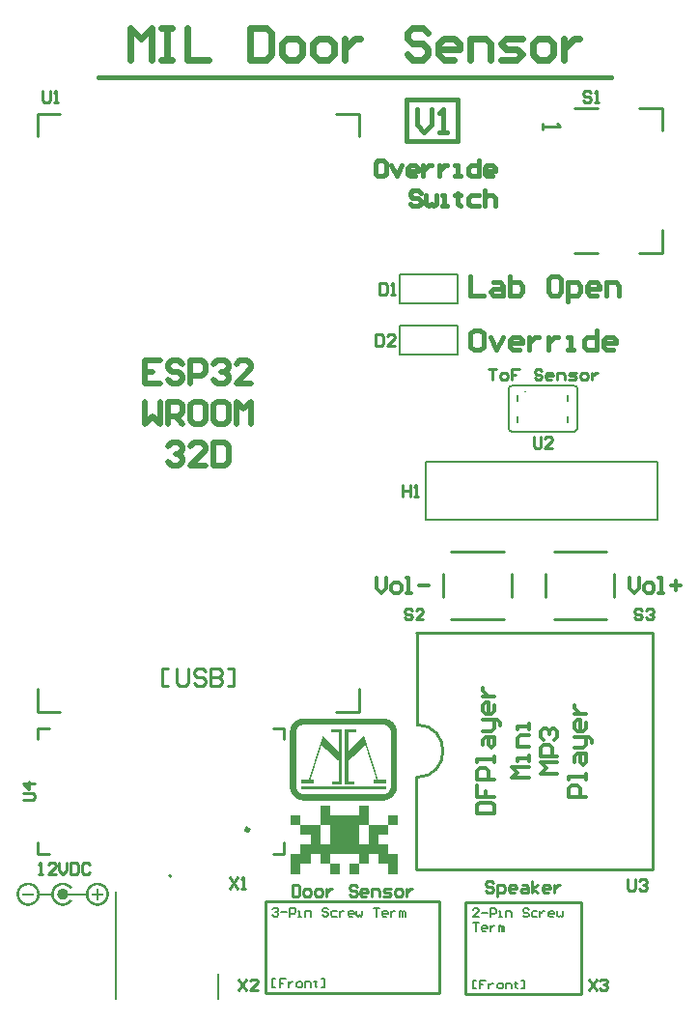
<source format=gbr>
%TF.GenerationSoftware,Altium Limited,Altium Designer,25.2.1 (25)*%
G04 Layer_Color=65535*
%FSLAX43Y43*%
%MOMM*%
%TF.SameCoordinates,B664DB7D-B6DB-4AC9-9DB7-209C64ECDA10*%
%TF.FilePolarity,Positive*%
%TF.FileFunction,Legend,Top*%
%TF.Part,Single*%
G01*
G75*
%TA.AperFunction,NonConductor*%
%ADD30C,0.200*%
%ADD31C,0.254*%
%ADD32C,0.350*%
%ADD33C,0.400*%
%ADD34C,0.150*%
%ADD35C,0.500*%
%ADD36C,0.300*%
%ADD37C,0.250*%
%ADD38C,0.600*%
G36*
X32845Y24836D02*
X32906D01*
Y24827D01*
X32950D01*
Y24819D01*
X32994D01*
Y24810D01*
X33030D01*
Y24801D01*
X33056D01*
Y24792D01*
X33091D01*
Y24783D01*
X33109D01*
Y24775D01*
X33135D01*
Y24766D01*
X33161D01*
Y24757D01*
X33188D01*
Y24748D01*
X33205D01*
Y24740D01*
X33223D01*
Y24731D01*
X33241D01*
Y24722D01*
X33267D01*
Y24713D01*
X33276D01*
Y24704D01*
X33302D01*
Y24696D01*
X33311D01*
Y24687D01*
X33328D01*
Y24678D01*
X33346D01*
Y24669D01*
X33355D01*
Y24660D01*
X33372D01*
Y24652D01*
X33390D01*
Y24643D01*
X33399D01*
Y24634D01*
X33416D01*
Y24625D01*
X33425D01*
Y24616D01*
X33434D01*
Y24608D01*
X33452D01*
Y24599D01*
X33460D01*
Y24590D01*
X33469D01*
Y24581D01*
X33487D01*
Y24572D01*
X33495D01*
Y24564D01*
X33504D01*
Y24555D01*
X33513D01*
Y24546D01*
X33522D01*
Y24537D01*
X33539D01*
Y24529D01*
X33548D01*
Y24520D01*
X33557D01*
Y24511D01*
X33566D01*
Y24502D01*
X33575D01*
Y24493D01*
X33583D01*
Y24485D01*
X33592D01*
Y24476D01*
X33601D01*
Y24467D01*
X33610D01*
Y24458D01*
X33619D01*
Y24449D01*
X33627D01*
Y24441D01*
X33636D01*
Y24423D01*
X33645D01*
Y24414D01*
X33654D01*
Y24405D01*
X33662D01*
Y24397D01*
X33671D01*
Y24388D01*
X33680D01*
Y24379D01*
X33689D01*
Y24361D01*
X33698D01*
Y24353D01*
X33706D01*
Y24344D01*
X33715D01*
Y24326D01*
X33724D01*
Y24318D01*
X33733D01*
Y24309D01*
X33742D01*
Y24291D01*
X33750D01*
Y24282D01*
X33759D01*
Y24265D01*
X33768D01*
Y24247D01*
X33777D01*
Y24238D01*
X33786D01*
Y24221D01*
X33794D01*
Y24203D01*
X33803D01*
Y24186D01*
X33812D01*
Y24177D01*
X33821D01*
Y24151D01*
X33830D01*
Y24133D01*
X33838D01*
Y24115D01*
X33847D01*
Y24098D01*
X33856D01*
Y24080D01*
X33865D01*
Y24054D01*
X33873D01*
Y24027D01*
X33882D01*
Y24010D01*
X33891D01*
Y23983D01*
X33900D01*
Y23948D01*
X33909D01*
Y23922D01*
X33917D01*
Y23878D01*
X33926D01*
Y23843D01*
X33935D01*
Y23790D01*
X33944D01*
Y23720D01*
X33953D01*
Y18779D01*
X33944D01*
Y18709D01*
X33935D01*
Y18656D01*
X33926D01*
Y18621D01*
X33917D01*
Y18577D01*
X33909D01*
Y18551D01*
X33900D01*
Y18516D01*
X33891D01*
Y18489D01*
X33882D01*
Y18472D01*
X33873D01*
Y18445D01*
X33865D01*
Y18419D01*
X33856D01*
Y18401D01*
X33847D01*
Y18384D01*
X33838D01*
Y18366D01*
X33830D01*
Y18349D01*
X33821D01*
Y18322D01*
X33812D01*
Y18313D01*
X33803D01*
Y18296D01*
X33794D01*
Y18278D01*
X33786D01*
Y18261D01*
X33777D01*
Y18252D01*
X33768D01*
Y18234D01*
X33759D01*
Y18217D01*
X33750D01*
Y18208D01*
X33742D01*
Y18190D01*
X33733D01*
Y18182D01*
X33724D01*
Y18173D01*
X33715D01*
Y18155D01*
X33706D01*
Y18146D01*
X33698D01*
Y18138D01*
X33689D01*
Y18120D01*
X33680D01*
Y18111D01*
X33671D01*
Y18103D01*
X33662D01*
Y18094D01*
X33654D01*
Y18085D01*
X33645D01*
Y18076D01*
X33636D01*
Y18059D01*
X33627D01*
Y18050D01*
X33619D01*
Y18041D01*
X33610D01*
Y18032D01*
X33601D01*
Y18023D01*
X33592D01*
Y18015D01*
X33583D01*
Y18006D01*
X33575D01*
Y17997D01*
X33566D01*
Y17988D01*
X33557D01*
Y17979D01*
X33548D01*
Y17971D01*
X33539D01*
Y17962D01*
X33522D01*
Y17953D01*
X33513D01*
Y17944D01*
X33504D01*
Y17935D01*
X33495D01*
Y17927D01*
X33487D01*
Y17918D01*
X33469D01*
Y17909D01*
X33460D01*
Y17900D01*
X33452D01*
Y17892D01*
X33434D01*
Y17883D01*
X33425D01*
Y17874D01*
X33416D01*
Y17865D01*
X33399D01*
Y17856D01*
X33390D01*
Y17848D01*
X33372D01*
Y17839D01*
X33355D01*
Y17830D01*
X33346D01*
Y17821D01*
X33328D01*
Y17812D01*
X33311D01*
Y17804D01*
X33302D01*
Y17795D01*
X33276D01*
Y17786D01*
X33267D01*
Y17777D01*
X33241D01*
Y17768D01*
X33223D01*
Y17760D01*
X33205D01*
Y17751D01*
X33188D01*
Y17742D01*
X33161D01*
Y17733D01*
X33135D01*
Y17725D01*
X33109D01*
Y17716D01*
X33091D01*
Y17707D01*
X33056D01*
Y17698D01*
X33030D01*
Y17689D01*
X32994D01*
Y17681D01*
X32950D01*
Y17672D01*
X32906D01*
Y17663D01*
X32845D01*
Y17654D01*
X25654D01*
Y17663D01*
X25593D01*
Y17672D01*
X25549D01*
Y17681D01*
X25505D01*
Y17689D01*
X25470D01*
Y17698D01*
X25443D01*
Y17707D01*
X25408D01*
Y17716D01*
X25390D01*
Y17725D01*
X25364D01*
Y17733D01*
X25338D01*
Y17742D01*
X25311D01*
Y17751D01*
X25294D01*
Y17760D01*
X25276D01*
Y17768D01*
X25259D01*
Y17777D01*
X25232D01*
Y17786D01*
X25223D01*
Y17795D01*
X25206D01*
Y17804D01*
X25188D01*
Y17812D01*
X25171D01*
Y17821D01*
X25153D01*
Y17830D01*
X25144D01*
Y17839D01*
X25127D01*
Y17848D01*
X25109D01*
Y17856D01*
X25100D01*
Y17865D01*
X25083D01*
Y17874D01*
X25074D01*
Y17883D01*
X25065D01*
Y17892D01*
X25048D01*
Y17900D01*
X25039D01*
Y17909D01*
X25030D01*
Y17918D01*
X25012D01*
Y17927D01*
X25004D01*
Y17935D01*
X24995D01*
Y17944D01*
X24986D01*
Y17953D01*
X24977D01*
Y17962D01*
X24960D01*
Y17971D01*
X24951D01*
Y17979D01*
X24942D01*
Y17988D01*
X24933D01*
Y17997D01*
X24925D01*
Y18006D01*
X24916D01*
Y18015D01*
X24907D01*
Y18023D01*
X24898D01*
Y18032D01*
X24889D01*
Y18041D01*
X24881D01*
Y18050D01*
X24872D01*
Y18059D01*
X24863D01*
Y18076D01*
X24854D01*
Y18085D01*
X24845D01*
Y18094D01*
X24837D01*
Y18103D01*
X24828D01*
Y18111D01*
X24819D01*
Y18120D01*
X24810D01*
Y18138D01*
X24801D01*
Y18146D01*
X24793D01*
Y18155D01*
X24784D01*
Y18173D01*
X24775D01*
Y18182D01*
X24766D01*
Y18190D01*
X24757D01*
Y18208D01*
X24749D01*
Y18217D01*
X24740D01*
Y18234D01*
X24731D01*
Y18252D01*
X24722D01*
Y18261D01*
X24714D01*
Y18278D01*
X24705D01*
Y18296D01*
X24696D01*
Y18313D01*
X24687D01*
Y18322D01*
X24678D01*
Y18349D01*
X24670D01*
Y18366D01*
X24661D01*
Y18384D01*
X24652D01*
Y18401D01*
X24643D01*
Y18419D01*
X24634D01*
Y18445D01*
X24626D01*
Y18472D01*
X24617D01*
Y18489D01*
X24608D01*
Y18516D01*
X24599D01*
Y18551D01*
X24590D01*
Y18577D01*
X24582D01*
Y18621D01*
X24573D01*
Y18656D01*
X24564D01*
Y18709D01*
X24555D01*
Y18779D01*
X24547D01*
Y23720D01*
X24555D01*
Y23790D01*
X24564D01*
Y23843D01*
X24573D01*
Y23878D01*
X24582D01*
Y23922D01*
X24590D01*
Y23948D01*
X24599D01*
Y23983D01*
X24608D01*
Y24010D01*
X24617D01*
Y24027D01*
X24626D01*
Y24054D01*
X24634D01*
Y24080D01*
X24643D01*
Y24098D01*
X24652D01*
Y24115D01*
X24661D01*
Y24133D01*
X24670D01*
Y24151D01*
X24678D01*
Y24177D01*
X24687D01*
Y24186D01*
X24696D01*
Y24203D01*
X24705D01*
Y24221D01*
X24714D01*
Y24238D01*
X24722D01*
Y24247D01*
X24731D01*
Y24265D01*
X24740D01*
Y24282D01*
X24749D01*
Y24291D01*
X24757D01*
Y24309D01*
X24766D01*
Y24318D01*
X24775D01*
Y24326D01*
X24784D01*
Y24344D01*
X24793D01*
Y24353D01*
X24801D01*
Y24361D01*
X24810D01*
Y24379D01*
X24819D01*
Y24388D01*
X24828D01*
Y24397D01*
X24837D01*
Y24405D01*
X24845D01*
Y24414D01*
X24854D01*
Y24423D01*
X24863D01*
Y24441D01*
X24872D01*
Y24449D01*
X24881D01*
Y24458D01*
X24889D01*
Y24467D01*
X24898D01*
Y24476D01*
X24907D01*
Y24485D01*
X24916D01*
Y24493D01*
X24925D01*
Y24502D01*
X24933D01*
Y24511D01*
X24942D01*
Y24520D01*
X24951D01*
Y24529D01*
X24960D01*
Y24537D01*
X24977D01*
Y24546D01*
X24986D01*
Y24555D01*
X24995D01*
Y24564D01*
X25004D01*
Y24572D01*
X25012D01*
Y24581D01*
X25030D01*
Y24590D01*
X25039D01*
Y24599D01*
X25048D01*
Y24608D01*
X25065D01*
Y24616D01*
X25074D01*
Y24625D01*
X25083D01*
Y24634D01*
X25100D01*
Y24643D01*
X25109D01*
Y24652D01*
X25127D01*
Y24660D01*
X25144D01*
Y24669D01*
X25153D01*
Y24678D01*
X25171D01*
Y24687D01*
X25188D01*
Y24696D01*
X25206D01*
Y24704D01*
X25223D01*
Y24713D01*
X25232D01*
Y24722D01*
X25259D01*
Y24731D01*
X25276D01*
Y24740D01*
X25294D01*
Y24748D01*
X25311D01*
Y24757D01*
X25338D01*
Y24766D01*
X25364D01*
Y24775D01*
X25390D01*
Y24783D01*
X25408D01*
Y24792D01*
X25443D01*
Y24801D01*
X25470D01*
Y24810D01*
X25505D01*
Y24819D01*
X25549D01*
Y24827D01*
X25593D01*
Y24836D01*
X25654D01*
Y24845D01*
X32845D01*
Y24836D01*
D02*
G37*
G36*
X31481Y15497D02*
X33190D01*
Y14643D01*
X32335D01*
Y13788D01*
X33190D01*
Y12934D01*
X34044D01*
Y11225D01*
X33190D01*
Y12080D01*
X32335D01*
Y12934D01*
X31481D01*
Y12080D01*
X30627D01*
Y12934D01*
X28063D01*
Y12080D01*
X28918D01*
Y11225D01*
X28063D01*
Y12080D01*
X27209D01*
Y12934D01*
X26355D01*
Y12080D01*
X25500D01*
Y11225D01*
X24646D01*
Y12934D01*
X25500D01*
Y13248D01*
Y13250D01*
Y13788D01*
X26355D01*
Y14643D01*
X25500D01*
Y15497D01*
X24646D01*
Y15563D01*
Y15565D01*
Y16351D01*
X25500D01*
Y15497D01*
X27209D01*
Y13788D01*
X28063D01*
Y15497D01*
X27209D01*
Y17206D01*
X28063D01*
Y16351D01*
X30627D01*
Y17206D01*
X31481D01*
Y15497D01*
D02*
G37*
G36*
X34044Y15714D02*
Y15712D01*
Y15497D01*
X33190D01*
Y16351D01*
X34044D01*
Y15714D01*
D02*
G37*
G36*
X30627Y11225D02*
X29772D01*
Y12080D01*
X30627D01*
Y11225D01*
D02*
G37*
G36*
X7734Y10442D02*
X7745D01*
Y10440D01*
X7778D01*
Y10437D01*
X7794D01*
Y10435D01*
X7807D01*
Y10433D01*
X7829D01*
Y10431D01*
X7840D01*
Y10429D01*
X7855D01*
Y10426D01*
X7868D01*
Y10424D01*
X7877D01*
Y10422D01*
X7888D01*
Y10420D01*
X7897D01*
Y10418D01*
X7910D01*
Y10416D01*
X7919D01*
Y10413D01*
X7928D01*
Y10411D01*
X7936D01*
Y10409D01*
X7943D01*
Y10407D01*
X7952D01*
Y10405D01*
X7958D01*
Y10402D01*
X7967D01*
Y10400D01*
X7974D01*
Y10398D01*
X7980D01*
Y10396D01*
X7989D01*
Y10394D01*
X7994D01*
Y10391D01*
X8005D01*
Y10389D01*
X8009D01*
Y10387D01*
X8016D01*
Y10385D01*
X8022D01*
Y10383D01*
X8027D01*
Y10380D01*
X8035D01*
Y10378D01*
X8038D01*
Y10376D01*
X8046D01*
Y10374D01*
X8051D01*
Y10372D01*
X8055D01*
Y10369D01*
X8062D01*
Y10367D01*
X8066D01*
Y10365D01*
X8073D01*
Y10363D01*
X8075D01*
Y10361D01*
X8081D01*
Y10358D01*
X8088D01*
Y10356D01*
X8092D01*
Y10354D01*
X8099D01*
Y10352D01*
X8101D01*
Y10350D01*
X8108D01*
Y10347D01*
X8112D01*
Y10345D01*
X8117D01*
Y10343D01*
X8121D01*
Y10341D01*
X8125D01*
Y10339D01*
X8130D01*
Y10336D01*
X8134D01*
Y10334D01*
X8139D01*
Y10332D01*
X8143D01*
Y10330D01*
X8145D01*
Y10328D01*
X8152D01*
Y10325D01*
X8154D01*
Y10323D01*
X8161D01*
Y10321D01*
X8163D01*
Y10319D01*
X8167D01*
Y10317D01*
X8172D01*
Y10314D01*
X8176D01*
Y10312D01*
X8180D01*
Y10310D01*
X8183D01*
Y10308D01*
X8187D01*
Y10306D01*
X8191D01*
Y10303D01*
X8193D01*
Y10301D01*
X8198D01*
Y10299D01*
X8200D01*
Y10297D01*
X8207D01*
Y10295D01*
X8209D01*
Y10292D01*
X8213D01*
Y10290D01*
X8215D01*
Y10288D01*
X8220D01*
Y10286D01*
X8224D01*
Y10284D01*
X8226D01*
Y10282D01*
X8231D01*
Y10279D01*
X8233D01*
Y10277D01*
X8235D01*
Y10275D01*
X8240D01*
Y10273D01*
X8242D01*
Y10271D01*
X8246D01*
Y10268D01*
X8248D01*
Y10266D01*
X8253D01*
Y10264D01*
X8257D01*
Y10262D01*
X8259D01*
Y10260D01*
X8262D01*
Y10257D01*
X8264D01*
Y10255D01*
X8268D01*
Y10253D01*
X8270D01*
Y10251D01*
X8275D01*
Y10249D01*
X8277D01*
Y10246D01*
X8279D01*
Y10244D01*
X8284D01*
Y10242D01*
X8286D01*
Y10240D01*
X8288D01*
Y10238D01*
X8292D01*
Y10235D01*
X8295D01*
Y10233D01*
X8297D01*
Y10231D01*
X8299D01*
Y10229D01*
X8303D01*
Y10227D01*
X8306D01*
Y10224D01*
X8308D01*
Y10222D01*
X8312D01*
Y10220D01*
X8314D01*
Y10218D01*
X8317D01*
Y10216D01*
X8319D01*
Y10213D01*
X8323D01*
Y10211D01*
X8325D01*
Y10209D01*
X8327D01*
Y10207D01*
X8330D01*
Y10205D01*
X8332D01*
Y10202D01*
X8334D01*
Y10200D01*
X8336D01*
Y10198D01*
X8341D01*
Y10196D01*
X8343D01*
Y10194D01*
X8345D01*
Y10191D01*
X8347D01*
Y10189D01*
X8349D01*
Y10187D01*
X8352D01*
Y10185D01*
X8356D01*
Y10180D01*
X8360D01*
Y10178D01*
X8363D01*
Y10176D01*
X8365D01*
Y10174D01*
X8367D01*
Y10172D01*
X8369D01*
Y10169D01*
X8371D01*
Y10167D01*
X8374D01*
Y10165D01*
X8376D01*
Y10163D01*
X8378D01*
Y10161D01*
X8380D01*
Y10158D01*
X8382D01*
Y10156D01*
X8385D01*
Y10154D01*
X8387D01*
Y10152D01*
X8389D01*
Y10150D01*
X8391D01*
Y10148D01*
X8393D01*
Y10145D01*
X8396D01*
Y10143D01*
X8398D01*
Y10141D01*
X8400D01*
Y10139D01*
X8402D01*
Y10137D01*
X8404D01*
Y10134D01*
X8407D01*
Y10132D01*
X8409D01*
Y10130D01*
X8411D01*
Y10128D01*
X8413D01*
Y10123D01*
X8415D01*
Y10121D01*
X8418D01*
Y10119D01*
X8420D01*
Y10117D01*
X8422D01*
Y10115D01*
X8424D01*
Y10112D01*
X8426D01*
Y10110D01*
X8429D01*
Y10108D01*
X8431D01*
Y10104D01*
X8433D01*
Y10101D01*
X8435D01*
Y10099D01*
X8437D01*
Y10097D01*
X8440D01*
Y10095D01*
X8442D01*
Y10093D01*
X8444D01*
Y10090D01*
X8446D01*
Y10086D01*
X8448D01*
Y10084D01*
X8451D01*
Y10082D01*
X8453D01*
Y10079D01*
X8455D01*
Y10077D01*
X8457D01*
Y10073D01*
X8459D01*
Y10071D01*
X8462D01*
Y10066D01*
X8464D01*
Y10064D01*
X8466D01*
Y10062D01*
X8468D01*
Y10060D01*
X8470D01*
Y10057D01*
X8472D01*
Y10053D01*
X8475D01*
Y10051D01*
X8477D01*
Y10046D01*
X8479D01*
Y10044D01*
X8481D01*
Y10042D01*
X8483D01*
Y10038D01*
X8486D01*
Y10035D01*
X8488D01*
Y10031D01*
X8490D01*
Y10029D01*
X8492D01*
Y10027D01*
X8494D01*
Y10022D01*
X8497D01*
Y10020D01*
X8499D01*
Y10018D01*
X8501D01*
Y10016D01*
X8503D01*
Y10009D01*
X8505D01*
Y10007D01*
X8508D01*
Y10005D01*
X8510D01*
Y10000D01*
X8512D01*
Y9998D01*
X8514D01*
Y9994D01*
X8516D01*
Y9992D01*
X8519D01*
Y9987D01*
X8521D01*
Y9983D01*
X8523D01*
Y9981D01*
X8525D01*
Y9976D01*
X8527D01*
Y9974D01*
X8530D01*
Y9970D01*
X8532D01*
Y9965D01*
X8534D01*
Y9963D01*
X8536D01*
Y9959D01*
X8538D01*
Y9956D01*
X8541D01*
Y9950D01*
X8543D01*
Y9948D01*
X8545D01*
Y9943D01*
X8547D01*
Y9939D01*
X8549D01*
Y9937D01*
X8552D01*
Y9930D01*
X8554D01*
Y9928D01*
X8556D01*
Y9923D01*
X8558D01*
Y9919D01*
X8560D01*
Y9915D01*
X8563D01*
Y9910D01*
X8565D01*
Y9908D01*
X8567D01*
Y9901D01*
X8569D01*
Y9897D01*
X8571D01*
Y9893D01*
X8574D01*
Y9888D01*
X8576D01*
Y9884D01*
X8578D01*
Y9880D01*
X8580D01*
Y9875D01*
X8582D01*
Y9869D01*
X8585D01*
Y9866D01*
X8587D01*
Y9862D01*
X8589D01*
Y9855D01*
X8591D01*
Y9851D01*
X8593D01*
Y9844D01*
X8595D01*
Y9842D01*
X8598D01*
Y9833D01*
X8600D01*
Y9829D01*
X8602D01*
Y9827D01*
X8604D01*
Y9818D01*
X8606D01*
Y9814D01*
X8609D01*
Y9807D01*
X8611D01*
Y9803D01*
X8613D01*
Y9796D01*
X8615D01*
Y9789D01*
X8617D01*
Y9785D01*
X8620D01*
Y9774D01*
X8622D01*
Y9772D01*
X8624D01*
Y9763D01*
X8626D01*
Y9756D01*
X8628D01*
Y9752D01*
X8631D01*
Y9741D01*
X8633D01*
Y9737D01*
X8635D01*
Y9728D01*
X8637D01*
Y9721D01*
X8639D01*
Y9715D01*
X8642D01*
Y9704D01*
X8644D01*
Y9697D01*
X8646D01*
Y9686D01*
X8648D01*
Y9680D01*
X8650D01*
Y9669D01*
X8653D01*
Y9658D01*
X8655D01*
Y9649D01*
X8657D01*
Y9636D01*
X8659D01*
Y9627D01*
X8661D01*
Y9609D01*
X8664D01*
Y9596D01*
X8666D01*
Y9590D01*
X8668D01*
Y9568D01*
X8670D01*
Y9550D01*
X8672D01*
Y9517D01*
X8675D01*
Y9495D01*
X8677D01*
Y9368D01*
X8675D01*
Y9343D01*
X8672D01*
Y9313D01*
X8670D01*
Y9302D01*
X8668D01*
Y9282D01*
X8666D01*
Y9264D01*
X8664D01*
Y9258D01*
X8661D01*
Y9238D01*
X8659D01*
Y9231D01*
X8657D01*
Y9216D01*
X8655D01*
Y9207D01*
X8653D01*
Y9196D01*
X8650D01*
Y9188D01*
X8648D01*
Y9181D01*
X8646D01*
Y9170D01*
X8644D01*
Y9163D01*
X8642D01*
Y9152D01*
X8639D01*
Y9144D01*
X8637D01*
Y9137D01*
X8635D01*
Y9128D01*
X8633D01*
Y9126D01*
X8631D01*
Y9115D01*
X8628D01*
Y9108D01*
X8626D01*
Y9102D01*
X8624D01*
Y9093D01*
X8622D01*
Y9089D01*
X8620D01*
Y9082D01*
X8617D01*
Y9075D01*
X8615D01*
Y9069D01*
X8613D01*
Y9064D01*
X8611D01*
Y9058D01*
X8609D01*
Y9051D01*
X8606D01*
Y9049D01*
X8604D01*
Y9040D01*
X8602D01*
Y9036D01*
X8600D01*
Y9032D01*
X8598D01*
Y9025D01*
X8595D01*
Y9021D01*
X8593D01*
Y9014D01*
X8591D01*
Y9010D01*
X8589D01*
Y9005D01*
X8587D01*
Y9001D01*
X8585D01*
Y8996D01*
X8582D01*
Y8990D01*
X8580D01*
Y8988D01*
X8578D01*
Y8981D01*
X8576D01*
Y8977D01*
X8574D01*
Y8972D01*
X8571D01*
Y8968D01*
X8569D01*
Y8963D01*
X8567D01*
Y8959D01*
X8565D01*
Y8955D01*
X8563D01*
Y8950D01*
X8560D01*
Y8946D01*
X8558D01*
Y8944D01*
X8556D01*
Y8939D01*
X8554D01*
Y8935D01*
X8552D01*
Y8931D01*
X8549D01*
Y8926D01*
X8547D01*
Y8922D01*
X8545D01*
Y8920D01*
X8543D01*
Y8915D01*
X8541D01*
Y8911D01*
X8538D01*
Y8906D01*
X8536D01*
Y8902D01*
X8534D01*
Y8900D01*
X8532D01*
Y8898D01*
X8530D01*
Y8891D01*
X8527D01*
Y8889D01*
X8525D01*
Y8884D01*
X8523D01*
Y8882D01*
X8521D01*
Y8878D01*
X8519D01*
Y8876D01*
X8516D01*
Y8873D01*
X8514D01*
Y8869D01*
X8512D01*
Y8865D01*
X8510D01*
Y8860D01*
X8508D01*
Y8858D01*
X8505D01*
Y8856D01*
X8503D01*
Y8851D01*
X8501D01*
Y8849D01*
X8499D01*
Y8845D01*
X8497D01*
Y8843D01*
X8494D01*
Y8838D01*
X8492D01*
Y8836D01*
X8490D01*
Y8834D01*
X8488D01*
Y8829D01*
X8486D01*
Y8827D01*
X8483D01*
Y8823D01*
X8481D01*
Y8821D01*
X8479D01*
Y8818D01*
X8477D01*
Y8814D01*
X8475D01*
Y8812D01*
X8472D01*
Y8810D01*
X8470D01*
Y8807D01*
X8468D01*
Y8803D01*
X8466D01*
Y8801D01*
X8464D01*
Y8799D01*
X8462D01*
Y8794D01*
X8459D01*
Y8792D01*
X8457D01*
Y8790D01*
X8455D01*
Y8788D01*
X8453D01*
Y8786D01*
X8451D01*
Y8781D01*
X8448D01*
Y8779D01*
X8446D01*
Y8777D01*
X8444D01*
Y8775D01*
X8442D01*
Y8772D01*
X8440D01*
Y8768D01*
X8437D01*
Y8766D01*
X8435D01*
Y8764D01*
X8433D01*
Y8761D01*
X8431D01*
Y8759D01*
X8429D01*
Y8757D01*
X8426D01*
Y8753D01*
X8424D01*
Y8750D01*
X8422D01*
Y8748D01*
X8420D01*
Y8746D01*
X8418D01*
Y8744D01*
X8415D01*
Y8742D01*
X8413D01*
Y8739D01*
X8411D01*
Y8737D01*
X8409D01*
Y8733D01*
X8404D01*
Y8728D01*
X8402D01*
Y8726D01*
X8398D01*
Y8722D01*
X8396D01*
Y8720D01*
X8393D01*
Y8717D01*
X8391D01*
Y8715D01*
X8389D01*
Y8713D01*
X8387D01*
Y8711D01*
X8382D01*
Y8706D01*
X8380D01*
Y8704D01*
X8378D01*
Y8702D01*
X8376D01*
Y8700D01*
X8371D01*
Y8695D01*
X8367D01*
Y8693D01*
X8365D01*
Y8691D01*
X8363D01*
Y8689D01*
X8360D01*
Y8687D01*
X8358D01*
Y8684D01*
X8356D01*
Y8682D01*
X8354D01*
Y8680D01*
X8352D01*
Y8678D01*
X8349D01*
Y8676D01*
X8347D01*
Y8673D01*
X8343D01*
Y8671D01*
X8341D01*
Y8669D01*
X8338D01*
Y8667D01*
X8336D01*
Y8665D01*
X8334D01*
Y8663D01*
X8332D01*
Y8660D01*
X8330D01*
Y8658D01*
X8325D01*
Y8656D01*
X8323D01*
Y8654D01*
X8321D01*
Y8652D01*
X8319D01*
Y8649D01*
X8317D01*
Y8647D01*
X8312D01*
Y8645D01*
X8310D01*
Y8643D01*
X8308D01*
Y8641D01*
X8306D01*
Y8638D01*
X8301D01*
Y8636D01*
X8299D01*
Y8634D01*
X8297D01*
Y8632D01*
X8292D01*
Y8630D01*
X8290D01*
Y8627D01*
X8288D01*
Y8625D01*
X8286D01*
Y8623D01*
X8281D01*
Y8621D01*
X8279D01*
Y8619D01*
X8277D01*
Y8616D01*
X8273D01*
Y8614D01*
X8270D01*
Y8612D01*
X8266D01*
Y8610D01*
X8264D01*
Y8608D01*
X8262D01*
Y8605D01*
X8257D01*
Y8603D01*
X8255D01*
Y8601D01*
X8251D01*
Y8599D01*
X8248D01*
Y8597D01*
X8244D01*
Y8594D01*
X8242D01*
Y8592D01*
X8240D01*
Y8590D01*
X8235D01*
Y8588D01*
X8231D01*
Y8586D01*
X8229D01*
Y8583D01*
X8224D01*
Y8581D01*
X8222D01*
Y8579D01*
X8218D01*
Y8577D01*
X8215D01*
Y8575D01*
X8211D01*
Y8572D01*
X8207D01*
Y8570D01*
X8204D01*
Y8568D01*
X8200D01*
Y8566D01*
X8196D01*
Y8564D01*
X8193D01*
Y8561D01*
X8189D01*
Y8559D01*
X8185D01*
Y8557D01*
X8180D01*
Y8555D01*
X8178D01*
Y8553D01*
X8174D01*
Y8550D01*
X8172D01*
Y8548D01*
X8165D01*
Y8546D01*
X8161D01*
Y8544D01*
X8158D01*
Y8542D01*
X8152D01*
Y8539D01*
X8150D01*
Y8537D01*
X8145D01*
Y8535D01*
X8141D01*
Y8533D01*
X8136D01*
Y8531D01*
X8132D01*
Y8528D01*
X8130D01*
Y8526D01*
X8123D01*
Y8524D01*
X8119D01*
Y8522D01*
X8114D01*
Y8520D01*
X8110D01*
Y8518D01*
X8106D01*
Y8515D01*
X8099D01*
Y8513D01*
X8097D01*
Y8511D01*
X8090D01*
Y8509D01*
X8084D01*
Y8507D01*
X8081D01*
Y8504D01*
X8075D01*
Y8502D01*
X8070D01*
Y8500D01*
X8062D01*
Y8498D01*
X8059D01*
Y8496D01*
X8053D01*
Y8493D01*
X8049D01*
Y8491D01*
X8042D01*
Y8489D01*
X8035D01*
Y8487D01*
X8031D01*
Y8485D01*
X8024D01*
Y8482D01*
X8020D01*
Y8480D01*
X8013D01*
Y8478D01*
X8005D01*
Y8476D01*
X8000D01*
Y8474D01*
X7991D01*
Y8471D01*
X7987D01*
Y8469D01*
X7978D01*
Y8467D01*
X7969D01*
Y8465D01*
X7963D01*
Y8463D01*
X7956D01*
Y8460D01*
X7950D01*
Y8458D01*
X7936D01*
Y8456D01*
X7932D01*
Y8454D01*
X7923D01*
Y8452D01*
X7912D01*
Y8449D01*
X7906D01*
Y8447D01*
X7893D01*
Y8445D01*
X7884D01*
Y8443D01*
X7873D01*
Y8441D01*
X7862D01*
Y8438D01*
X7851D01*
Y8436D01*
X7833D01*
Y8434D01*
X7822D01*
Y8432D01*
X7800D01*
Y8430D01*
X7785D01*
Y8427D01*
X7765D01*
Y8425D01*
X7726D01*
Y8423D01*
X7721D01*
Y8421D01*
X7614D01*
Y8423D01*
X7607D01*
Y8425D01*
X7565D01*
Y8427D01*
X7548D01*
Y8430D01*
X7530D01*
Y8432D01*
X7510D01*
Y8434D01*
X7502D01*
Y8436D01*
X7480D01*
Y8438D01*
X7473D01*
Y8441D01*
X7460D01*
Y8443D01*
X7449D01*
Y8445D01*
X7440D01*
Y8447D01*
X7427D01*
Y8449D01*
X7420D01*
Y8452D01*
X7409D01*
Y8454D01*
X7403D01*
Y8456D01*
X7392D01*
Y8458D01*
X7383D01*
Y8460D01*
X7378D01*
Y8463D01*
X7370D01*
Y8465D01*
X7361D01*
Y8467D01*
X7354D01*
Y8469D01*
X7348D01*
Y8471D01*
X7341D01*
Y8474D01*
X7332D01*
Y8476D01*
X7328D01*
Y8478D01*
X7319D01*
Y8480D01*
X7315D01*
Y8482D01*
X7308D01*
Y8485D01*
X7302D01*
Y8487D01*
X7297D01*
Y8489D01*
X7288D01*
Y8491D01*
X7286D01*
Y8493D01*
X7280D01*
Y8496D01*
X7273D01*
Y8498D01*
X7269D01*
Y8500D01*
X7262D01*
Y8502D01*
X7258D01*
Y8504D01*
X7253D01*
Y8507D01*
X7247D01*
Y8509D01*
X7244D01*
Y8511D01*
X7238D01*
Y8513D01*
X7234D01*
Y8515D01*
X7227D01*
Y8518D01*
X7225D01*
Y8520D01*
X7218D01*
Y8522D01*
X7214D01*
Y8524D01*
X7212D01*
Y8526D01*
X7205D01*
Y8528D01*
X7203D01*
Y8531D01*
X7196D01*
Y8533D01*
X7192D01*
Y8535D01*
X7187D01*
Y8537D01*
X7183D01*
Y8539D01*
X7181D01*
Y8542D01*
X7174D01*
Y8544D01*
X7172D01*
Y8546D01*
X7168D01*
Y8548D01*
X7163D01*
Y8550D01*
X7161D01*
Y8553D01*
X7154D01*
Y8555D01*
X7152D01*
Y8557D01*
X7146D01*
Y8559D01*
X7143D01*
Y8561D01*
X7141D01*
Y8564D01*
X7137D01*
Y8566D01*
X7132D01*
Y8568D01*
X7128D01*
Y8570D01*
X7126D01*
Y8572D01*
X7121D01*
Y8575D01*
X7117D01*
Y8577D01*
X7115D01*
Y8579D01*
X7110D01*
Y8581D01*
X7108D01*
Y8583D01*
X7104D01*
Y8586D01*
X7102D01*
Y8588D01*
X7100D01*
Y8590D01*
X7095D01*
Y8592D01*
X7093D01*
Y8594D01*
X7089D01*
Y8597D01*
X7086D01*
Y8599D01*
X7082D01*
Y8601D01*
X7078D01*
Y8603D01*
X7075D01*
Y8605D01*
X7071D01*
Y8608D01*
X7069D01*
Y8610D01*
X7064D01*
Y8612D01*
X7062D01*
Y8614D01*
X7060D01*
Y8616D01*
X7058D01*
Y8619D01*
X7056D01*
Y8621D01*
X7051D01*
Y8623D01*
X7049D01*
Y8625D01*
X7045D01*
Y8627D01*
X7042D01*
Y8630D01*
X7040D01*
Y8632D01*
X7036D01*
Y8634D01*
X7034D01*
Y8636D01*
X7031D01*
Y8638D01*
X7029D01*
Y8641D01*
X7027D01*
Y8643D01*
X7023D01*
Y8645D01*
X7020D01*
Y8647D01*
X7018D01*
Y8649D01*
X7014D01*
Y8652D01*
X7012D01*
Y8654D01*
X7009D01*
Y8656D01*
X7007D01*
Y8658D01*
X7003D01*
Y8660D01*
X7001D01*
Y8663D01*
X6998D01*
Y8665D01*
X6996D01*
Y8667D01*
X6994D01*
Y8669D01*
X6992D01*
Y8671D01*
X6990D01*
Y8673D01*
X6985D01*
Y8678D01*
X6981D01*
Y8682D01*
X6979D01*
Y8684D01*
X6974D01*
Y8687D01*
X6972D01*
Y8689D01*
X6970D01*
Y8691D01*
X6968D01*
Y8693D01*
X6966D01*
Y8695D01*
X6963D01*
Y8698D01*
X6961D01*
Y8700D01*
X6959D01*
Y8702D01*
X6957D01*
Y8704D01*
X6955D01*
Y8706D01*
X6952D01*
Y8709D01*
X6950D01*
Y8711D01*
X6946D01*
Y8713D01*
X6944D01*
Y8715D01*
X6941D01*
Y8717D01*
X6939D01*
Y8722D01*
X6937D01*
Y8724D01*
X6935D01*
Y8726D01*
X6933D01*
Y8728D01*
X6930D01*
Y8731D01*
X6928D01*
Y8733D01*
X6926D01*
Y8735D01*
X6924D01*
Y8737D01*
X6922D01*
Y8739D01*
X6919D01*
Y8742D01*
X6917D01*
Y8746D01*
X6913D01*
Y8748D01*
X6911D01*
Y8753D01*
X6908D01*
Y8755D01*
X6906D01*
Y8757D01*
X6904D01*
Y8759D01*
X6902D01*
Y8761D01*
X6900D01*
Y8764D01*
X6897D01*
Y8766D01*
X6895D01*
Y8768D01*
X6893D01*
Y8772D01*
X6891D01*
Y8775D01*
X6889D01*
Y8777D01*
X6886D01*
Y8779D01*
X6884D01*
Y8783D01*
X6882D01*
Y8786D01*
X6880D01*
Y8788D01*
X6878D01*
Y8790D01*
X6875D01*
Y8794D01*
X6873D01*
Y8797D01*
X6871D01*
Y8799D01*
X6869D01*
Y8801D01*
X6867D01*
Y8803D01*
X6864D01*
Y8807D01*
X6862D01*
Y8810D01*
X6860D01*
Y8812D01*
X6858D01*
Y8816D01*
X6856D01*
Y8818D01*
X6853D01*
Y8821D01*
X6851D01*
Y8823D01*
X6849D01*
Y8827D01*
X6847D01*
Y8832D01*
X6845D01*
Y8834D01*
X6842D01*
Y8836D01*
X6840D01*
Y8838D01*
X6838D01*
Y8843D01*
X6836D01*
Y8847D01*
X6834D01*
Y8849D01*
X6832D01*
Y8854D01*
X6829D01*
Y8856D01*
X6827D01*
Y8860D01*
X6825D01*
Y8862D01*
X6823D01*
Y8867D01*
X6821D01*
Y8869D01*
X6818D01*
Y8871D01*
X6816D01*
Y8876D01*
X6814D01*
Y8878D01*
X6812D01*
Y8882D01*
X6810D01*
Y8887D01*
X6807D01*
Y8891D01*
X6805D01*
Y8893D01*
X6803D01*
Y8898D01*
X6801D01*
Y8900D01*
X6799D01*
Y8904D01*
X6796D01*
Y8909D01*
X6794D01*
Y8913D01*
X6792D01*
Y8915D01*
X6790D01*
Y8920D01*
X6788D01*
Y8922D01*
X6785D01*
Y8928D01*
X6783D01*
Y8931D01*
X6781D01*
Y8935D01*
X6779D01*
Y8939D01*
X6777D01*
Y8944D01*
X6774D01*
Y8948D01*
X6772D01*
Y8950D01*
X6770D01*
Y8957D01*
X6768D01*
Y8959D01*
X6766D01*
Y8963D01*
X6763D01*
Y8970D01*
X6761D01*
Y8972D01*
X6759D01*
Y8979D01*
X6757D01*
Y8981D01*
X6755D01*
Y8988D01*
X6752D01*
Y8992D01*
X6750D01*
Y8994D01*
X6748D01*
Y9003D01*
X6746D01*
Y9005D01*
X6744D01*
Y9012D01*
X6741D01*
Y9016D01*
X6739D01*
Y9021D01*
X6737D01*
Y9027D01*
X6735D01*
Y9029D01*
X6733D01*
Y9038D01*
X6730D01*
Y9043D01*
X6728D01*
Y9049D01*
X6726D01*
Y9054D01*
X6724D01*
Y9058D01*
X6722D01*
Y9067D01*
X6719D01*
Y9071D01*
X6717D01*
Y9080D01*
X6715D01*
Y9082D01*
X6713D01*
Y9089D01*
X6711D01*
Y9097D01*
X6708D01*
Y9100D01*
X6706D01*
Y9113D01*
X6704D01*
Y9115D01*
X6702D01*
Y9124D01*
X6700D01*
Y9130D01*
X6698D01*
Y9137D01*
X6695D01*
Y9146D01*
X6693D01*
Y9152D01*
X6691D01*
Y9163D01*
X6689D01*
Y9170D01*
X6687D01*
Y9179D01*
X6684D01*
Y9190D01*
X6682D01*
Y9196D01*
X6680D01*
Y9212D01*
X6678D01*
Y9220D01*
X6676D01*
Y9236D01*
X6673D01*
Y9242D01*
X6671D01*
Y9253D01*
X6669D01*
Y9273D01*
X6667D01*
Y9284D01*
X6665D01*
Y9306D01*
X6662D01*
Y9322D01*
X6660D01*
Y9330D01*
X6658D01*
Y9333D01*
X5094D01*
Y9324D01*
X5092D01*
Y9313D01*
X5089D01*
Y9306D01*
X5087D01*
Y9297D01*
X5085D01*
Y9293D01*
X5083D01*
Y9282D01*
X5081D01*
Y9278D01*
X5078D01*
Y9269D01*
X5076D01*
Y9264D01*
X5074D01*
Y9260D01*
X5072D01*
Y9251D01*
X5070D01*
Y9247D01*
X5068D01*
Y9242D01*
X5065D01*
Y9238D01*
X5063D01*
Y9231D01*
X5061D01*
Y9227D01*
X5059D01*
Y9223D01*
X5057D01*
Y9216D01*
X5054D01*
Y9214D01*
X5052D01*
Y9209D01*
X5050D01*
Y9205D01*
X5048D01*
Y9201D01*
X5046D01*
Y9196D01*
X5043D01*
Y9194D01*
X5041D01*
Y9190D01*
X5039D01*
Y9185D01*
X5037D01*
Y9183D01*
X5035D01*
Y9179D01*
X5032D01*
Y9177D01*
X5030D01*
Y9172D01*
X5028D01*
Y9168D01*
X5026D01*
Y9166D01*
X5024D01*
Y9161D01*
X5021D01*
Y9159D01*
X5019D01*
Y9155D01*
X5017D01*
Y9152D01*
X5015D01*
Y9150D01*
X5013D01*
Y9146D01*
X5010D01*
Y9144D01*
X5008D01*
Y9139D01*
X5006D01*
Y9137D01*
X5004D01*
Y9135D01*
X5002D01*
Y9133D01*
X4999D01*
Y9130D01*
X4997D01*
Y9128D01*
X4995D01*
Y9124D01*
X4993D01*
Y9122D01*
X4991D01*
Y9119D01*
X4988D01*
Y9117D01*
X4986D01*
Y9115D01*
X4984D01*
Y9113D01*
X4982D01*
Y9111D01*
X4980D01*
Y9108D01*
X4977D01*
Y9106D01*
X4975D01*
Y9104D01*
X4973D01*
Y9100D01*
X4971D01*
Y9097D01*
X4969D01*
Y9095D01*
X4966D01*
Y9093D01*
X4962D01*
Y9091D01*
X4960D01*
Y9089D01*
X4958D01*
Y9086D01*
X4955D01*
Y9084D01*
X4953D01*
Y9082D01*
X4951D01*
Y9080D01*
X4949D01*
Y9078D01*
X4947D01*
Y9075D01*
X4944D01*
Y9073D01*
X4940D01*
Y9071D01*
X4938D01*
Y9069D01*
X4936D01*
Y9067D01*
X4934D01*
Y9064D01*
X4931D01*
Y9062D01*
X4927D01*
Y9060D01*
X4925D01*
Y9058D01*
X4923D01*
Y9056D01*
X4920D01*
Y9054D01*
X4916D01*
Y9051D01*
X4914D01*
Y9049D01*
X4912D01*
Y9047D01*
X4907D01*
Y9045D01*
X4903D01*
Y9043D01*
X4901D01*
Y9040D01*
X4896D01*
Y9038D01*
X4894D01*
Y9036D01*
X4890D01*
Y9034D01*
X4887D01*
Y9032D01*
X4883D01*
Y9029D01*
X4881D01*
Y9027D01*
X4876D01*
Y9025D01*
X4872D01*
Y9023D01*
X4868D01*
Y9021D01*
X4863D01*
Y9018D01*
X4861D01*
Y9016D01*
X4854D01*
Y9014D01*
X4852D01*
Y9012D01*
X4848D01*
Y9010D01*
X4843D01*
Y9007D01*
X4839D01*
Y9005D01*
X4832D01*
Y9003D01*
X4828D01*
Y9001D01*
X4821D01*
Y8999D01*
X4819D01*
Y8996D01*
X4813D01*
Y8994D01*
X4806D01*
Y8992D01*
X4802D01*
Y8990D01*
X4793D01*
Y8988D01*
X4789D01*
Y8985D01*
X4782D01*
Y8983D01*
X4775D01*
Y8981D01*
X4767D01*
Y8979D01*
X4756D01*
Y8977D01*
X4751D01*
Y8974D01*
X4738D01*
Y8972D01*
X4731D01*
Y8970D01*
X4718D01*
Y8968D01*
X4701D01*
Y8966D01*
X4687D01*
Y8963D01*
X4639D01*
Y8961D01*
X4626D01*
Y8963D01*
X4578D01*
Y8966D01*
X4567D01*
Y8968D01*
X4549D01*
Y8970D01*
X4538D01*
Y8972D01*
X4529D01*
Y8974D01*
X4514D01*
Y8977D01*
X4510D01*
Y8979D01*
X4499D01*
Y8981D01*
X4494D01*
Y8983D01*
X4485D01*
Y8985D01*
X4479D01*
Y8988D01*
X4474D01*
Y8990D01*
X4466D01*
Y8992D01*
X4461D01*
Y8994D01*
X4455D01*
Y8996D01*
X4448D01*
Y8999D01*
X4446D01*
Y9001D01*
X4437D01*
Y9003D01*
X4435D01*
Y9005D01*
X4428D01*
Y9007D01*
X4424D01*
Y9010D01*
X4419D01*
Y9012D01*
X4415D01*
Y9014D01*
X4413D01*
Y9016D01*
X4406D01*
Y9018D01*
X4404D01*
Y9021D01*
X4398D01*
Y9023D01*
X4393D01*
Y9025D01*
X4391D01*
Y9027D01*
X4387D01*
Y9029D01*
X4384D01*
Y9032D01*
X4380D01*
Y9034D01*
X4376D01*
Y9036D01*
X4373D01*
Y9038D01*
X4369D01*
Y9040D01*
X4367D01*
Y9043D01*
X4362D01*
Y9045D01*
X4360D01*
Y9047D01*
X4356D01*
Y9049D01*
X4354D01*
Y9051D01*
X4351D01*
Y9054D01*
X4347D01*
Y9056D01*
X4345D01*
Y9058D01*
X4343D01*
Y9060D01*
X4338D01*
Y9062D01*
X4336D01*
Y9064D01*
X4334D01*
Y9067D01*
X4332D01*
Y9069D01*
X4327D01*
Y9071D01*
X4325D01*
Y9073D01*
X4323D01*
Y9075D01*
X4321D01*
Y9078D01*
X4318D01*
Y9080D01*
X4314D01*
Y9082D01*
X4312D01*
Y9084D01*
X4310D01*
Y9086D01*
X4307D01*
Y9089D01*
X4305D01*
Y9091D01*
X4303D01*
Y9093D01*
X4301D01*
Y9095D01*
X4299D01*
Y9097D01*
X4296D01*
Y9100D01*
X4294D01*
Y9102D01*
X4292D01*
Y9104D01*
X4290D01*
Y9106D01*
X4288D01*
Y9108D01*
X4285D01*
Y9111D01*
X4283D01*
Y9113D01*
X4281D01*
Y9117D01*
X4277D01*
Y9122D01*
X4274D01*
Y9124D01*
X4272D01*
Y9126D01*
X4270D01*
Y9130D01*
X4268D01*
Y9133D01*
X4266D01*
Y9135D01*
X4263D01*
Y9137D01*
X4261D01*
Y9141D01*
X4259D01*
Y9144D01*
X4257D01*
Y9146D01*
X4255D01*
Y9148D01*
X4253D01*
Y9152D01*
X4250D01*
Y9155D01*
X4248D01*
Y9159D01*
X4246D01*
Y9161D01*
X4244D01*
Y9163D01*
X4242D01*
Y9168D01*
X4239D01*
Y9172D01*
X4237D01*
Y9174D01*
X4235D01*
Y9179D01*
X4233D01*
Y9181D01*
X4231D01*
Y9185D01*
X4228D01*
Y9190D01*
X4226D01*
Y9192D01*
X4224D01*
Y9199D01*
X4222D01*
Y9201D01*
X4220D01*
Y9205D01*
X4217D01*
Y9209D01*
X4215D01*
Y9212D01*
X4213D01*
Y9218D01*
X4211D01*
Y9220D01*
X4209D01*
Y9227D01*
X4206D01*
Y9231D01*
X4204D01*
Y9236D01*
X4202D01*
Y9242D01*
X4200D01*
Y9247D01*
X4198D01*
Y9253D01*
X4195D01*
Y9258D01*
X4193D01*
Y9262D01*
X4191D01*
Y9271D01*
X4189D01*
Y9273D01*
X4187D01*
Y9284D01*
X4184D01*
Y9289D01*
X4182D01*
Y9300D01*
X4180D01*
Y9306D01*
X4178D01*
Y9313D01*
X4176D01*
Y9326D01*
X4173D01*
Y9330D01*
X4171D01*
Y9348D01*
X4169D01*
Y9354D01*
X4167D01*
Y9372D01*
X4165D01*
Y9401D01*
X4162D01*
Y9469D01*
X4165D01*
Y9495D01*
X4167D01*
Y9513D01*
X4169D01*
Y9521D01*
X4171D01*
Y9537D01*
X4173D01*
Y9541D01*
X4176D01*
Y9554D01*
X4178D01*
Y9561D01*
X4180D01*
Y9570D01*
X4182D01*
Y9579D01*
X4184D01*
Y9583D01*
X4187D01*
Y9592D01*
X4189D01*
Y9596D01*
X4191D01*
Y9605D01*
X4193D01*
Y9609D01*
X4195D01*
Y9614D01*
X4198D01*
Y9622D01*
X4200D01*
Y9625D01*
X4202D01*
Y9631D01*
X4204D01*
Y9636D01*
X4206D01*
Y9640D01*
X4209D01*
Y9644D01*
X4211D01*
Y9649D01*
X4213D01*
Y9655D01*
X4215D01*
Y9658D01*
X4217D01*
Y9662D01*
X4220D01*
Y9666D01*
X4222D01*
Y9671D01*
X4224D01*
Y9675D01*
X4226D01*
Y9677D01*
X4228D01*
Y9682D01*
X4231D01*
Y9686D01*
X4233D01*
Y9688D01*
X4235D01*
Y9693D01*
X4237D01*
Y9695D01*
X4239D01*
Y9699D01*
X4242D01*
Y9702D01*
X4244D01*
Y9706D01*
X4246D01*
Y9708D01*
X4248D01*
Y9713D01*
X4250D01*
Y9715D01*
X4253D01*
Y9717D01*
X4255D01*
Y9721D01*
X4257D01*
Y9724D01*
X4259D01*
Y9726D01*
X4261D01*
Y9730D01*
X4263D01*
Y9732D01*
X4266D01*
Y9735D01*
X4268D01*
Y9737D01*
X4270D01*
Y9741D01*
X4272D01*
Y9743D01*
X4274D01*
Y9745D01*
X4277D01*
Y9748D01*
X4279D01*
Y9750D01*
X4281D01*
Y9752D01*
X4283D01*
Y9756D01*
X4285D01*
Y9759D01*
X4288D01*
Y9761D01*
X4290D01*
Y9763D01*
X4292D01*
Y9765D01*
X4294D01*
Y9767D01*
X4296D01*
Y9770D01*
X4299D01*
Y9772D01*
X4301D01*
Y9774D01*
X4303D01*
Y9776D01*
X4305D01*
Y9778D01*
X4307D01*
Y9781D01*
X4312D01*
Y9783D01*
X4314D01*
Y9785D01*
X4316D01*
Y9787D01*
X4318D01*
Y9789D01*
X4321D01*
Y9792D01*
X4323D01*
Y9794D01*
X4325D01*
Y9796D01*
X4329D01*
Y9798D01*
X4332D01*
Y9800D01*
X4334D01*
Y9803D01*
X4336D01*
Y9805D01*
X4338D01*
Y9807D01*
X4343D01*
Y9809D01*
X4345D01*
Y9811D01*
X4347D01*
Y9814D01*
X4351D01*
Y9816D01*
X4354D01*
Y9818D01*
X4356D01*
Y9820D01*
X4360D01*
Y9822D01*
X4365D01*
Y9825D01*
X4367D01*
Y9827D01*
X4369D01*
Y9829D01*
X4373D01*
Y9831D01*
X4376D01*
Y9833D01*
X4380D01*
Y9836D01*
X4382D01*
Y9838D01*
X4389D01*
Y9840D01*
X4391D01*
Y9842D01*
X4395D01*
Y9844D01*
X4400D01*
Y9847D01*
X4402D01*
Y9849D01*
X4408D01*
Y9851D01*
X4411D01*
Y9853D01*
X4417D01*
Y9855D01*
X4419D01*
Y9858D01*
X4424D01*
Y9860D01*
X4430D01*
Y9862D01*
X4433D01*
Y9864D01*
X4439D01*
Y9866D01*
X4444D01*
Y9869D01*
X4450D01*
Y9871D01*
X4457D01*
Y9873D01*
X4461D01*
Y9875D01*
X4468D01*
Y9877D01*
X4472D01*
Y9880D01*
X4481D01*
Y9882D01*
X4488D01*
Y9884D01*
X4492D01*
Y9886D01*
X4503D01*
Y9888D01*
X4507D01*
Y9890D01*
X4521D01*
Y9893D01*
X4529D01*
Y9895D01*
X4540D01*
Y9897D01*
X4553D01*
Y9899D01*
X4562D01*
Y9901D01*
X4589D01*
Y9904D01*
X4624D01*
Y9906D01*
X4646D01*
Y9904D01*
X4672D01*
Y9901D01*
X4698D01*
Y9899D01*
X4714D01*
Y9897D01*
X4727D01*
Y9895D01*
X4738D01*
Y9893D01*
X4745D01*
Y9890D01*
X4758D01*
Y9888D01*
X4764D01*
Y9886D01*
X4773D01*
Y9884D01*
X4780D01*
Y9882D01*
X4786D01*
Y9880D01*
X4795D01*
Y9877D01*
X4799D01*
Y9875D01*
X4806D01*
Y9873D01*
X4810D01*
Y9871D01*
X4817D01*
Y9869D01*
X4821D01*
Y9866D01*
X4826D01*
Y9864D01*
X4832D01*
Y9862D01*
X4837D01*
Y9860D01*
X4843D01*
Y9858D01*
X4848D01*
Y9855D01*
X4850D01*
Y9853D01*
X4857D01*
Y9851D01*
X4859D01*
Y9849D01*
X4865D01*
Y9847D01*
X4868D01*
Y9844D01*
X4870D01*
Y9842D01*
X4874D01*
Y9840D01*
X4879D01*
Y9838D01*
X4883D01*
Y9836D01*
X4885D01*
Y9833D01*
X4890D01*
Y9831D01*
X4894D01*
Y9829D01*
X4896D01*
Y9827D01*
X4901D01*
Y9825D01*
X4903D01*
Y9822D01*
X4907D01*
Y9820D01*
X4909D01*
Y9818D01*
X4914D01*
Y9816D01*
X4916D01*
Y9814D01*
X4918D01*
Y9811D01*
X4923D01*
Y9809D01*
X4925D01*
Y9807D01*
X4927D01*
Y9805D01*
X4929D01*
Y9803D01*
X4934D01*
Y9800D01*
X4936D01*
Y9798D01*
X4938D01*
Y9796D01*
X4940D01*
Y9794D01*
X4942D01*
Y9792D01*
X4947D01*
Y9789D01*
X4949D01*
Y9787D01*
X4951D01*
Y9785D01*
X4955D01*
Y9781D01*
X4958D01*
Y9778D01*
X4960D01*
Y9776D01*
X4962D01*
Y9774D01*
X4966D01*
Y9770D01*
X4971D01*
Y9765D01*
X4973D01*
Y9763D01*
X4975D01*
Y9761D01*
X4977D01*
Y9759D01*
X4980D01*
Y9756D01*
X4982D01*
Y9754D01*
X4984D01*
Y9752D01*
X4986D01*
Y9750D01*
X4988D01*
Y9748D01*
X4991D01*
Y9745D01*
X4993D01*
Y9741D01*
X4995D01*
Y9739D01*
X4997D01*
Y9737D01*
X4999D01*
Y9735D01*
X5002D01*
Y9732D01*
X5004D01*
Y9728D01*
X5006D01*
Y9726D01*
X5008D01*
Y9724D01*
X5010D01*
Y9721D01*
X5013D01*
Y9719D01*
X5015D01*
Y9715D01*
X5017D01*
Y9713D01*
X5019D01*
Y9708D01*
X5021D01*
Y9706D01*
X5024D01*
Y9702D01*
X5026D01*
Y9697D01*
X5028D01*
Y9695D01*
X5030D01*
Y9691D01*
X5032D01*
Y9688D01*
X5035D01*
Y9684D01*
X5037D01*
Y9682D01*
X5039D01*
Y9680D01*
X5041D01*
Y9673D01*
X5043D01*
Y9671D01*
X5046D01*
Y9666D01*
X5048D01*
Y9662D01*
X5050D01*
Y9658D01*
X5052D01*
Y9653D01*
X5054D01*
Y9651D01*
X5057D01*
Y9644D01*
X5059D01*
Y9640D01*
X5061D01*
Y9636D01*
X5063D01*
Y9629D01*
X5065D01*
Y9627D01*
X5068D01*
Y9620D01*
X5070D01*
Y9616D01*
X5072D01*
Y9607D01*
X5074D01*
Y9603D01*
X5076D01*
Y9598D01*
X5078D01*
Y9590D01*
X5081D01*
Y9585D01*
X5083D01*
Y9574D01*
X5085D01*
Y9570D01*
X5087D01*
Y9561D01*
X5089D01*
Y9552D01*
X5092D01*
Y9546D01*
X5094D01*
Y9537D01*
X5096D01*
Y9535D01*
X6658D01*
Y9537D01*
X6660D01*
Y9543D01*
X6662D01*
Y9559D01*
X6665D01*
Y9583D01*
X6667D01*
Y9594D01*
X6669D01*
Y9611D01*
X6671D01*
Y9625D01*
X6673D01*
Y9636D01*
X6676D01*
Y9649D01*
X6678D01*
Y9653D01*
X6680D01*
Y9669D01*
X6682D01*
Y9675D01*
X6684D01*
Y9686D01*
X6687D01*
Y9695D01*
X6689D01*
Y9702D01*
X6691D01*
Y9713D01*
X6693D01*
Y9719D01*
X6695D01*
Y9728D01*
X6698D01*
Y9735D01*
X6700D01*
Y9743D01*
X6702D01*
Y9750D01*
X6704D01*
Y9754D01*
X6706D01*
Y9765D01*
X6708D01*
Y9767D01*
X6711D01*
Y9776D01*
X6713D01*
Y9783D01*
X6715D01*
Y9787D01*
X6717D01*
Y9796D01*
X6719D01*
Y9800D01*
X6722D01*
Y9807D01*
X6724D01*
Y9811D01*
X6726D01*
Y9818D01*
X6728D01*
Y9825D01*
X6730D01*
Y9827D01*
X6733D01*
Y9836D01*
X6735D01*
Y9840D01*
X6737D01*
Y9844D01*
X6739D01*
Y9851D01*
X6741D01*
Y9855D01*
X6744D01*
Y9860D01*
X6746D01*
Y9864D01*
X6748D01*
Y9871D01*
X6750D01*
Y9875D01*
X6752D01*
Y9880D01*
X6755D01*
Y9884D01*
X6757D01*
Y9888D01*
X6759D01*
Y9895D01*
X6761D01*
Y9897D01*
X6763D01*
Y9901D01*
X6766D01*
Y9906D01*
X6768D01*
Y9910D01*
X6770D01*
Y9915D01*
X6772D01*
Y9919D01*
X6774D01*
Y9923D01*
X6777D01*
Y9926D01*
X6779D01*
Y9930D01*
X6781D01*
Y9934D01*
X6783D01*
Y9939D01*
X6785D01*
Y9943D01*
X6788D01*
Y9945D01*
X6790D01*
Y9950D01*
X6792D01*
Y9954D01*
X6794D01*
Y9959D01*
X6796D01*
Y9961D01*
X6799D01*
Y9965D01*
X6801D01*
Y9970D01*
X6803D01*
Y9972D01*
X6805D01*
Y9976D01*
X6807D01*
Y9981D01*
X6810D01*
Y9983D01*
X6812D01*
Y9987D01*
X6814D01*
Y9989D01*
X6816D01*
Y9994D01*
X6818D01*
Y9996D01*
X6821D01*
Y10000D01*
X6823D01*
Y10005D01*
X6825D01*
Y10007D01*
X6827D01*
Y10011D01*
X6829D01*
Y10014D01*
X6832D01*
Y10016D01*
X6834D01*
Y10020D01*
X6836D01*
Y10022D01*
X6838D01*
Y10027D01*
X6840D01*
Y10029D01*
X6842D01*
Y10033D01*
X6845D01*
Y10035D01*
X6847D01*
Y10038D01*
X6849D01*
Y10042D01*
X6851D01*
Y10044D01*
X6853D01*
Y10049D01*
X6856D01*
Y10051D01*
X6858D01*
Y10053D01*
X6860D01*
Y10055D01*
X6862D01*
Y10057D01*
X6864D01*
Y10062D01*
X6867D01*
Y10064D01*
X6869D01*
Y10066D01*
X6871D01*
Y10071D01*
X6873D01*
Y10073D01*
X6875D01*
Y10077D01*
X6878D01*
Y10079D01*
X6880D01*
Y10082D01*
X6882D01*
Y10084D01*
X6884D01*
Y10086D01*
X6886D01*
Y10090D01*
X6889D01*
Y10093D01*
X6891D01*
Y10095D01*
X6893D01*
Y10097D01*
X6895D01*
Y10099D01*
X6897D01*
Y10101D01*
X6900D01*
Y10104D01*
X6902D01*
Y10108D01*
X6904D01*
Y10110D01*
X6906D01*
Y10112D01*
X6908D01*
Y10115D01*
X6911D01*
Y10117D01*
X6913D01*
Y10119D01*
X6915D01*
Y10121D01*
X6917D01*
Y10123D01*
X6919D01*
Y10126D01*
X6922D01*
Y10128D01*
X6924D01*
Y10132D01*
X6926D01*
Y10134D01*
X6928D01*
Y10137D01*
X6930D01*
Y10139D01*
X6933D01*
Y10141D01*
X6935D01*
Y10143D01*
X6937D01*
Y10145D01*
X6939D01*
Y10148D01*
X6941D01*
Y10150D01*
X6944D01*
Y10152D01*
X6946D01*
Y10154D01*
X6948D01*
Y10156D01*
X6950D01*
Y10158D01*
X6952D01*
Y10161D01*
X6955D01*
Y10163D01*
X6957D01*
Y10165D01*
X6959D01*
Y10167D01*
X6961D01*
Y10169D01*
X6963D01*
Y10172D01*
X6966D01*
Y10174D01*
X6968D01*
Y10176D01*
X6970D01*
Y10178D01*
X6972D01*
Y10180D01*
X6976D01*
Y10183D01*
X6979D01*
Y10185D01*
X6981D01*
Y10187D01*
X6983D01*
Y10189D01*
X6985D01*
Y10191D01*
X6987D01*
Y10194D01*
X6990D01*
Y10196D01*
X6994D01*
Y10198D01*
X6996D01*
Y10200D01*
X6998D01*
Y10202D01*
X7001D01*
Y10205D01*
X7003D01*
Y10207D01*
X7005D01*
Y10209D01*
X7007D01*
Y10211D01*
X7012D01*
Y10213D01*
X7014D01*
Y10216D01*
X7016D01*
Y10218D01*
X7018D01*
Y10220D01*
X7020D01*
Y10222D01*
X7025D01*
Y10224D01*
X7027D01*
Y10227D01*
X7029D01*
Y10229D01*
X7034D01*
Y10231D01*
X7036D01*
Y10233D01*
X7038D01*
Y10235D01*
X7040D01*
Y10238D01*
X7045D01*
Y10240D01*
X7047D01*
Y10242D01*
X7049D01*
Y10244D01*
X7053D01*
Y10246D01*
X7056D01*
Y10249D01*
X7058D01*
Y10251D01*
X7062D01*
Y10253D01*
X7064D01*
Y10255D01*
X7069D01*
Y10257D01*
X7071D01*
Y10260D01*
X7075D01*
Y10262D01*
X7078D01*
Y10264D01*
X7080D01*
Y10266D01*
X7084D01*
Y10268D01*
X7086D01*
Y10271D01*
X7091D01*
Y10273D01*
X7093D01*
Y10275D01*
X7097D01*
Y10277D01*
X7100D01*
Y10279D01*
X7102D01*
Y10282D01*
X7106D01*
Y10284D01*
X7110D01*
Y10286D01*
X7115D01*
Y10288D01*
X7117D01*
Y10290D01*
X7119D01*
Y10292D01*
X7124D01*
Y10295D01*
X7128D01*
Y10297D01*
X7132D01*
Y10299D01*
X7135D01*
Y10301D01*
X7139D01*
Y10303D01*
X7143D01*
Y10306D01*
X7146D01*
Y10308D01*
X7150D01*
Y10310D01*
X7152D01*
Y10312D01*
X7157D01*
Y10314D01*
X7161D01*
Y10317D01*
X7165D01*
Y10319D01*
X7170D01*
Y10321D01*
X7172D01*
Y10323D01*
X7179D01*
Y10325D01*
X7181D01*
Y10328D01*
X7187D01*
Y10330D01*
X7190D01*
Y10332D01*
X7194D01*
Y10334D01*
X7198D01*
Y10336D01*
X7203D01*
Y10339D01*
X7207D01*
Y10341D01*
X7212D01*
Y10343D01*
X7218D01*
Y10345D01*
X7223D01*
Y10347D01*
X7225D01*
Y10350D01*
X7231D01*
Y10352D01*
X7234D01*
Y10354D01*
X7240D01*
Y10356D01*
X7247D01*
Y10358D01*
X7251D01*
Y10361D01*
X7255D01*
Y10363D01*
X7260D01*
Y10365D01*
X7269D01*
Y10367D01*
X7271D01*
Y10369D01*
X7275D01*
Y10372D01*
X7284D01*
Y10374D01*
X7286D01*
Y10376D01*
X7295D01*
Y10378D01*
X7299D01*
Y10380D01*
X7306D01*
Y10383D01*
X7310D01*
Y10385D01*
X7317D01*
Y10387D01*
X7324D01*
Y10389D01*
X7328D01*
Y10391D01*
X7337D01*
Y10394D01*
X7343D01*
Y10396D01*
X7352D01*
Y10398D01*
X7359D01*
Y10400D01*
X7363D01*
Y10402D01*
X7376D01*
Y10405D01*
X7381D01*
Y10407D01*
X7392D01*
Y10409D01*
X7398D01*
Y10411D01*
X7407D01*
Y10413D01*
X7418D01*
Y10416D01*
X7422D01*
Y10418D01*
X7436D01*
Y10420D01*
X7444D01*
Y10422D01*
X7455D01*
Y10424D01*
X7466D01*
Y10426D01*
X7477D01*
Y10429D01*
X7493D01*
Y10431D01*
X7502D01*
Y10433D01*
X7523D01*
Y10435D01*
X7539D01*
Y10437D01*
X7556D01*
Y10440D01*
X7589D01*
Y10442D01*
X7598D01*
Y10444D01*
X7734D01*
Y10442D01*
D02*
G37*
G36*
X4674D02*
X4690D01*
Y10440D01*
X4725D01*
Y10437D01*
X4747D01*
Y10435D01*
X4760D01*
Y10433D01*
X4778D01*
Y10431D01*
X4791D01*
Y10429D01*
X4808D01*
Y10426D01*
X4817D01*
Y10424D01*
X4826D01*
Y10422D01*
X4841D01*
Y10420D01*
X4848D01*
Y10418D01*
X4863D01*
Y10416D01*
X4870D01*
Y10413D01*
X4881D01*
Y10411D01*
X4890D01*
Y10409D01*
X4896D01*
Y10407D01*
X4907D01*
Y10405D01*
X4912D01*
Y10402D01*
X4920D01*
Y10400D01*
X4927D01*
Y10398D01*
X4934D01*
Y10396D01*
X4942D01*
Y10394D01*
X4947D01*
Y10391D01*
X4955D01*
Y10389D01*
X4960D01*
Y10387D01*
X4966D01*
Y10385D01*
X4973D01*
Y10383D01*
X4977D01*
Y10380D01*
X4984D01*
Y10378D01*
X4988D01*
Y10376D01*
X4995D01*
Y10374D01*
X4999D01*
Y10372D01*
X5006D01*
Y10369D01*
X5013D01*
Y10367D01*
X5015D01*
Y10365D01*
X5024D01*
Y10363D01*
X5028D01*
Y10361D01*
X5035D01*
Y10358D01*
X5039D01*
Y10356D01*
X5043D01*
Y10354D01*
X5050D01*
Y10352D01*
X5052D01*
Y10350D01*
X5059D01*
Y10347D01*
X5063D01*
Y10345D01*
X5068D01*
Y10343D01*
X5072D01*
Y10341D01*
X5076D01*
Y10339D01*
X5085D01*
Y10336D01*
X5087D01*
Y10334D01*
X5092D01*
Y10332D01*
X5094D01*
Y10330D01*
X5098D01*
Y10328D01*
X5103D01*
Y10325D01*
X5107D01*
Y10323D01*
X5111D01*
Y10321D01*
X5116D01*
Y10319D01*
X5120D01*
Y10317D01*
X5125D01*
Y10314D01*
X5127D01*
Y10312D01*
X5131D01*
Y10310D01*
X5136D01*
Y10308D01*
X5140D01*
Y10306D01*
X5142D01*
Y10303D01*
X5147D01*
Y10301D01*
X5151D01*
Y10299D01*
X5153D01*
Y10297D01*
X5158D01*
Y10295D01*
X5160D01*
Y10292D01*
X5166D01*
Y10290D01*
X5169D01*
Y10288D01*
X5171D01*
Y10286D01*
X5175D01*
Y10284D01*
X5180D01*
Y10282D01*
X5182D01*
Y10279D01*
X5186D01*
Y10277D01*
X5188D01*
Y10275D01*
X5193D01*
Y10273D01*
X5195D01*
Y10271D01*
X5199D01*
Y10268D01*
X5202D01*
Y10266D01*
X5206D01*
Y10264D01*
X5208D01*
Y10262D01*
X5210D01*
Y10260D01*
X5215D01*
Y10257D01*
X5217D01*
Y10255D01*
X5221D01*
Y10253D01*
X5223D01*
Y10251D01*
X5226D01*
Y10249D01*
X5230D01*
Y10246D01*
X5232D01*
Y10244D01*
X5237D01*
Y10242D01*
X5239D01*
Y10240D01*
X5241D01*
Y10238D01*
X5245D01*
Y10235D01*
X5248D01*
Y10233D01*
X5252D01*
Y10231D01*
X5254D01*
Y10229D01*
X5256D01*
Y10227D01*
X5259D01*
Y10224D01*
X5263D01*
Y10222D01*
X5265D01*
Y10220D01*
X5267D01*
Y10218D01*
X5270D01*
Y10216D01*
X5272D01*
Y10213D01*
X5276D01*
Y10211D01*
X5278D01*
Y10209D01*
X5281D01*
Y10207D01*
X5283D01*
Y10205D01*
X5285D01*
Y10202D01*
X5289D01*
Y10200D01*
X5292D01*
Y10198D01*
X5294D01*
Y10196D01*
X5298D01*
Y10191D01*
X5300D01*
Y10189D01*
X5303D01*
Y10187D01*
X5305D01*
Y10185D01*
X5309D01*
Y10183D01*
X5311D01*
Y10180D01*
X5314D01*
Y10178D01*
X5316D01*
Y10176D01*
X5318D01*
Y10174D01*
X5320D01*
Y10172D01*
X5322D01*
Y10169D01*
X5325D01*
Y10167D01*
X5327D01*
Y10165D01*
X5331D01*
Y10161D01*
X5333D01*
Y10158D01*
X5336D01*
Y10156D01*
X5338D01*
Y10154D01*
X5340D01*
Y10152D01*
X5342D01*
Y10150D01*
X5344D01*
Y10148D01*
X5346D01*
Y10145D01*
X5349D01*
Y10143D01*
X5351D01*
Y10141D01*
X5353D01*
Y10139D01*
X5355D01*
Y10137D01*
X5357D01*
Y10134D01*
X5360D01*
Y10132D01*
X5362D01*
Y10130D01*
X5364D01*
Y10128D01*
X5366D01*
Y10126D01*
X5368D01*
Y10123D01*
X5371D01*
Y10121D01*
X5373D01*
Y10119D01*
X5375D01*
Y10117D01*
X5377D01*
Y10115D01*
X5379D01*
Y10112D01*
X5382D01*
Y10110D01*
X5384D01*
Y10108D01*
X5386D01*
Y10106D01*
X5388D01*
Y10101D01*
X5393D01*
Y10097D01*
X5395D01*
Y10095D01*
X5399D01*
Y10090D01*
X5401D01*
Y10088D01*
X5404D01*
Y10086D01*
X5406D01*
Y10082D01*
X5408D01*
Y10079D01*
X5410D01*
Y10077D01*
X5412D01*
Y10075D01*
X5415D01*
Y10073D01*
X5417D01*
Y10071D01*
X5419D01*
Y10066D01*
X5421D01*
Y10064D01*
X5423D01*
Y10062D01*
X5426D01*
Y10060D01*
X5428D01*
Y10057D01*
X5430D01*
Y10053D01*
X5432D01*
Y10051D01*
X5434D01*
Y10046D01*
X5437D01*
Y10044D01*
X5439D01*
Y10042D01*
X5441D01*
Y10038D01*
X5443D01*
Y10035D01*
X5445D01*
Y10033D01*
X5448D01*
Y10029D01*
X5450D01*
Y10027D01*
X5452D01*
Y10024D01*
X5454D01*
Y10020D01*
X5456D01*
Y10018D01*
X5459D01*
Y10014D01*
X5461D01*
Y10011D01*
X5459D01*
Y10007D01*
X5454D01*
Y10005D01*
X5452D01*
Y10003D01*
X5448D01*
Y10000D01*
X5445D01*
Y9998D01*
X5443D01*
Y9996D01*
X5439D01*
Y9994D01*
X5437D01*
Y9992D01*
X5432D01*
Y9989D01*
X5430D01*
Y9987D01*
X5428D01*
Y9985D01*
X5423D01*
Y9983D01*
X5421D01*
Y9981D01*
X5417D01*
Y9978D01*
X5415D01*
Y9976D01*
X5410D01*
Y9974D01*
X5406D01*
Y9972D01*
X5404D01*
Y9970D01*
X5401D01*
Y9967D01*
X5399D01*
Y9965D01*
X5395D01*
Y9963D01*
X5393D01*
Y9961D01*
X5388D01*
Y9959D01*
X5384D01*
Y9956D01*
X5382D01*
Y9954D01*
X5377D01*
Y9952D01*
X5375D01*
Y9950D01*
X5373D01*
Y9948D01*
X5368D01*
Y9945D01*
X5366D01*
Y9943D01*
X5362D01*
Y9941D01*
X5360D01*
Y9939D01*
X5357D01*
Y9937D01*
X5353D01*
Y9934D01*
X5351D01*
Y9932D01*
X5346D01*
Y9930D01*
X5344D01*
Y9928D01*
X5340D01*
Y9926D01*
X5338D01*
Y9923D01*
X5336D01*
Y9921D01*
X5331D01*
Y9919D01*
X5329D01*
Y9917D01*
X5325D01*
Y9915D01*
X5322D01*
Y9912D01*
X5318D01*
Y9910D01*
X5316D01*
Y9908D01*
X5314D01*
Y9906D01*
X5309D01*
Y9904D01*
X5307D01*
Y9901D01*
X5303D01*
Y9899D01*
X5300D01*
Y9897D01*
X5296D01*
Y9895D01*
X5294D01*
Y9893D01*
X5292D01*
Y9890D01*
X5287D01*
Y9888D01*
X5283D01*
Y9886D01*
X5281D01*
Y9888D01*
X5278D01*
Y9893D01*
X5276D01*
Y9895D01*
X5274D01*
Y9897D01*
X5272D01*
Y9901D01*
X5270D01*
Y9904D01*
X5267D01*
Y9906D01*
X5265D01*
Y9910D01*
X5263D01*
Y9912D01*
X5261D01*
Y9917D01*
X5259D01*
Y9919D01*
X5256D01*
Y9921D01*
X5254D01*
Y9923D01*
X5252D01*
Y9928D01*
X5250D01*
Y9930D01*
X5248D01*
Y9932D01*
X5245D01*
Y9934D01*
X5243D01*
Y9937D01*
X5241D01*
Y9941D01*
X5239D01*
Y9943D01*
X5237D01*
Y9945D01*
X5234D01*
Y9948D01*
X5232D01*
Y9950D01*
X5230D01*
Y9954D01*
X5228D01*
Y9956D01*
X5226D01*
Y9959D01*
X5223D01*
Y9961D01*
X5221D01*
Y9963D01*
X5219D01*
Y9965D01*
X5217D01*
Y9967D01*
X5215D01*
Y9970D01*
X5212D01*
Y9972D01*
X5210D01*
Y9974D01*
X5208D01*
Y9976D01*
X5206D01*
Y9978D01*
X5204D01*
Y9981D01*
X5202D01*
Y9983D01*
X5199D01*
Y9987D01*
X5197D01*
Y9989D01*
X5195D01*
Y9992D01*
X5193D01*
Y9994D01*
X5191D01*
Y9996D01*
X5188D01*
Y9998D01*
X5186D01*
Y10000D01*
X5184D01*
Y10003D01*
X5182D01*
Y10005D01*
X5180D01*
Y10007D01*
X5175D01*
Y10009D01*
X5173D01*
Y10011D01*
X5171D01*
Y10014D01*
X5169D01*
Y10016D01*
X5166D01*
Y10018D01*
X5164D01*
Y10020D01*
X5162D01*
Y10022D01*
X5160D01*
Y10024D01*
X5158D01*
Y10027D01*
X5155D01*
Y10029D01*
X5151D01*
Y10031D01*
X5149D01*
Y10033D01*
X5147D01*
Y10035D01*
X5144D01*
Y10038D01*
X5140D01*
Y10040D01*
X5138D01*
Y10042D01*
X5136D01*
Y10044D01*
X5131D01*
Y10049D01*
X5127D01*
Y10051D01*
X5125D01*
Y10053D01*
X5122D01*
Y10055D01*
X5120D01*
Y10057D01*
X5118D01*
Y10060D01*
X5114D01*
Y10062D01*
X5111D01*
Y10064D01*
X5107D01*
Y10066D01*
X5105D01*
Y10068D01*
X5100D01*
Y10071D01*
X5098D01*
Y10073D01*
X5096D01*
Y10075D01*
X5092D01*
Y10077D01*
X5089D01*
Y10079D01*
X5087D01*
Y10082D01*
X5083D01*
Y10084D01*
X5081D01*
Y10086D01*
X5076D01*
Y10088D01*
X5074D01*
Y10090D01*
X5070D01*
Y10093D01*
X5068D01*
Y10095D01*
X5063D01*
Y10097D01*
X5061D01*
Y10099D01*
X5057D01*
Y10101D01*
X5052D01*
Y10104D01*
X5050D01*
Y10106D01*
X5048D01*
Y10108D01*
X5043D01*
Y10110D01*
X5039D01*
Y10112D01*
X5035D01*
Y10115D01*
X5032D01*
Y10117D01*
X5028D01*
Y10119D01*
X5024D01*
Y10121D01*
X5021D01*
Y10123D01*
X5017D01*
Y10126D01*
X5013D01*
Y10128D01*
X5008D01*
Y10130D01*
X5004D01*
Y10132D01*
X4999D01*
Y10134D01*
X4995D01*
Y10137D01*
X4991D01*
Y10139D01*
X4986D01*
Y10141D01*
X4982D01*
Y10143D01*
X4977D01*
Y10145D01*
X4973D01*
Y10148D01*
X4969D01*
Y10150D01*
X4964D01*
Y10152D01*
X4960D01*
Y10154D01*
X4955D01*
Y10156D01*
X4951D01*
Y10158D01*
X4947D01*
Y10161D01*
X4940D01*
Y10163D01*
X4936D01*
Y10165D01*
X4929D01*
Y10167D01*
X4925D01*
Y10169D01*
X4918D01*
Y10172D01*
X4912D01*
Y10174D01*
X4907D01*
Y10176D01*
X4898D01*
Y10178D01*
X4894D01*
Y10180D01*
X4887D01*
Y10183D01*
X4883D01*
Y10185D01*
X4874D01*
Y10187D01*
X4865D01*
Y10189D01*
X4861D01*
Y10191D01*
X4850D01*
Y10194D01*
X4846D01*
Y10196D01*
X4835D01*
Y10198D01*
X4828D01*
Y10200D01*
X4819D01*
Y10202D01*
X4808D01*
Y10205D01*
X4802D01*
Y10207D01*
X4789D01*
Y10209D01*
X4780D01*
Y10211D01*
X4769D01*
Y10213D01*
X4749D01*
Y10216D01*
X4736D01*
Y10218D01*
X4712D01*
Y10220D01*
X4696D01*
Y10222D01*
X4569D01*
Y10220D01*
X4553D01*
Y10218D01*
X4525D01*
Y10216D01*
X4518D01*
Y10213D01*
X4501D01*
Y10211D01*
X4488D01*
Y10209D01*
X4479D01*
Y10207D01*
X4466D01*
Y10205D01*
X4457D01*
Y10202D01*
X4446D01*
Y10200D01*
X4439D01*
Y10198D01*
X4430D01*
Y10196D01*
X4422D01*
Y10194D01*
X4417D01*
Y10191D01*
X4404D01*
Y10189D01*
X4402D01*
Y10187D01*
X4395D01*
Y10185D01*
X4387D01*
Y10183D01*
X4382D01*
Y10180D01*
X4373D01*
Y10178D01*
X4369D01*
Y10176D01*
X4362D01*
Y10174D01*
X4358D01*
Y10172D01*
X4351D01*
Y10169D01*
X4345D01*
Y10167D01*
X4338D01*
Y10165D01*
X4332D01*
Y10163D01*
X4329D01*
Y10161D01*
X4323D01*
Y10158D01*
X4316D01*
Y10156D01*
X4314D01*
Y10154D01*
X4307D01*
Y10152D01*
X4303D01*
Y10150D01*
X4296D01*
Y10148D01*
X4292D01*
Y10145D01*
X4288D01*
Y10143D01*
X4283D01*
Y10141D01*
X4279D01*
Y10139D01*
X4272D01*
Y10137D01*
X4270D01*
Y10134D01*
X4266D01*
Y10132D01*
X4261D01*
Y10130D01*
X4257D01*
Y10128D01*
X4255D01*
Y10126D01*
X4250D01*
Y10123D01*
X4246D01*
Y10121D01*
X4242D01*
Y10119D01*
X4239D01*
Y10117D01*
X4235D01*
Y10115D01*
X4231D01*
Y10112D01*
X4226D01*
Y10110D01*
X4224D01*
Y10108D01*
X4220D01*
Y10106D01*
X4215D01*
Y10104D01*
X4213D01*
Y10101D01*
X4209D01*
Y10099D01*
X4206D01*
Y10097D01*
X4202D01*
Y10095D01*
X4198D01*
Y10093D01*
X4195D01*
Y10090D01*
X4191D01*
Y10088D01*
X4189D01*
Y10086D01*
X4184D01*
Y10084D01*
X4182D01*
Y10082D01*
X4178D01*
Y10079D01*
X4176D01*
Y10077D01*
X4173D01*
Y10075D01*
X4169D01*
Y10073D01*
X4167D01*
Y10071D01*
X4162D01*
Y10068D01*
X4160D01*
Y10066D01*
X4158D01*
Y10064D01*
X4156D01*
Y10062D01*
X4154D01*
Y10060D01*
X4149D01*
Y10057D01*
X4147D01*
Y10055D01*
X4143D01*
Y10053D01*
X4140D01*
Y10051D01*
X4138D01*
Y10049D01*
X4136D01*
Y10046D01*
X4134D01*
Y10044D01*
X4129D01*
Y10042D01*
X4127D01*
Y10040D01*
X4125D01*
Y10038D01*
X4123D01*
Y10035D01*
X4121D01*
Y10033D01*
X4116D01*
Y10031D01*
X4114D01*
Y10029D01*
X4112D01*
Y10027D01*
X4110D01*
Y10024D01*
X4108D01*
Y10022D01*
X4105D01*
Y10020D01*
X4103D01*
Y10018D01*
X4099D01*
Y10016D01*
X4097D01*
Y10014D01*
X4094D01*
Y10011D01*
X4092D01*
Y10009D01*
X4090D01*
Y10007D01*
X4088D01*
Y10005D01*
X4086D01*
Y10003D01*
X4083D01*
Y10000D01*
X4081D01*
Y9998D01*
X4079D01*
Y9996D01*
X4077D01*
Y9994D01*
X4075D01*
Y9992D01*
X4072D01*
Y9989D01*
X4070D01*
Y9987D01*
X4068D01*
Y9985D01*
X4066D01*
Y9983D01*
X4064D01*
Y9981D01*
X4061D01*
Y9978D01*
X4059D01*
Y9976D01*
X4057D01*
Y9974D01*
X4055D01*
Y9970D01*
X4050D01*
Y9965D01*
X4048D01*
Y9963D01*
X4046D01*
Y9961D01*
X4044D01*
Y9959D01*
X4042D01*
Y9956D01*
X4039D01*
Y9954D01*
X4037D01*
Y9952D01*
X4035D01*
Y9950D01*
X4033D01*
Y9945D01*
X4031D01*
Y9943D01*
X4028D01*
Y9941D01*
X4026D01*
Y9939D01*
X4024D01*
Y9937D01*
X4022D01*
Y9932D01*
X4020D01*
Y9930D01*
X4017D01*
Y9928D01*
X4015D01*
Y9926D01*
X4013D01*
Y9923D01*
X4011D01*
Y9919D01*
X4009D01*
Y9917D01*
X4006D01*
Y9915D01*
X4004D01*
Y9912D01*
X4002D01*
Y9908D01*
X4000D01*
Y9906D01*
X3998D01*
Y9901D01*
X3995D01*
Y9899D01*
X3993D01*
Y9897D01*
X3991D01*
Y9895D01*
X3989D01*
Y9890D01*
X3987D01*
Y9886D01*
X3985D01*
Y9884D01*
X3982D01*
Y9882D01*
X3980D01*
Y9877D01*
X3978D01*
Y9875D01*
X3976D01*
Y9871D01*
X3974D01*
Y9869D01*
X3971D01*
Y9864D01*
X3969D01*
Y9862D01*
X3967D01*
Y9858D01*
X3965D01*
Y9853D01*
X3963D01*
Y9851D01*
X3960D01*
Y9847D01*
X3958D01*
Y9844D01*
X3956D01*
Y9840D01*
X3954D01*
Y9836D01*
X3952D01*
Y9833D01*
X3949D01*
Y9829D01*
X3947D01*
Y9825D01*
X3945D01*
Y9820D01*
X3943D01*
Y9818D01*
X3941D01*
Y9814D01*
X3938D01*
Y9809D01*
X3936D01*
Y9805D01*
X3934D01*
Y9800D01*
X3932D01*
Y9796D01*
X3930D01*
Y9794D01*
X3927D01*
Y9787D01*
X3925D01*
Y9785D01*
X3923D01*
Y9778D01*
X3921D01*
Y9776D01*
X3919D01*
Y9770D01*
X3916D01*
Y9765D01*
X3914D01*
Y9761D01*
X3912D01*
Y9756D01*
X3910D01*
Y9752D01*
X3908D01*
Y9745D01*
X3905D01*
Y9743D01*
X3903D01*
Y9737D01*
X3901D01*
Y9730D01*
X3899D01*
Y9728D01*
X3897D01*
Y9719D01*
X3894D01*
Y9715D01*
X3892D01*
Y9708D01*
X3890D01*
Y9704D01*
X3888D01*
Y9697D01*
X3886D01*
Y9688D01*
X3883D01*
Y9684D01*
X3881D01*
Y9675D01*
X3879D01*
Y9669D01*
X3877D01*
Y9662D01*
X3875D01*
Y9653D01*
X3872D01*
Y9647D01*
X3870D01*
Y9638D01*
X3868D01*
Y9631D01*
X3866D01*
Y9620D01*
X3864D01*
Y9614D01*
X3861D01*
Y9605D01*
X3859D01*
Y9594D01*
X3857D01*
Y9585D01*
X3855D01*
Y9568D01*
X3853D01*
Y9559D01*
X3851D01*
Y9541D01*
X3848D01*
Y9524D01*
X3846D01*
Y9508D01*
X3844D01*
Y9475D01*
X3842D01*
Y9387D01*
X3844D01*
Y9350D01*
X3846D01*
Y9339D01*
X3848D01*
Y9322D01*
X3851D01*
Y9308D01*
X3853D01*
Y9297D01*
X3855D01*
Y9280D01*
X3857D01*
Y9271D01*
X3859D01*
Y9258D01*
X3861D01*
Y9251D01*
X3864D01*
Y9242D01*
X3866D01*
Y9231D01*
X3868D01*
Y9227D01*
X3870D01*
Y9216D01*
X3872D01*
Y9212D01*
X3875D01*
Y9201D01*
X3877D01*
Y9194D01*
X3879D01*
Y9192D01*
X3881D01*
Y9179D01*
X3883D01*
Y9177D01*
X3886D01*
Y9166D01*
X3888D01*
Y9163D01*
X3890D01*
Y9157D01*
X3892D01*
Y9150D01*
X3894D01*
Y9148D01*
X3897D01*
Y9139D01*
X3899D01*
Y9135D01*
X3901D01*
Y9128D01*
X3903D01*
Y9124D01*
X3905D01*
Y9119D01*
X3908D01*
Y9111D01*
X3910D01*
Y9108D01*
X3912D01*
Y9102D01*
X3914D01*
Y9097D01*
X3916D01*
Y9093D01*
X3919D01*
Y9086D01*
X3921D01*
Y9084D01*
X3923D01*
Y9080D01*
X3925D01*
Y9075D01*
X3927D01*
Y9071D01*
X3930D01*
Y9067D01*
X3932D01*
Y9064D01*
X3934D01*
Y9058D01*
X3936D01*
Y9056D01*
X3938D01*
Y9049D01*
X3941D01*
Y9047D01*
X3943D01*
Y9043D01*
X3945D01*
Y9038D01*
X3947D01*
Y9036D01*
X3949D01*
Y9032D01*
X3952D01*
Y9027D01*
X3954D01*
Y9025D01*
X3956D01*
Y9021D01*
X3958D01*
Y9018D01*
X3960D01*
Y9012D01*
X3963D01*
Y9010D01*
X3965D01*
Y9005D01*
X3967D01*
Y9003D01*
X3969D01*
Y9001D01*
X3971D01*
Y8996D01*
X3974D01*
Y8994D01*
X3976D01*
Y8990D01*
X3978D01*
Y8985D01*
X3980D01*
Y8983D01*
X3982D01*
Y8979D01*
X3985D01*
Y8977D01*
X3987D01*
Y8972D01*
X3989D01*
Y8970D01*
X3991D01*
Y8968D01*
X3993D01*
Y8963D01*
X3995D01*
Y8961D01*
X3998D01*
Y8959D01*
X4000D01*
Y8957D01*
X4002D01*
Y8952D01*
X4004D01*
Y8950D01*
X4006D01*
Y8946D01*
X4009D01*
Y8944D01*
X4011D01*
Y8941D01*
X4013D01*
Y8939D01*
X4015D01*
Y8937D01*
X4017D01*
Y8933D01*
X4020D01*
Y8931D01*
X4022D01*
Y8928D01*
X4024D01*
Y8924D01*
X4026D01*
Y8922D01*
X4028D01*
Y8920D01*
X4031D01*
Y8917D01*
X4033D01*
Y8915D01*
X4035D01*
Y8913D01*
X4037D01*
Y8911D01*
X4039D01*
Y8906D01*
X4042D01*
Y8904D01*
X4044D01*
Y8902D01*
X4046D01*
Y8900D01*
X4048D01*
Y8898D01*
X4050D01*
Y8895D01*
X4053D01*
Y8893D01*
X4055D01*
Y8891D01*
X4057D01*
Y8889D01*
X4059D01*
Y8887D01*
X4061D01*
Y8884D01*
X4064D01*
Y8882D01*
X4066D01*
Y8880D01*
X4068D01*
Y8878D01*
X4070D01*
Y8876D01*
X4072D01*
Y8873D01*
X4075D01*
Y8871D01*
X4077D01*
Y8869D01*
X4079D01*
Y8867D01*
X4081D01*
Y8865D01*
X4083D01*
Y8862D01*
X4086D01*
Y8860D01*
X4088D01*
Y8858D01*
X4090D01*
Y8856D01*
X4092D01*
Y8854D01*
X4094D01*
Y8851D01*
X4097D01*
Y8849D01*
X4099D01*
Y8847D01*
X4101D01*
Y8845D01*
X4103D01*
Y8843D01*
X4105D01*
Y8840D01*
X4108D01*
Y8838D01*
X4110D01*
Y8836D01*
X4112D01*
Y8834D01*
X4114D01*
Y8832D01*
X4119D01*
Y8829D01*
X4121D01*
Y8827D01*
X4123D01*
Y8825D01*
X4125D01*
Y8823D01*
X4129D01*
Y8821D01*
X4132D01*
Y8818D01*
X4134D01*
Y8816D01*
X4136D01*
Y8814D01*
X4140D01*
Y8812D01*
X4143D01*
Y8810D01*
X4145D01*
Y8807D01*
X4147D01*
Y8805D01*
X4151D01*
Y8803D01*
X4154D01*
Y8801D01*
X4156D01*
Y8799D01*
X4160D01*
Y8797D01*
X4162D01*
Y8794D01*
X4165D01*
Y8792D01*
X4167D01*
Y8790D01*
X4171D01*
Y8788D01*
X4173D01*
Y8786D01*
X4178D01*
Y8783D01*
X4180D01*
Y8781D01*
X4184D01*
Y8779D01*
X4189D01*
Y8777D01*
X4191D01*
Y8775D01*
X4193D01*
Y8772D01*
X4198D01*
Y8770D01*
X4200D01*
Y8768D01*
X4204D01*
Y8766D01*
X4206D01*
Y8764D01*
X4211D01*
Y8761D01*
X4213D01*
Y8759D01*
X4217D01*
Y8757D01*
X4222D01*
Y8755D01*
X4224D01*
Y8753D01*
X4228D01*
Y8750D01*
X4231D01*
Y8748D01*
X4237D01*
Y8746D01*
X4239D01*
Y8744D01*
X4244D01*
Y8742D01*
X4248D01*
Y8739D01*
X4250D01*
Y8737D01*
X4257D01*
Y8735D01*
X4259D01*
Y8733D01*
X4263D01*
Y8731D01*
X4268D01*
Y8728D01*
X4270D01*
Y8726D01*
X4279D01*
Y8724D01*
X4281D01*
Y8722D01*
X4288D01*
Y8720D01*
X4290D01*
Y8717D01*
X4294D01*
Y8715D01*
X4299D01*
Y8713D01*
X4303D01*
Y8711D01*
X4310D01*
Y8709D01*
X4314D01*
Y8706D01*
X4318D01*
Y8704D01*
X4325D01*
Y8702D01*
X4327D01*
Y8700D01*
X4336D01*
Y8698D01*
X4338D01*
Y8695D01*
X4345D01*
Y8693D01*
X4351D01*
Y8691D01*
X4356D01*
Y8689D01*
X4362D01*
Y8687D01*
X4367D01*
Y8684D01*
X4373D01*
Y8682D01*
X4380D01*
Y8680D01*
X4387D01*
Y8678D01*
X4393D01*
Y8676D01*
X4400D01*
Y8673D01*
X4408D01*
Y8671D01*
X4413D01*
Y8669D01*
X4424D01*
Y8667D01*
X4433D01*
Y8665D01*
X4439D01*
Y8663D01*
X4450D01*
Y8660D01*
X4457D01*
Y8658D01*
X4470D01*
Y8656D01*
X4479D01*
Y8654D01*
X4490D01*
Y8652D01*
X4505D01*
Y8649D01*
X4516D01*
Y8647D01*
X4538D01*
Y8645D01*
X4553D01*
Y8643D01*
X4591D01*
Y8641D01*
X4676D01*
Y8643D01*
X4714D01*
Y8645D01*
X4729D01*
Y8647D01*
X4749D01*
Y8649D01*
X4764D01*
Y8652D01*
X4773D01*
Y8654D01*
X4789D01*
Y8656D01*
X4795D01*
Y8658D01*
X4808D01*
Y8660D01*
X4815D01*
Y8663D01*
X4826D01*
Y8665D01*
X4832D01*
Y8667D01*
X4839D01*
Y8669D01*
X4852D01*
Y8671D01*
X4857D01*
Y8673D01*
X4865D01*
Y8676D01*
X4870D01*
Y8678D01*
X4879D01*
Y8680D01*
X4885D01*
Y8682D01*
X4890D01*
Y8684D01*
X4898D01*
Y8687D01*
X4903D01*
Y8689D01*
X4909D01*
Y8691D01*
X4916D01*
Y8693D01*
X4920D01*
Y8695D01*
X4927D01*
Y8698D01*
X4931D01*
Y8700D01*
X4938D01*
Y8702D01*
X4942D01*
Y8704D01*
X4947D01*
Y8706D01*
X4953D01*
Y8709D01*
X4955D01*
Y8711D01*
X4964D01*
Y8713D01*
X4966D01*
Y8715D01*
X4973D01*
Y8717D01*
X4977D01*
Y8720D01*
X4982D01*
Y8722D01*
X4988D01*
Y8724D01*
X4991D01*
Y8726D01*
X4995D01*
Y8728D01*
X4999D01*
Y8731D01*
X5004D01*
Y8733D01*
X5008D01*
Y8735D01*
X5010D01*
Y8737D01*
X5017D01*
Y8739D01*
X5019D01*
Y8742D01*
X5024D01*
Y8744D01*
X5026D01*
Y8746D01*
X5030D01*
Y8748D01*
X5035D01*
Y8750D01*
X5039D01*
Y8753D01*
X5043D01*
Y8755D01*
X5046D01*
Y8757D01*
X5050D01*
Y8759D01*
X5052D01*
Y8761D01*
X5057D01*
Y8764D01*
X5061D01*
Y8766D01*
X5063D01*
Y8768D01*
X5068D01*
Y8770D01*
X5070D01*
Y8772D01*
X5074D01*
Y8775D01*
X5076D01*
Y8777D01*
X5081D01*
Y8779D01*
X5083D01*
Y8781D01*
X5087D01*
Y8783D01*
X5089D01*
Y8786D01*
X5092D01*
Y8788D01*
X5094D01*
Y8790D01*
X5098D01*
Y8792D01*
X5100D01*
Y8794D01*
X5105D01*
Y8797D01*
X5107D01*
Y8799D01*
X5109D01*
Y8801D01*
X5114D01*
Y8803D01*
X5116D01*
Y8805D01*
X5120D01*
Y8807D01*
X5122D01*
Y8810D01*
X5125D01*
Y8812D01*
X5127D01*
Y8814D01*
X5129D01*
Y8816D01*
X5133D01*
Y8818D01*
X5136D01*
Y8821D01*
X5138D01*
Y8823D01*
X5140D01*
Y8825D01*
X5142D01*
Y8827D01*
X5147D01*
Y8829D01*
X5149D01*
Y8832D01*
X5151D01*
Y8834D01*
X5153D01*
Y8836D01*
X5155D01*
Y8838D01*
X5158D01*
Y8840D01*
X5160D01*
Y8843D01*
X5164D01*
Y8845D01*
X5166D01*
Y8847D01*
X5169D01*
Y8849D01*
X5171D01*
Y8851D01*
X5173D01*
Y8854D01*
X5175D01*
Y8856D01*
X5177D01*
Y8858D01*
X5180D01*
Y8860D01*
X5182D01*
Y8862D01*
X5184D01*
Y8865D01*
X5186D01*
Y8867D01*
X5188D01*
Y8869D01*
X5191D01*
Y8871D01*
X5193D01*
Y8873D01*
X5195D01*
Y8876D01*
X5197D01*
Y8878D01*
X5199D01*
Y8880D01*
X5202D01*
Y8882D01*
X5204D01*
Y8884D01*
X5206D01*
Y8887D01*
X5208D01*
Y8889D01*
X5210D01*
Y8891D01*
X5212D01*
Y8893D01*
X5215D01*
Y8895D01*
X5217D01*
Y8898D01*
X5219D01*
Y8900D01*
X5221D01*
Y8902D01*
X5223D01*
Y8906D01*
X5226D01*
Y8909D01*
X5228D01*
Y8911D01*
X5230D01*
Y8913D01*
X5232D01*
Y8915D01*
X5234D01*
Y8917D01*
X5237D01*
Y8922D01*
X5239D01*
Y8924D01*
X5241D01*
Y8926D01*
X5243D01*
Y8928D01*
X5245D01*
Y8931D01*
X5248D01*
Y8935D01*
X5250D01*
Y8937D01*
X5252D01*
Y8939D01*
X5254D01*
Y8941D01*
X5256D01*
Y8946D01*
X5259D01*
Y8948D01*
X5261D01*
Y8950D01*
X5263D01*
Y8955D01*
X5265D01*
Y8957D01*
X5267D01*
Y8959D01*
X5270D01*
Y8961D01*
X5272D01*
Y8966D01*
X5274D01*
Y8968D01*
X5276D01*
Y8970D01*
X5278D01*
Y8974D01*
X5287D01*
Y8972D01*
X5289D01*
Y8970D01*
X5294D01*
Y8968D01*
X5296D01*
Y8966D01*
X5298D01*
Y8963D01*
X5303D01*
Y8961D01*
X5305D01*
Y8959D01*
X5309D01*
Y8957D01*
X5314D01*
Y8955D01*
X5316D01*
Y8952D01*
X5318D01*
Y8950D01*
X5322D01*
Y8948D01*
X5325D01*
Y8946D01*
X5327D01*
Y8944D01*
X5331D01*
Y8941D01*
X5336D01*
Y8939D01*
X5338D01*
Y8937D01*
X5342D01*
Y8935D01*
X5344D01*
Y8933D01*
X5346D01*
Y8931D01*
X5351D01*
Y8928D01*
X5353D01*
Y8926D01*
X5357D01*
Y8924D01*
X5360D01*
Y8922D01*
X5362D01*
Y8920D01*
X5366D01*
Y8917D01*
X5368D01*
Y8915D01*
X5373D01*
Y8913D01*
X5375D01*
Y8911D01*
X5379D01*
Y8909D01*
X5382D01*
Y8906D01*
X5386D01*
Y8904D01*
X5388D01*
Y8902D01*
X5390D01*
Y8900D01*
X5395D01*
Y8898D01*
X5397D01*
Y8895D01*
X5401D01*
Y8893D01*
X5404D01*
Y8891D01*
X5406D01*
Y8889D01*
X5410D01*
Y8887D01*
X5412D01*
Y8884D01*
X5417D01*
Y8882D01*
X5419D01*
Y8880D01*
X5421D01*
Y8878D01*
X5426D01*
Y8876D01*
X5428D01*
Y8873D01*
X5432D01*
Y8871D01*
X5434D01*
Y8869D01*
X5439D01*
Y8867D01*
X5441D01*
Y8865D01*
X5445D01*
Y8862D01*
X5448D01*
Y8860D01*
X5450D01*
Y8858D01*
X5454D01*
Y8856D01*
X5456D01*
Y8854D01*
X5459D01*
Y8847D01*
X5456D01*
Y8845D01*
X5454D01*
Y8843D01*
X5452D01*
Y8838D01*
X5450D01*
Y8836D01*
X5448D01*
Y8834D01*
X5445D01*
Y8829D01*
X5443D01*
Y8827D01*
X5441D01*
Y8823D01*
X5439D01*
Y8821D01*
X5437D01*
Y8818D01*
X5434D01*
Y8816D01*
X5432D01*
Y8812D01*
X5430D01*
Y8810D01*
X5428D01*
Y8807D01*
X5426D01*
Y8805D01*
X5423D01*
Y8801D01*
X5421D01*
Y8799D01*
X5419D01*
Y8797D01*
X5417D01*
Y8794D01*
X5415D01*
Y8790D01*
X5412D01*
Y8788D01*
X5410D01*
Y8786D01*
X5408D01*
Y8783D01*
X5406D01*
Y8779D01*
X5404D01*
Y8777D01*
X5401D01*
Y8775D01*
X5399D01*
Y8772D01*
X5397D01*
Y8770D01*
X5395D01*
Y8766D01*
X5393D01*
Y8764D01*
X5390D01*
Y8761D01*
X5388D01*
Y8759D01*
X5386D01*
Y8757D01*
X5384D01*
Y8755D01*
X5382D01*
Y8753D01*
X5379D01*
Y8750D01*
X5377D01*
Y8748D01*
X5375D01*
Y8746D01*
X5373D01*
Y8742D01*
X5368D01*
Y8737D01*
X5366D01*
Y8735D01*
X5364D01*
Y8733D01*
X5362D01*
Y8731D01*
X5360D01*
Y8728D01*
X5357D01*
Y8726D01*
X5355D01*
Y8724D01*
X5353D01*
Y8722D01*
X5351D01*
Y8720D01*
X5349D01*
Y8717D01*
X5346D01*
Y8715D01*
X5344D01*
Y8713D01*
X5342D01*
Y8711D01*
X5340D01*
Y8709D01*
X5338D01*
Y8706D01*
X5336D01*
Y8704D01*
X5333D01*
Y8702D01*
X5331D01*
Y8700D01*
X5329D01*
Y8698D01*
X5327D01*
Y8695D01*
X5325D01*
Y8693D01*
X5322D01*
Y8691D01*
X5320D01*
Y8689D01*
X5316D01*
Y8687D01*
X5314D01*
Y8684D01*
X5311D01*
Y8682D01*
X5309D01*
Y8680D01*
X5307D01*
Y8678D01*
X5305D01*
Y8676D01*
X5303D01*
Y8673D01*
X5298D01*
Y8669D01*
X5294D01*
Y8667D01*
X5292D01*
Y8665D01*
X5289D01*
Y8663D01*
X5287D01*
Y8660D01*
X5285D01*
Y8658D01*
X5281D01*
Y8656D01*
X5278D01*
Y8654D01*
X5276D01*
Y8652D01*
X5274D01*
Y8649D01*
X5270D01*
Y8647D01*
X5267D01*
Y8645D01*
X5265D01*
Y8643D01*
X5263D01*
Y8641D01*
X5261D01*
Y8638D01*
X5256D01*
Y8636D01*
X5254D01*
Y8634D01*
X5252D01*
Y8632D01*
X5248D01*
Y8630D01*
X5245D01*
Y8627D01*
X5243D01*
Y8625D01*
X5239D01*
Y8623D01*
X5237D01*
Y8621D01*
X5234D01*
Y8619D01*
X5232D01*
Y8616D01*
X5228D01*
Y8614D01*
X5226D01*
Y8612D01*
X5221D01*
Y8610D01*
X5219D01*
Y8608D01*
X5217D01*
Y8605D01*
X5212D01*
Y8603D01*
X5210D01*
Y8601D01*
X5206D01*
Y8599D01*
X5204D01*
Y8597D01*
X5199D01*
Y8594D01*
X5195D01*
Y8592D01*
X5193D01*
Y8590D01*
X5191D01*
Y8588D01*
X5186D01*
Y8586D01*
X5184D01*
Y8583D01*
X5180D01*
Y8581D01*
X5177D01*
Y8579D01*
X5173D01*
Y8577D01*
X5171D01*
Y8575D01*
X5166D01*
Y8572D01*
X5162D01*
Y8570D01*
X5160D01*
Y8568D01*
X5155D01*
Y8566D01*
X5153D01*
Y8564D01*
X5147D01*
Y8561D01*
X5144D01*
Y8559D01*
X5140D01*
Y8557D01*
X5136D01*
Y8555D01*
X5133D01*
Y8553D01*
X5129D01*
Y8550D01*
X5127D01*
Y8548D01*
X5120D01*
Y8546D01*
X5116D01*
Y8544D01*
X5114D01*
Y8542D01*
X5107D01*
Y8539D01*
X5105D01*
Y8537D01*
X5100D01*
Y8535D01*
X5096D01*
Y8533D01*
X5092D01*
Y8531D01*
X5087D01*
Y8528D01*
X5085D01*
Y8526D01*
X5078D01*
Y8524D01*
X5074D01*
Y8522D01*
X5070D01*
Y8520D01*
X5065D01*
Y8518D01*
X5061D01*
Y8515D01*
X5054D01*
Y8513D01*
X5052D01*
Y8511D01*
X5046D01*
Y8509D01*
X5043D01*
Y8507D01*
X5039D01*
Y8504D01*
X5032D01*
Y8502D01*
X5028D01*
Y8500D01*
X5019D01*
Y8498D01*
X5017D01*
Y8496D01*
X5010D01*
Y8493D01*
X5006D01*
Y8491D01*
X4999D01*
Y8489D01*
X4993D01*
Y8487D01*
X4988D01*
Y8485D01*
X4980D01*
Y8482D01*
X4975D01*
Y8480D01*
X4971D01*
Y8478D01*
X4960D01*
Y8476D01*
X4958D01*
Y8474D01*
X4947D01*
Y8471D01*
X4942D01*
Y8469D01*
X4936D01*
Y8467D01*
X4927D01*
Y8465D01*
X4920D01*
Y8463D01*
X4912D01*
Y8460D01*
X4907D01*
Y8458D01*
X4896D01*
Y8456D01*
X4890D01*
Y8454D01*
X4881D01*
Y8452D01*
X4868D01*
Y8449D01*
X4861D01*
Y8447D01*
X4848D01*
Y8445D01*
X4841D01*
Y8443D01*
X4826D01*
Y8441D01*
X4817D01*
Y8438D01*
X4806D01*
Y8436D01*
X4791D01*
Y8434D01*
X4782D01*
Y8432D01*
X4758D01*
Y8430D01*
X4751D01*
Y8427D01*
X4727D01*
Y8425D01*
X4690D01*
Y8423D01*
X4681D01*
Y8421D01*
X4593D01*
Y8423D01*
X4580D01*
Y8425D01*
X4538D01*
Y8427D01*
X4523D01*
Y8430D01*
X4503D01*
Y8432D01*
X4485D01*
Y8434D01*
X4474D01*
Y8436D01*
X4459D01*
Y8438D01*
X4448D01*
Y8441D01*
X4439D01*
Y8443D01*
X4426D01*
Y8445D01*
X4415D01*
Y8447D01*
X4404D01*
Y8449D01*
X4398D01*
Y8452D01*
X4387D01*
Y8454D01*
X4380D01*
Y8456D01*
X4371D01*
Y8458D01*
X4360D01*
Y8460D01*
X4356D01*
Y8463D01*
X4345D01*
Y8465D01*
X4340D01*
Y8467D01*
X4334D01*
Y8469D01*
X4327D01*
Y8471D01*
X4321D01*
Y8474D01*
X4312D01*
Y8476D01*
X4307D01*
Y8478D01*
X4299D01*
Y8480D01*
X4294D01*
Y8482D01*
X4290D01*
Y8485D01*
X4281D01*
Y8487D01*
X4279D01*
Y8489D01*
X4270D01*
Y8491D01*
X4266D01*
Y8493D01*
X4259D01*
Y8496D01*
X4255D01*
Y8498D01*
X4250D01*
Y8500D01*
X4244D01*
Y8502D01*
X4239D01*
Y8504D01*
X4233D01*
Y8507D01*
X4226D01*
Y8509D01*
X4224D01*
Y8511D01*
X4217D01*
Y8513D01*
X4213D01*
Y8515D01*
X4206D01*
Y8518D01*
X4204D01*
Y8520D01*
X4200D01*
Y8522D01*
X4193D01*
Y8524D01*
X4191D01*
Y8526D01*
X4184D01*
Y8528D01*
X4182D01*
Y8531D01*
X4176D01*
Y8533D01*
X4173D01*
Y8535D01*
X4169D01*
Y8537D01*
X4165D01*
Y8539D01*
X4160D01*
Y8542D01*
X4156D01*
Y8544D01*
X4154D01*
Y8546D01*
X4149D01*
Y8548D01*
X4143D01*
Y8550D01*
X4140D01*
Y8553D01*
X4134D01*
Y8555D01*
X4132D01*
Y8557D01*
X4129D01*
Y8559D01*
X4125D01*
Y8561D01*
X4121D01*
Y8564D01*
X4116D01*
Y8566D01*
X4114D01*
Y8568D01*
X4110D01*
Y8570D01*
X4105D01*
Y8572D01*
X4103D01*
Y8575D01*
X4099D01*
Y8577D01*
X4097D01*
Y8579D01*
X4092D01*
Y8581D01*
X4090D01*
Y8583D01*
X4083D01*
Y8586D01*
X4081D01*
Y8588D01*
X4079D01*
Y8590D01*
X4075D01*
Y8592D01*
X4072D01*
Y8594D01*
X4068D01*
Y8597D01*
X4066D01*
Y8599D01*
X4061D01*
Y8601D01*
X4059D01*
Y8603D01*
X4057D01*
Y8605D01*
X4053D01*
Y8608D01*
X4050D01*
Y8610D01*
X4046D01*
Y8612D01*
X4044D01*
Y8614D01*
X4039D01*
Y8616D01*
X4037D01*
Y8619D01*
X4035D01*
Y8621D01*
X4031D01*
Y8623D01*
X4028D01*
Y8625D01*
X4024D01*
Y8627D01*
X4022D01*
Y8630D01*
X4020D01*
Y8632D01*
X4017D01*
Y8634D01*
X4013D01*
Y8636D01*
X4011D01*
Y8638D01*
X4009D01*
Y8641D01*
X4006D01*
Y8643D01*
X4002D01*
Y8645D01*
X4000D01*
Y8647D01*
X3998D01*
Y8649D01*
X3995D01*
Y8652D01*
X3991D01*
Y8654D01*
X3989D01*
Y8656D01*
X3987D01*
Y8658D01*
X3985D01*
Y8660D01*
X3982D01*
Y8663D01*
X3978D01*
Y8665D01*
X3976D01*
Y8667D01*
X3974D01*
Y8669D01*
X3971D01*
Y8671D01*
X3969D01*
Y8673D01*
X3967D01*
Y8676D01*
X3965D01*
Y8678D01*
X3963D01*
Y8680D01*
X3960D01*
Y8682D01*
X3958D01*
Y8684D01*
X3954D01*
Y8687D01*
X3952D01*
Y8689D01*
X3949D01*
Y8691D01*
X3947D01*
Y8693D01*
X3945D01*
Y8695D01*
X3943D01*
Y8698D01*
X3941D01*
Y8700D01*
X3938D01*
Y8702D01*
X3934D01*
Y8704D01*
X3932D01*
Y8706D01*
X3930D01*
Y8709D01*
X3927D01*
Y8711D01*
X3925D01*
Y8713D01*
X3923D01*
Y8715D01*
X3921D01*
Y8717D01*
X3919D01*
Y8720D01*
X3916D01*
Y8722D01*
X3914D01*
Y8724D01*
X3912D01*
Y8726D01*
X3910D01*
Y8728D01*
X3908D01*
Y8731D01*
X3905D01*
Y8733D01*
X3903D01*
Y8737D01*
X3899D01*
Y8739D01*
X3897D01*
Y8744D01*
X3892D01*
Y8748D01*
X3890D01*
Y8750D01*
X3888D01*
Y8753D01*
X3886D01*
Y8757D01*
X3881D01*
Y8761D01*
X3879D01*
Y8764D01*
X3877D01*
Y8766D01*
X3875D01*
Y8768D01*
X3872D01*
Y8770D01*
X3870D01*
Y8772D01*
X3868D01*
Y8775D01*
X3866D01*
Y8777D01*
X3864D01*
Y8779D01*
X3861D01*
Y8783D01*
X3859D01*
Y8786D01*
X3857D01*
Y8788D01*
X3855D01*
Y8792D01*
X3853D01*
Y8794D01*
X3851D01*
Y8797D01*
X3848D01*
Y8799D01*
X3846D01*
Y8801D01*
X3844D01*
Y8805D01*
X3842D01*
Y8807D01*
X3840D01*
Y8810D01*
X3837D01*
Y8812D01*
X3835D01*
Y8816D01*
X3833D01*
Y8818D01*
X3831D01*
Y8821D01*
X3829D01*
Y8825D01*
X3826D01*
Y8827D01*
X3824D01*
Y8829D01*
X3822D01*
Y8832D01*
X3820D01*
Y8836D01*
X3818D01*
Y8840D01*
X3815D01*
Y8843D01*
X3813D01*
Y8845D01*
X3811D01*
Y8849D01*
X3809D01*
Y8851D01*
X3807D01*
Y8856D01*
X3804D01*
Y8858D01*
X3802D01*
Y8862D01*
X3800D01*
Y8865D01*
X3798D01*
Y8867D01*
X3796D01*
Y8871D01*
X3793D01*
Y8873D01*
X3791D01*
Y8878D01*
X3789D01*
Y8880D01*
X3787D01*
Y8884D01*
X3785D01*
Y8887D01*
X3782D01*
Y8891D01*
X3780D01*
Y8895D01*
X3778D01*
Y8898D01*
X3776D01*
Y8902D01*
X3774D01*
Y8904D01*
X3771D01*
Y8909D01*
X3769D01*
Y8913D01*
X3767D01*
Y8915D01*
X3765D01*
Y8922D01*
X3763D01*
Y8924D01*
X3760D01*
Y8928D01*
X3758D01*
Y8933D01*
X3756D01*
Y8935D01*
X3754D01*
Y8941D01*
X3752D01*
Y8944D01*
X3749D01*
Y8948D01*
X3747D01*
Y8952D01*
X3745D01*
Y8957D01*
X3743D01*
Y8961D01*
X3741D01*
Y8963D01*
X3738D01*
Y8970D01*
X3736D01*
Y8972D01*
X3734D01*
Y8977D01*
X3732D01*
Y8981D01*
X3730D01*
Y8985D01*
X3727D01*
Y8990D01*
X3725D01*
Y8992D01*
X3723D01*
Y9001D01*
X3721D01*
Y9003D01*
X3719D01*
Y9007D01*
X3717D01*
Y9014D01*
X3714D01*
Y9016D01*
X3712D01*
Y9023D01*
X3710D01*
Y9027D01*
X3708D01*
Y9034D01*
X3706D01*
Y9038D01*
X3703D01*
Y9043D01*
X3701D01*
Y9049D01*
X3699D01*
Y9051D01*
X3697D01*
Y9060D01*
X3695D01*
Y9064D01*
X3692D01*
Y9071D01*
X3690D01*
Y9075D01*
X3688D01*
Y9080D01*
X3686D01*
Y9086D01*
X3684D01*
Y9093D01*
X3681D01*
Y9100D01*
X3679D01*
Y9106D01*
X3677D01*
Y9113D01*
X3675D01*
Y9122D01*
X3673D01*
Y9126D01*
X3670D01*
Y9137D01*
X3668D01*
Y9139D01*
X3666D01*
Y9150D01*
X3664D01*
Y9159D01*
X3662D01*
Y9163D01*
X3659D01*
Y9174D01*
X3657D01*
Y9179D01*
X3655D01*
Y9190D01*
X3653D01*
Y9199D01*
X3651D01*
Y9205D01*
X3648D01*
Y9218D01*
X3646D01*
Y9227D01*
X3644D01*
Y9238D01*
X3642D01*
Y9249D01*
X3640D01*
Y9264D01*
X3637D01*
Y9278D01*
X3635D01*
Y9289D01*
X3633D01*
Y9308D01*
X3631D01*
Y9324D01*
X3629D01*
Y9330D01*
X3626D01*
Y9333D01*
X2609D01*
Y9330D01*
X2607D01*
Y9322D01*
X2605D01*
Y9295D01*
X2603D01*
Y9284D01*
X2601D01*
Y9267D01*
X2598D01*
Y9253D01*
X2596D01*
Y9240D01*
X2594D01*
Y9227D01*
X2592D01*
Y9218D01*
X2590D01*
Y9205D01*
X2587D01*
Y9199D01*
X2585D01*
Y9188D01*
X2583D01*
Y9179D01*
X2581D01*
Y9170D01*
X2579D01*
Y9159D01*
X2576D01*
Y9152D01*
X2574D01*
Y9146D01*
X2572D01*
Y9139D01*
X2570D01*
Y9128D01*
X2568D01*
Y9122D01*
X2565D01*
Y9115D01*
X2563D01*
Y9106D01*
X2561D01*
Y9102D01*
X2559D01*
Y9095D01*
X2557D01*
Y9089D01*
X2554D01*
Y9082D01*
X2552D01*
Y9075D01*
X2550D01*
Y9071D01*
X2548D01*
Y9062D01*
X2546D01*
Y9058D01*
X2543D01*
Y9054D01*
X2541D01*
Y9047D01*
X2539D01*
Y9043D01*
X2537D01*
Y9036D01*
X2535D01*
Y9032D01*
X2532D01*
Y9025D01*
X2530D01*
Y9018D01*
X2528D01*
Y9016D01*
X2526D01*
Y9010D01*
X2524D01*
Y9007D01*
X2521D01*
Y8999D01*
X2519D01*
Y8994D01*
X2517D01*
Y8990D01*
X2515D01*
Y8985D01*
X2513D01*
Y8983D01*
X2510D01*
Y8977D01*
X2508D01*
Y8972D01*
X2506D01*
Y8968D01*
X2504D01*
Y8963D01*
X2502D01*
Y8959D01*
X2500D01*
Y8955D01*
X2497D01*
Y8952D01*
X2495D01*
Y8946D01*
X2493D01*
Y8941D01*
X2491D01*
Y8937D01*
X2489D01*
Y8933D01*
X2486D01*
Y8931D01*
X2484D01*
Y8926D01*
X2482D01*
Y8924D01*
X2480D01*
Y8917D01*
X2478D01*
Y8915D01*
X2475D01*
Y8911D01*
X2473D01*
Y8906D01*
X2471D01*
Y8904D01*
X2469D01*
Y8900D01*
X2467D01*
Y8898D01*
X2464D01*
Y8893D01*
X2462D01*
Y8889D01*
X2460D01*
Y8887D01*
X2458D01*
Y8882D01*
X2456D01*
Y8878D01*
X2453D01*
Y8876D01*
X2451D01*
Y8871D01*
X2449D01*
Y8869D01*
X2447D01*
Y8865D01*
X2445D01*
Y8862D01*
X2442D01*
Y8858D01*
X2440D01*
Y8856D01*
X2438D01*
Y8851D01*
X2436D01*
Y8849D01*
X2434D01*
Y8847D01*
X2431D01*
Y8843D01*
X2429D01*
Y8840D01*
X2427D01*
Y8836D01*
X2425D01*
Y8834D01*
X2423D01*
Y8829D01*
X2420D01*
Y8827D01*
X2418D01*
Y8825D01*
X2416D01*
Y8821D01*
X2414D01*
Y8818D01*
X2412D01*
Y8814D01*
X2409D01*
Y8812D01*
X2407D01*
Y8810D01*
X2405D01*
Y8805D01*
X2403D01*
Y8803D01*
X2401D01*
Y8801D01*
X2398D01*
Y8799D01*
X2396D01*
Y8797D01*
X2394D01*
Y8792D01*
X2392D01*
Y8790D01*
X2390D01*
Y8788D01*
X2387D01*
Y8786D01*
X2385D01*
Y8781D01*
X2383D01*
Y8779D01*
X2381D01*
Y8777D01*
X2379D01*
Y8775D01*
X2376D01*
Y8772D01*
X2374D01*
Y8768D01*
X2372D01*
Y8766D01*
X2370D01*
Y8764D01*
X2368D01*
Y8761D01*
X2365D01*
Y8759D01*
X2363D01*
Y8755D01*
X2361D01*
Y8753D01*
X2359D01*
Y8750D01*
X2357D01*
Y8748D01*
X2355D01*
Y8746D01*
X2352D01*
Y8744D01*
X2350D01*
Y8742D01*
X2348D01*
Y8739D01*
X2346D01*
Y8737D01*
X2344D01*
Y8735D01*
X2341D01*
Y8731D01*
X2339D01*
Y8728D01*
X2337D01*
Y8726D01*
X2335D01*
Y8724D01*
X2333D01*
Y8722D01*
X2330D01*
Y8720D01*
X2328D01*
Y8717D01*
X2326D01*
Y8715D01*
X2322D01*
Y8711D01*
X2319D01*
Y8709D01*
X2317D01*
Y8706D01*
X2315D01*
Y8704D01*
X2313D01*
Y8702D01*
X2311D01*
Y8700D01*
X2308D01*
Y8698D01*
X2306D01*
Y8695D01*
X2304D01*
Y8693D01*
X2302D01*
Y8691D01*
X2297D01*
Y8689D01*
X2295D01*
Y8687D01*
X2293D01*
Y8684D01*
X2291D01*
Y8682D01*
X2289D01*
Y8680D01*
X2286D01*
Y8678D01*
X2284D01*
Y8676D01*
X2282D01*
Y8673D01*
X2280D01*
Y8671D01*
X2278D01*
Y8669D01*
X2273D01*
Y8667D01*
X2271D01*
Y8665D01*
X2269D01*
Y8663D01*
X2267D01*
Y8660D01*
X2264D01*
Y8658D01*
X2260D01*
Y8656D01*
X2258D01*
Y8654D01*
X2256D01*
Y8652D01*
X2253D01*
Y8649D01*
X2251D01*
Y8647D01*
X2247D01*
Y8645D01*
X2245D01*
Y8643D01*
X2242D01*
Y8641D01*
X2240D01*
Y8638D01*
X2236D01*
Y8636D01*
X2234D01*
Y8634D01*
X2231D01*
Y8632D01*
X2227D01*
Y8630D01*
X2225D01*
Y8627D01*
X2223D01*
Y8625D01*
X2221D01*
Y8623D01*
X2218D01*
Y8621D01*
X2214D01*
Y8619D01*
X2212D01*
Y8616D01*
X2207D01*
Y8614D01*
X2205D01*
Y8612D01*
X2203D01*
Y8610D01*
X2199D01*
Y8608D01*
X2196D01*
Y8605D01*
X2192D01*
Y8603D01*
X2190D01*
Y8601D01*
X2185D01*
Y8599D01*
X2183D01*
Y8597D01*
X2181D01*
Y8594D01*
X2177D01*
Y8592D01*
X2174D01*
Y8590D01*
X2170D01*
Y8588D01*
X2168D01*
Y8586D01*
X2163D01*
Y8583D01*
X2159D01*
Y8581D01*
X2157D01*
Y8579D01*
X2152D01*
Y8577D01*
X2150D01*
Y8575D01*
X2146D01*
Y8572D01*
X2141D01*
Y8570D01*
X2139D01*
Y8568D01*
X2135D01*
Y8566D01*
X2133D01*
Y8564D01*
X2128D01*
Y8561D01*
X2124D01*
Y8559D01*
X2119D01*
Y8557D01*
X2115D01*
Y8555D01*
X2113D01*
Y8553D01*
X2108D01*
Y8550D01*
X2104D01*
Y8548D01*
X2100D01*
Y8546D01*
X2097D01*
Y8544D01*
X2093D01*
Y8542D01*
X2087D01*
Y8539D01*
X2084D01*
Y8537D01*
X2080D01*
Y8535D01*
X2076D01*
Y8533D01*
X2071D01*
Y8531D01*
X2067D01*
Y8528D01*
X2062D01*
Y8526D01*
X2058D01*
Y8524D01*
X2054D01*
Y8522D01*
X2049D01*
Y8520D01*
X2045D01*
Y8518D01*
X2040D01*
Y8515D01*
X2034D01*
Y8513D01*
X2032D01*
Y8511D01*
X2025D01*
Y8509D01*
X2021D01*
Y8507D01*
X2016D01*
Y8504D01*
X2007D01*
Y8502D01*
X2005D01*
Y8500D01*
X1999D01*
Y8498D01*
X1994D01*
Y8496D01*
X1988D01*
Y8493D01*
X1983D01*
Y8491D01*
X1979D01*
Y8489D01*
X1972D01*
Y8487D01*
X1968D01*
Y8485D01*
X1959D01*
Y8482D01*
X1955D01*
Y8480D01*
X1946D01*
Y8478D01*
X1939D01*
Y8476D01*
X1935D01*
Y8474D01*
X1926D01*
Y8471D01*
X1922D01*
Y8469D01*
X1913D01*
Y8467D01*
X1906D01*
Y8465D01*
X1900D01*
Y8463D01*
X1889D01*
Y8460D01*
X1884D01*
Y8458D01*
X1873D01*
Y8456D01*
X1867D01*
Y8454D01*
X1858D01*
Y8452D01*
X1847D01*
Y8449D01*
X1840D01*
Y8447D01*
X1827D01*
Y8445D01*
X1821D01*
Y8443D01*
X1808D01*
Y8441D01*
X1794D01*
Y8438D01*
X1786D01*
Y8436D01*
X1768D01*
Y8434D01*
X1757D01*
Y8432D01*
X1739D01*
Y8430D01*
X1722D01*
Y8427D01*
X1702D01*
Y8425D01*
X1658D01*
Y8423D01*
X1654D01*
Y8421D01*
X1553D01*
Y8423D01*
X1542D01*
Y8425D01*
X1502D01*
Y8427D01*
X1480D01*
Y8430D01*
X1465D01*
Y8432D01*
X1445D01*
Y8434D01*
X1434D01*
Y8436D01*
X1419D01*
Y8438D01*
X1408D01*
Y8441D01*
X1397D01*
Y8443D01*
X1384D01*
Y8445D01*
X1375D01*
Y8447D01*
X1364D01*
Y8449D01*
X1357D01*
Y8452D01*
X1344D01*
Y8454D01*
X1337D01*
Y8456D01*
X1331D01*
Y8458D01*
X1320D01*
Y8460D01*
X1313D01*
Y8463D01*
X1302D01*
Y8465D01*
X1296D01*
Y8467D01*
X1291D01*
Y8469D01*
X1282D01*
Y8471D01*
X1278D01*
Y8474D01*
X1267D01*
Y8476D01*
X1263D01*
Y8478D01*
X1256D01*
Y8480D01*
X1250D01*
Y8482D01*
X1245D01*
Y8485D01*
X1236D01*
Y8487D01*
X1232D01*
Y8489D01*
X1223D01*
Y8491D01*
X1219D01*
Y8493D01*
X1214D01*
Y8496D01*
X1208D01*
Y8498D01*
X1203D01*
Y8500D01*
X1197D01*
Y8502D01*
X1195D01*
Y8504D01*
X1188D01*
Y8507D01*
X1184D01*
Y8509D01*
X1177D01*
Y8511D01*
X1170D01*
Y8513D01*
X1168D01*
Y8515D01*
X1162D01*
Y8518D01*
X1159D01*
Y8520D01*
X1153D01*
Y8522D01*
X1148D01*
Y8524D01*
X1146D01*
Y8526D01*
X1140D01*
Y8528D01*
X1138D01*
Y8531D01*
X1131D01*
Y8533D01*
X1127D01*
Y8535D01*
X1124D01*
Y8537D01*
X1118D01*
Y8539D01*
X1116D01*
Y8542D01*
X1109D01*
Y8544D01*
X1107D01*
Y8546D01*
X1102D01*
Y8548D01*
X1098D01*
Y8550D01*
X1094D01*
Y8553D01*
X1089D01*
Y8555D01*
X1087D01*
Y8557D01*
X1083D01*
Y8559D01*
X1078D01*
Y8561D01*
X1076D01*
Y8564D01*
X1069D01*
Y8566D01*
X1067D01*
Y8568D01*
X1063D01*
Y8570D01*
X1061D01*
Y8572D01*
X1056D01*
Y8575D01*
X1052D01*
Y8577D01*
X1050D01*
Y8579D01*
X1045D01*
Y8581D01*
X1043D01*
Y8583D01*
X1039D01*
Y8586D01*
X1036D01*
Y8588D01*
X1034D01*
Y8590D01*
X1030D01*
Y8592D01*
X1025D01*
Y8594D01*
X1023D01*
Y8597D01*
X1021D01*
Y8599D01*
X1017D01*
Y8601D01*
X1014D01*
Y8603D01*
X1010D01*
Y8605D01*
X1006D01*
Y8608D01*
X1004D01*
Y8610D01*
X1001D01*
Y8612D01*
X997D01*
Y8614D01*
X995D01*
Y8616D01*
X990D01*
Y8619D01*
X988D01*
Y8621D01*
X986D01*
Y8623D01*
X984D01*
Y8625D01*
X982D01*
Y8627D01*
X977D01*
Y8630D01*
X975D01*
Y8632D01*
X971D01*
Y8634D01*
X968D01*
Y8636D01*
X966D01*
Y8638D01*
X964D01*
Y8641D01*
X960D01*
Y8643D01*
X957D01*
Y8645D01*
X955D01*
Y8647D01*
X953D01*
Y8649D01*
X949D01*
Y8652D01*
X946D01*
Y8654D01*
X944D01*
Y8656D01*
X942D01*
Y8658D01*
X940D01*
Y8660D01*
X938D01*
Y8663D01*
X933D01*
Y8665D01*
X931D01*
Y8667D01*
X929D01*
Y8669D01*
X927D01*
Y8671D01*
X924D01*
Y8673D01*
X920D01*
Y8676D01*
X918D01*
Y8678D01*
X916D01*
Y8680D01*
X913D01*
Y8682D01*
X911D01*
Y8684D01*
X909D01*
Y8687D01*
X907D01*
Y8689D01*
X905D01*
Y8691D01*
X902D01*
Y8693D01*
X900D01*
Y8695D01*
X898D01*
Y8698D01*
X896D01*
Y8700D01*
X894D01*
Y8702D01*
X891D01*
Y8704D01*
X889D01*
Y8706D01*
X887D01*
Y8709D01*
X885D01*
Y8711D01*
X883D01*
Y8713D01*
X880D01*
Y8715D01*
X878D01*
Y8717D01*
X876D01*
Y8720D01*
X874D01*
Y8722D01*
X872D01*
Y8724D01*
X870D01*
Y8726D01*
X867D01*
Y8728D01*
X865D01*
Y8731D01*
X863D01*
Y8733D01*
X861D01*
Y8735D01*
X859D01*
Y8737D01*
X856D01*
Y8739D01*
X854D01*
Y8742D01*
X852D01*
Y8744D01*
X850D01*
Y8746D01*
X848D01*
Y8748D01*
X845D01*
Y8753D01*
X841D01*
Y8757D01*
X839D01*
Y8759D01*
X837D01*
Y8761D01*
X834D01*
Y8764D01*
X832D01*
Y8766D01*
X830D01*
Y8770D01*
X828D01*
Y8772D01*
X826D01*
Y8775D01*
X823D01*
Y8777D01*
X821D01*
Y8779D01*
X819D01*
Y8783D01*
X817D01*
Y8786D01*
X815D01*
Y8788D01*
X812D01*
Y8790D01*
X810D01*
Y8792D01*
X808D01*
Y8797D01*
X806D01*
Y8799D01*
X804D01*
Y8801D01*
X801D01*
Y8805D01*
X799D01*
Y8807D01*
X797D01*
Y8810D01*
X795D01*
Y8812D01*
X793D01*
Y8816D01*
X790D01*
Y8818D01*
X788D01*
Y8821D01*
X786D01*
Y8825D01*
X784D01*
Y8827D01*
X782D01*
Y8832D01*
X779D01*
Y8834D01*
X777D01*
Y8838D01*
X775D01*
Y8840D01*
X773D01*
Y8843D01*
X771D01*
Y8847D01*
X768D01*
Y8849D01*
X766D01*
Y8854D01*
X764D01*
Y8856D01*
X762D01*
Y8860D01*
X760D01*
Y8862D01*
X757D01*
Y8865D01*
X755D01*
Y8869D01*
X753D01*
Y8873D01*
X751D01*
Y8876D01*
X749D01*
Y8880D01*
X746D01*
Y8882D01*
X744D01*
Y8887D01*
X742D01*
Y8891D01*
X740D01*
Y8893D01*
X738D01*
Y8898D01*
X735D01*
Y8900D01*
X733D01*
Y8904D01*
X731D01*
Y8906D01*
X729D01*
Y8913D01*
X727D01*
Y8915D01*
X725D01*
Y8920D01*
X722D01*
Y8924D01*
X720D01*
Y8926D01*
X718D01*
Y8933D01*
X716D01*
Y8935D01*
X714D01*
Y8941D01*
X711D01*
Y8944D01*
X709D01*
Y8948D01*
X707D01*
Y8952D01*
X705D01*
Y8955D01*
X703D01*
Y8961D01*
X700D01*
Y8963D01*
X698D01*
Y8970D01*
X696D01*
Y8974D01*
X694D01*
Y8977D01*
X692D01*
Y8983D01*
X689D01*
Y8988D01*
X687D01*
Y8994D01*
X685D01*
Y8996D01*
X683D01*
Y9001D01*
X681D01*
Y9007D01*
X678D01*
Y9010D01*
X676D01*
Y9018D01*
X674D01*
Y9021D01*
X672D01*
Y9027D01*
X670D01*
Y9034D01*
X667D01*
Y9036D01*
X665D01*
Y9045D01*
X663D01*
Y9047D01*
X661D01*
Y9056D01*
X659D01*
Y9060D01*
X656D01*
Y9064D01*
X654D01*
Y9071D01*
X652D01*
Y9075D01*
X650D01*
Y9086D01*
X648D01*
Y9089D01*
X645D01*
Y9097D01*
X643D01*
Y9104D01*
X641D01*
Y9106D01*
X639D01*
Y9119D01*
X637D01*
Y9124D01*
X634D01*
Y9133D01*
X632D01*
Y9139D01*
X630D01*
Y9146D01*
X628D01*
Y9157D01*
X626D01*
Y9163D01*
X623D01*
Y9174D01*
X621D01*
Y9179D01*
X619D01*
Y9194D01*
X617D01*
Y9201D01*
X615D01*
Y9207D01*
X612D01*
Y9220D01*
X610D01*
Y9231D01*
X608D01*
Y9249D01*
X606D01*
Y9256D01*
X604D01*
Y9269D01*
X601D01*
Y9289D01*
X599D01*
Y9300D01*
X597D01*
Y9326D01*
X595D01*
Y9346D01*
X593D01*
Y9383D01*
X591D01*
Y9387D01*
X593D01*
Y9394D01*
X591D01*
Y9477D01*
X593D01*
Y9521D01*
X595D01*
Y9539D01*
X597D01*
Y9565D01*
X599D01*
Y9579D01*
X601D01*
Y9596D01*
X604D01*
Y9609D01*
X606D01*
Y9620D01*
X608D01*
Y9636D01*
X610D01*
Y9644D01*
X612D01*
Y9658D01*
X615D01*
Y9666D01*
X617D01*
Y9675D01*
X619D01*
Y9684D01*
X621D01*
Y9693D01*
X623D01*
Y9704D01*
X626D01*
Y9710D01*
X628D01*
Y9719D01*
X630D01*
Y9728D01*
X632D01*
Y9732D01*
X634D01*
Y9743D01*
X637D01*
Y9748D01*
X639D01*
Y9756D01*
X641D01*
Y9763D01*
X643D01*
Y9770D01*
X645D01*
Y9776D01*
X648D01*
Y9781D01*
X650D01*
Y9789D01*
X652D01*
Y9794D01*
X654D01*
Y9800D01*
X656D01*
Y9807D01*
X659D01*
Y9811D01*
X661D01*
Y9818D01*
X663D01*
Y9822D01*
X665D01*
Y9829D01*
X667D01*
Y9833D01*
X670D01*
Y9840D01*
X672D01*
Y9844D01*
X674D01*
Y9849D01*
X676D01*
Y9855D01*
X678D01*
Y9860D01*
X681D01*
Y9864D01*
X683D01*
Y9871D01*
X685D01*
Y9873D01*
X687D01*
Y9880D01*
X689D01*
Y9882D01*
X692D01*
Y9888D01*
X694D01*
Y9893D01*
X696D01*
Y9897D01*
X698D01*
Y9901D01*
X700D01*
Y9904D01*
X703D01*
Y9910D01*
X705D01*
Y9912D01*
X707D01*
Y9919D01*
X709D01*
Y9923D01*
X711D01*
Y9926D01*
X714D01*
Y9932D01*
X716D01*
Y9934D01*
X718D01*
Y9939D01*
X720D01*
Y9943D01*
X722D01*
Y9945D01*
X725D01*
Y9950D01*
X727D01*
Y9954D01*
X729D01*
Y9959D01*
X731D01*
Y9961D01*
X733D01*
Y9965D01*
X735D01*
Y9970D01*
X738D01*
Y9972D01*
X740D01*
Y9976D01*
X742D01*
Y9978D01*
X744D01*
Y9983D01*
X746D01*
Y9987D01*
X749D01*
Y9989D01*
X751D01*
Y9994D01*
X753D01*
Y9996D01*
X755D01*
Y10000D01*
X757D01*
Y10003D01*
X760D01*
Y10007D01*
X762D01*
Y10009D01*
X764D01*
Y10014D01*
X766D01*
Y10016D01*
X768D01*
Y10018D01*
X771D01*
Y10022D01*
X773D01*
Y10027D01*
X775D01*
Y10029D01*
X777D01*
Y10031D01*
X779D01*
Y10035D01*
X782D01*
Y10038D01*
X784D01*
Y10042D01*
X786D01*
Y10044D01*
X788D01*
Y10046D01*
X790D01*
Y10049D01*
X793D01*
Y10053D01*
X795D01*
Y10055D01*
X797D01*
Y10060D01*
X799D01*
Y10062D01*
X801D01*
Y10064D01*
X804D01*
Y10066D01*
X806D01*
Y10071D01*
X808D01*
Y10073D01*
X810D01*
Y10075D01*
X812D01*
Y10079D01*
X815D01*
Y10082D01*
X817D01*
Y10084D01*
X819D01*
Y10086D01*
X821D01*
Y10088D01*
X823D01*
Y10090D01*
X826D01*
Y10093D01*
X828D01*
Y10097D01*
X830D01*
Y10099D01*
X832D01*
Y10101D01*
X834D01*
Y10104D01*
X837D01*
Y10106D01*
X839D01*
Y10110D01*
X841D01*
Y10112D01*
X843D01*
Y10115D01*
X845D01*
Y10117D01*
X848D01*
Y10119D01*
X850D01*
Y10121D01*
X852D01*
Y10123D01*
X854D01*
Y10126D01*
X856D01*
Y10130D01*
X859D01*
Y10132D01*
X861D01*
Y10134D01*
X863D01*
Y10137D01*
X865D01*
Y10139D01*
X867D01*
Y10141D01*
X870D01*
Y10143D01*
X872D01*
Y10145D01*
X874D01*
Y10148D01*
X876D01*
Y10150D01*
X878D01*
Y10152D01*
X880D01*
Y10154D01*
X883D01*
Y10156D01*
X885D01*
Y10158D01*
X887D01*
Y10161D01*
X889D01*
Y10163D01*
X891D01*
Y10165D01*
X894D01*
Y10167D01*
X896D01*
Y10169D01*
X898D01*
Y10172D01*
X900D01*
Y10174D01*
X905D01*
Y10176D01*
X907D01*
Y10178D01*
X909D01*
Y10180D01*
X911D01*
Y10183D01*
X913D01*
Y10185D01*
X916D01*
Y10187D01*
X918D01*
Y10189D01*
X920D01*
Y10191D01*
X922D01*
Y10194D01*
X924D01*
Y10196D01*
X929D01*
Y10198D01*
X931D01*
Y10200D01*
X933D01*
Y10202D01*
X935D01*
Y10205D01*
X938D01*
Y10207D01*
X940D01*
Y10209D01*
X944D01*
Y10211D01*
X946D01*
Y10213D01*
X949D01*
Y10216D01*
X951D01*
Y10218D01*
X955D01*
Y10222D01*
X960D01*
Y10224D01*
X962D01*
Y10227D01*
X964D01*
Y10229D01*
X968D01*
Y10231D01*
X971D01*
Y10233D01*
X975D01*
Y10235D01*
X977D01*
Y10238D01*
X979D01*
Y10240D01*
X982D01*
Y10242D01*
X984D01*
Y10244D01*
X988D01*
Y10246D01*
X990D01*
Y10249D01*
X995D01*
Y10251D01*
X997D01*
Y10253D01*
X999D01*
Y10255D01*
X1004D01*
Y10257D01*
X1006D01*
Y10260D01*
X1008D01*
Y10262D01*
X1010D01*
Y10264D01*
X1014D01*
Y10266D01*
X1019D01*
Y10268D01*
X1021D01*
Y10271D01*
X1025D01*
Y10273D01*
X1028D01*
Y10275D01*
X1032D01*
Y10277D01*
X1034D01*
Y10279D01*
X1036D01*
Y10282D01*
X1041D01*
Y10284D01*
X1043D01*
Y10286D01*
X1050D01*
Y10288D01*
X1052D01*
Y10290D01*
X1054D01*
Y10292D01*
X1058D01*
Y10295D01*
X1063D01*
Y10297D01*
X1067D01*
Y10299D01*
X1069D01*
Y10301D01*
X1074D01*
Y10303D01*
X1076D01*
Y10306D01*
X1080D01*
Y10308D01*
X1085D01*
Y10310D01*
X1087D01*
Y10312D01*
X1094D01*
Y10314D01*
X1096D01*
Y10317D01*
X1100D01*
Y10319D01*
X1105D01*
Y10321D01*
X1109D01*
Y10323D01*
X1113D01*
Y10325D01*
X1116D01*
Y10328D01*
X1120D01*
Y10330D01*
X1124D01*
Y10332D01*
X1129D01*
Y10334D01*
X1133D01*
Y10336D01*
X1135D01*
Y10339D01*
X1142D01*
Y10341D01*
X1146D01*
Y10343D01*
X1151D01*
Y10345D01*
X1157D01*
Y10347D01*
X1162D01*
Y10350D01*
X1166D01*
Y10352D01*
X1170D01*
Y10354D01*
X1177D01*
Y10356D01*
X1179D01*
Y10358D01*
X1184D01*
Y10361D01*
X1192D01*
Y10363D01*
X1195D01*
Y10365D01*
X1201D01*
Y10367D01*
X1206D01*
Y10369D01*
X1212D01*
Y10372D01*
X1217D01*
Y10374D01*
X1221D01*
Y10376D01*
X1230D01*
Y10378D01*
X1234D01*
Y10380D01*
X1241D01*
Y10383D01*
X1247D01*
Y10385D01*
X1252D01*
Y10387D01*
X1261D01*
Y10389D01*
X1265D01*
Y10391D01*
X1274D01*
Y10394D01*
X1278D01*
Y10396D01*
X1287D01*
Y10398D01*
X1293D01*
Y10400D01*
X1300D01*
Y10402D01*
X1309D01*
Y10405D01*
X1313D01*
Y10407D01*
X1326D01*
Y10409D01*
X1333D01*
Y10411D01*
X1340D01*
Y10413D01*
X1353D01*
Y10416D01*
X1357D01*
Y10418D01*
X1370D01*
Y10420D01*
X1379D01*
Y10422D01*
X1390D01*
Y10424D01*
X1403D01*
Y10426D01*
X1412D01*
Y10429D01*
X1430D01*
Y10431D01*
X1441D01*
Y10433D01*
X1458D01*
Y10435D01*
X1474D01*
Y10437D01*
X1489D01*
Y10440D01*
X1529D01*
Y10442D01*
X1533D01*
Y10444D01*
X1671D01*
Y10442D01*
X1680D01*
Y10440D01*
X1711D01*
Y10437D01*
X1733D01*
Y10435D01*
X1744D01*
Y10433D01*
X1764D01*
Y10431D01*
X1775D01*
Y10429D01*
X1792D01*
Y10426D01*
X1803D01*
Y10424D01*
X1810D01*
Y10422D01*
X1825D01*
Y10420D01*
X1832D01*
Y10418D01*
X1843D01*
Y10416D01*
X1851D01*
Y10413D01*
X1862D01*
Y10411D01*
X1871D01*
Y10409D01*
X1876D01*
Y10407D01*
X1887D01*
Y10405D01*
X1893D01*
Y10402D01*
X1904D01*
Y10400D01*
X1909D01*
Y10398D01*
X1915D01*
Y10396D01*
X1924D01*
Y10394D01*
X1928D01*
Y10391D01*
X1937D01*
Y10389D01*
X1944D01*
Y10387D01*
X1950D01*
Y10385D01*
X1957D01*
Y10383D01*
X1961D01*
Y10380D01*
X1970D01*
Y10378D01*
X1972D01*
Y10376D01*
X1981D01*
Y10374D01*
X1985D01*
Y10372D01*
X1990D01*
Y10369D01*
X1996D01*
Y10367D01*
X2001D01*
Y10365D01*
X2007D01*
Y10363D01*
X2012D01*
Y10361D01*
X2018D01*
Y10358D01*
X2023D01*
Y10356D01*
X2027D01*
Y10354D01*
X2034D01*
Y10352D01*
X2036D01*
Y10350D01*
X2043D01*
Y10347D01*
X2047D01*
Y10345D01*
X2049D01*
Y10343D01*
X2056D01*
Y10341D01*
X2060D01*
Y10339D01*
X2067D01*
Y10336D01*
X2069D01*
Y10334D01*
X2073D01*
Y10332D01*
X2078D01*
Y10330D01*
X2080D01*
Y10328D01*
X2087D01*
Y10325D01*
X2089D01*
Y10323D01*
X2095D01*
Y10321D01*
X2097D01*
Y10319D01*
X2102D01*
Y10317D01*
X2106D01*
Y10314D01*
X2111D01*
Y10312D01*
X2115D01*
Y10310D01*
X2117D01*
Y10308D01*
X2122D01*
Y10306D01*
X2126D01*
Y10303D01*
X2128D01*
Y10301D01*
X2133D01*
Y10299D01*
X2137D01*
Y10297D01*
X2141D01*
Y10295D01*
X2144D01*
Y10292D01*
X2148D01*
Y10290D01*
X2152D01*
Y10288D01*
X2155D01*
Y10286D01*
X2159D01*
Y10284D01*
X2161D01*
Y10282D01*
X2166D01*
Y10279D01*
X2168D01*
Y10277D01*
X2170D01*
Y10275D01*
X2174D01*
Y10273D01*
X2177D01*
Y10271D01*
X2181D01*
Y10268D01*
X2183D01*
Y10266D01*
X2188D01*
Y10264D01*
X2192D01*
Y10262D01*
X2194D01*
Y10260D01*
X2199D01*
Y10257D01*
X2201D01*
Y10255D01*
X2203D01*
Y10253D01*
X2207D01*
Y10251D01*
X2210D01*
Y10249D01*
X2212D01*
Y10246D01*
X2214D01*
Y10244D01*
X2218D01*
Y10242D01*
X2221D01*
Y10240D01*
X2225D01*
Y10238D01*
X2227D01*
Y10235D01*
X2229D01*
Y10233D01*
X2234D01*
Y10231D01*
X2236D01*
Y10229D01*
X2238D01*
Y10227D01*
X2240D01*
Y10224D01*
X2242D01*
Y10222D01*
X2247D01*
Y10220D01*
X2249D01*
Y10218D01*
X2251D01*
Y10216D01*
X2253D01*
Y10213D01*
X2256D01*
Y10211D01*
X2260D01*
Y10209D01*
X2262D01*
Y10207D01*
X2264D01*
Y10205D01*
X2267D01*
Y10202D01*
X2271D01*
Y10200D01*
X2273D01*
Y10198D01*
X2275D01*
Y10196D01*
X2278D01*
Y10194D01*
X2280D01*
Y10191D01*
X2282D01*
Y10189D01*
X2284D01*
Y10187D01*
X2286D01*
Y10185D01*
X2289D01*
Y10183D01*
X2291D01*
Y10180D01*
X2295D01*
Y10176D01*
X2300D01*
Y10174D01*
X2302D01*
Y10172D01*
X2304D01*
Y10169D01*
X2306D01*
Y10167D01*
X2308D01*
Y10165D01*
X2311D01*
Y10163D01*
X2313D01*
Y10161D01*
X2315D01*
Y10158D01*
X2317D01*
Y10156D01*
X2319D01*
Y10154D01*
X2322D01*
Y10152D01*
X2324D01*
Y10150D01*
X2326D01*
Y10148D01*
X2328D01*
Y10145D01*
X2330D01*
Y10143D01*
X2333D01*
Y10141D01*
X2335D01*
Y10139D01*
X2337D01*
Y10137D01*
X2339D01*
Y10134D01*
X2341D01*
Y10132D01*
X2344D01*
Y10130D01*
X2346D01*
Y10128D01*
X2348D01*
Y10123D01*
X2350D01*
Y10121D01*
X2352D01*
Y10119D01*
X2355D01*
Y10117D01*
X2357D01*
Y10115D01*
X2359D01*
Y10112D01*
X2361D01*
Y10110D01*
X2363D01*
Y10108D01*
X2365D01*
Y10106D01*
X2368D01*
Y10104D01*
X2370D01*
Y10101D01*
X2372D01*
Y10097D01*
X2374D01*
Y10095D01*
X2376D01*
Y10093D01*
X2379D01*
Y10088D01*
X2381D01*
Y10086D01*
X2383D01*
Y10084D01*
X2385D01*
Y10082D01*
X2387D01*
Y10079D01*
X2390D01*
Y10077D01*
X2392D01*
Y10075D01*
X2394D01*
Y10071D01*
X2396D01*
Y10068D01*
X2398D01*
Y10066D01*
X2401D01*
Y10062D01*
X2403D01*
Y10060D01*
X2405D01*
Y10055D01*
X2407D01*
Y10053D01*
X2409D01*
Y10051D01*
X2412D01*
Y10049D01*
X2414D01*
Y10046D01*
X2416D01*
Y10042D01*
X2418D01*
Y10040D01*
X2420D01*
Y10035D01*
X2423D01*
Y10033D01*
X2425D01*
Y10031D01*
X2427D01*
Y10027D01*
X2429D01*
Y10024D01*
X2431D01*
Y10020D01*
X2434D01*
Y10018D01*
X2436D01*
Y10014D01*
X2438D01*
Y10011D01*
X2440D01*
Y10009D01*
X2442D01*
Y10005D01*
X2445D01*
Y10003D01*
X2447D01*
Y9998D01*
X2449D01*
Y9996D01*
X2451D01*
Y9992D01*
X2453D01*
Y9987D01*
X2456D01*
Y9985D01*
X2458D01*
Y9981D01*
X2460D01*
Y9976D01*
X2462D01*
Y9974D01*
X2464D01*
Y9970D01*
X2467D01*
Y9967D01*
X2469D01*
Y9961D01*
X2471D01*
Y9959D01*
X2473D01*
Y9954D01*
X2475D01*
Y9952D01*
X2478D01*
Y9948D01*
X2480D01*
Y9943D01*
X2482D01*
Y9941D01*
X2484D01*
Y9934D01*
X2486D01*
Y9932D01*
X2489D01*
Y9928D01*
X2491D01*
Y9923D01*
X2493D01*
Y9921D01*
X2495D01*
Y9915D01*
X2497D01*
Y9912D01*
X2500D01*
Y9906D01*
X2502D01*
Y9904D01*
X2504D01*
Y9899D01*
X2506D01*
Y9893D01*
X2508D01*
Y9890D01*
X2510D01*
Y9884D01*
X2513D01*
Y9882D01*
X2515D01*
Y9875D01*
X2517D01*
Y9871D01*
X2519D01*
Y9866D01*
X2521D01*
Y9860D01*
X2524D01*
Y9858D01*
X2526D01*
Y9851D01*
X2528D01*
Y9847D01*
X2530D01*
Y9842D01*
X2532D01*
Y9836D01*
X2535D01*
Y9831D01*
X2537D01*
Y9822D01*
X2539D01*
Y9820D01*
X2541D01*
Y9814D01*
X2543D01*
Y9807D01*
X2546D01*
Y9803D01*
X2548D01*
Y9794D01*
X2550D01*
Y9792D01*
X2552D01*
Y9781D01*
X2554D01*
Y9776D01*
X2557D01*
Y9772D01*
X2559D01*
Y9763D01*
X2561D01*
Y9761D01*
X2563D01*
Y9748D01*
X2565D01*
Y9743D01*
X2568D01*
Y9737D01*
X2570D01*
Y9730D01*
X2572D01*
Y9724D01*
X2574D01*
Y9713D01*
X2576D01*
Y9704D01*
X2579D01*
Y9695D01*
X2581D01*
Y9688D01*
X2583D01*
Y9677D01*
X2585D01*
Y9666D01*
X2587D01*
Y9662D01*
X2590D01*
Y9647D01*
X2592D01*
Y9638D01*
X2594D01*
Y9625D01*
X2596D01*
Y9614D01*
X2598D01*
Y9601D01*
X2601D01*
Y9583D01*
X2603D01*
Y9574D01*
X2605D01*
Y9546D01*
X2607D01*
Y9537D01*
X2609D01*
Y9535D01*
X3626D01*
Y9537D01*
X3629D01*
Y9546D01*
X3631D01*
Y9559D01*
X3633D01*
Y9581D01*
X3635D01*
Y9587D01*
X3637D01*
Y9603D01*
X3640D01*
Y9616D01*
X3642D01*
Y9625D01*
X3644D01*
Y9640D01*
X3646D01*
Y9647D01*
X3648D01*
Y9658D01*
X3651D01*
Y9666D01*
X3653D01*
Y9677D01*
X3655D01*
Y9688D01*
X3657D01*
Y9693D01*
X3659D01*
Y9702D01*
X3662D01*
Y9708D01*
X3664D01*
Y9717D01*
X3666D01*
Y9728D01*
X3668D01*
Y9732D01*
X3670D01*
Y9741D01*
X3673D01*
Y9745D01*
X3675D01*
Y9754D01*
X3677D01*
Y9759D01*
X3679D01*
Y9765D01*
X3681D01*
Y9774D01*
X3684D01*
Y9778D01*
X3686D01*
Y9785D01*
X3688D01*
Y9789D01*
X3690D01*
Y9796D01*
X3692D01*
Y9800D01*
X3695D01*
Y9805D01*
X3697D01*
Y9811D01*
X3699D01*
Y9816D01*
X3701D01*
Y9825D01*
X3703D01*
Y9829D01*
X3706D01*
Y9833D01*
X3708D01*
Y9840D01*
X3710D01*
Y9842D01*
X3712D01*
Y9849D01*
X3714D01*
Y9851D01*
X3717D01*
Y9858D01*
X3719D01*
Y9864D01*
X3721D01*
Y9866D01*
X3723D01*
Y9873D01*
X3725D01*
Y9875D01*
X3727D01*
Y9882D01*
X3730D01*
Y9886D01*
X3732D01*
Y9890D01*
X3734D01*
Y9895D01*
X3736D01*
Y9897D01*
X3738D01*
Y9904D01*
X3741D01*
Y9906D01*
X3743D01*
Y9910D01*
X3745D01*
Y9915D01*
X3747D01*
Y9919D01*
X3749D01*
Y9923D01*
X3752D01*
Y9926D01*
X3754D01*
Y9930D01*
X3756D01*
Y9934D01*
X3758D01*
Y9937D01*
X3760D01*
Y9941D01*
X3763D01*
Y9943D01*
X3765D01*
Y9950D01*
X3767D01*
Y9952D01*
X3769D01*
Y9956D01*
X3771D01*
Y9959D01*
X3774D01*
Y9963D01*
X3776D01*
Y9967D01*
X3778D01*
Y9970D01*
X3780D01*
Y9974D01*
X3782D01*
Y9976D01*
X3785D01*
Y9981D01*
X3787D01*
Y9983D01*
X3789D01*
Y9987D01*
X3791D01*
Y9992D01*
X3793D01*
Y9994D01*
X3796D01*
Y9998D01*
X3798D01*
Y10000D01*
X3800D01*
Y10003D01*
X3802D01*
Y10007D01*
X3804D01*
Y10009D01*
X3807D01*
Y10014D01*
X3809D01*
Y10016D01*
X3811D01*
Y10020D01*
X3813D01*
Y10022D01*
X3815D01*
Y10024D01*
X3818D01*
Y10029D01*
X3820D01*
Y10031D01*
X3822D01*
Y10035D01*
X3824D01*
Y10038D01*
X3826D01*
Y10040D01*
X3829D01*
Y10044D01*
X3831D01*
Y10046D01*
X3833D01*
Y10049D01*
X3835D01*
Y10053D01*
X3837D01*
Y10055D01*
X3840D01*
Y10057D01*
X3842D01*
Y10060D01*
X3844D01*
Y10062D01*
X3846D01*
Y10066D01*
X3848D01*
Y10068D01*
X3851D01*
Y10071D01*
X3853D01*
Y10073D01*
X3855D01*
Y10077D01*
X3857D01*
Y10079D01*
X3859D01*
Y10082D01*
X3861D01*
Y10084D01*
X3864D01*
Y10086D01*
X3866D01*
Y10088D01*
X3868D01*
Y10090D01*
X3870D01*
Y10095D01*
X3872D01*
Y10097D01*
X3875D01*
Y10099D01*
X3877D01*
Y10101D01*
X3879D01*
Y10104D01*
X3881D01*
Y10108D01*
X3883D01*
Y10110D01*
X3886D01*
Y10112D01*
X3888D01*
Y10115D01*
X3890D01*
Y10117D01*
X3892D01*
Y10119D01*
X3894D01*
Y10121D01*
X3897D01*
Y10123D01*
X3899D01*
Y10126D01*
X3901D01*
Y10128D01*
X3903D01*
Y10132D01*
X3908D01*
Y10137D01*
X3910D01*
Y10139D01*
X3912D01*
Y10141D01*
X3914D01*
Y10143D01*
X3916D01*
Y10145D01*
X3919D01*
Y10148D01*
X3921D01*
Y10150D01*
X3923D01*
Y10152D01*
X3925D01*
Y10154D01*
X3927D01*
Y10156D01*
X3930D01*
Y10158D01*
X3932D01*
Y10161D01*
X3934D01*
Y10163D01*
X3938D01*
Y10165D01*
X3941D01*
Y10167D01*
X3943D01*
Y10169D01*
X3945D01*
Y10172D01*
X3947D01*
Y10174D01*
X3949D01*
Y10176D01*
X3952D01*
Y10178D01*
X3954D01*
Y10180D01*
X3956D01*
Y10183D01*
X3958D01*
Y10185D01*
X3963D01*
Y10187D01*
X3965D01*
Y10189D01*
X3967D01*
Y10191D01*
X3969D01*
Y10194D01*
X3971D01*
Y10196D01*
X3974D01*
Y10198D01*
X3978D01*
Y10200D01*
X3980D01*
Y10202D01*
X3982D01*
Y10205D01*
X3985D01*
Y10207D01*
X3987D01*
Y10209D01*
X3989D01*
Y10211D01*
X3991D01*
Y10213D01*
X3995D01*
Y10216D01*
X3998D01*
Y10218D01*
X4000D01*
Y10220D01*
X4002D01*
Y10222D01*
X4006D01*
Y10224D01*
X4009D01*
Y10227D01*
X4011D01*
Y10229D01*
X4013D01*
Y10231D01*
X4017D01*
Y10233D01*
X4020D01*
Y10235D01*
X4024D01*
Y10238D01*
X4026D01*
Y10240D01*
X4028D01*
Y10242D01*
X4031D01*
Y10244D01*
X4035D01*
Y10246D01*
X4037D01*
Y10249D01*
X4042D01*
Y10251D01*
X4044D01*
Y10253D01*
X4046D01*
Y10255D01*
X4050D01*
Y10257D01*
X4053D01*
Y10260D01*
X4057D01*
Y10262D01*
X4059D01*
Y10264D01*
X4064D01*
Y10266D01*
X4066D01*
Y10268D01*
X4068D01*
Y10271D01*
X4072D01*
Y10273D01*
X4075D01*
Y10275D01*
X4079D01*
Y10277D01*
X4081D01*
Y10279D01*
X4086D01*
Y10282D01*
X4090D01*
Y10284D01*
X4092D01*
Y10286D01*
X4097D01*
Y10288D01*
X4099D01*
Y10290D01*
X4103D01*
Y10292D01*
X4108D01*
Y10295D01*
X4110D01*
Y10297D01*
X4114D01*
Y10299D01*
X4116D01*
Y10301D01*
X4121D01*
Y10303D01*
X4125D01*
Y10306D01*
X4127D01*
Y10308D01*
X4134D01*
Y10310D01*
X4136D01*
Y10312D01*
X4140D01*
Y10314D01*
X4145D01*
Y10317D01*
X4147D01*
Y10319D01*
X4151D01*
Y10321D01*
X4156D01*
Y10323D01*
X4160D01*
Y10325D01*
X4165D01*
Y10328D01*
X4167D01*
Y10330D01*
X4173D01*
Y10332D01*
X4176D01*
Y10334D01*
X4182D01*
Y10336D01*
X4187D01*
Y10339D01*
X4191D01*
Y10341D01*
X4195D01*
Y10343D01*
X4200D01*
Y10345D01*
X4204D01*
Y10347D01*
X4209D01*
Y10350D01*
X4213D01*
Y10352D01*
X4217D01*
Y10354D01*
X4222D01*
Y10356D01*
X4226D01*
Y10358D01*
X4233D01*
Y10361D01*
X4239D01*
Y10363D01*
X4242D01*
Y10365D01*
X4248D01*
Y10367D01*
X4253D01*
Y10369D01*
X4259D01*
Y10372D01*
X4263D01*
Y10374D01*
X4268D01*
Y10376D01*
X4277D01*
Y10378D01*
X4281D01*
Y10380D01*
X4288D01*
Y10383D01*
X4294D01*
Y10385D01*
X4299D01*
Y10387D01*
X4307D01*
Y10389D01*
X4310D01*
Y10391D01*
X4323D01*
Y10394D01*
X4327D01*
Y10396D01*
X4336D01*
Y10398D01*
X4343D01*
Y10400D01*
X4347D01*
Y10402D01*
X4360D01*
Y10405D01*
X4367D01*
Y10407D01*
X4378D01*
Y10409D01*
X4382D01*
Y10411D01*
X4389D01*
Y10413D01*
X4400D01*
Y10416D01*
X4404D01*
Y10418D01*
X4419D01*
Y10420D01*
X4428D01*
Y10422D01*
X4441D01*
Y10424D01*
X4452D01*
Y10426D01*
X4463D01*
Y10429D01*
X4481D01*
Y10431D01*
X4488D01*
Y10433D01*
X4512D01*
Y10435D01*
X4525D01*
Y10437D01*
X4545D01*
Y10440D01*
X4591D01*
Y10442D01*
X4600D01*
Y10444D01*
X4674D01*
Y10442D01*
D02*
G37*
%LPC*%
G36*
X32801Y24291D02*
X25698D01*
Y24282D01*
X25645D01*
Y24274D01*
X25601D01*
Y24265D01*
X25575D01*
Y24256D01*
X25549D01*
Y24247D01*
X25522D01*
Y24238D01*
X25513D01*
Y24230D01*
X25487D01*
Y24221D01*
X25470D01*
Y24212D01*
X25461D01*
Y24203D01*
X25434D01*
Y24194D01*
X25426D01*
Y24186D01*
X25408D01*
Y24177D01*
X25399D01*
Y24168D01*
X25390D01*
Y24159D01*
X25373D01*
Y24151D01*
X25364D01*
Y24142D01*
X25346D01*
Y24133D01*
X25338D01*
Y24124D01*
X25329D01*
Y24115D01*
X25320D01*
Y24107D01*
X25311D01*
Y24098D01*
X25303D01*
Y24089D01*
X25294D01*
Y24080D01*
X25285D01*
Y24071D01*
X25276D01*
Y24063D01*
X25267D01*
Y24054D01*
X25259D01*
Y24036D01*
X25250D01*
Y24027D01*
X25241D01*
Y24019D01*
X25232D01*
Y24001D01*
X25223D01*
Y23992D01*
X25215D01*
Y23983D01*
X25206D01*
Y23966D01*
X25197D01*
Y23948D01*
X25188D01*
Y23931D01*
X25179D01*
Y23922D01*
X25171D01*
Y23904D01*
X25162D01*
Y23878D01*
X25153D01*
Y23869D01*
X25144D01*
Y23834D01*
X25135D01*
Y23816D01*
X25127D01*
Y23790D01*
X25118D01*
Y23746D01*
X25109D01*
Y23702D01*
X25100D01*
Y22885D01*
Y22876D01*
Y18797D01*
X25109D01*
Y18753D01*
X25118D01*
Y18709D01*
X25127D01*
Y18683D01*
X25135D01*
Y18665D01*
X25144D01*
Y18630D01*
X25153D01*
Y18621D01*
X25162D01*
Y18595D01*
X25171D01*
Y18577D01*
X25179D01*
Y18568D01*
X25188D01*
Y18551D01*
X25197D01*
Y18533D01*
X25206D01*
Y18516D01*
X25215D01*
Y18507D01*
X25223D01*
Y18498D01*
X25232D01*
Y18481D01*
X25241D01*
Y18472D01*
X25250D01*
Y18463D01*
X25259D01*
Y18445D01*
X25267D01*
Y18437D01*
X25276D01*
Y18428D01*
X25285D01*
Y18419D01*
X25294D01*
Y18410D01*
X25303D01*
Y18401D01*
X25311D01*
Y18393D01*
X25320D01*
Y18384D01*
X25329D01*
Y18375D01*
X25338D01*
Y18366D01*
X25346D01*
Y18357D01*
X25364D01*
Y18349D01*
X25373D01*
Y18340D01*
X25390D01*
Y18331D01*
X25399D01*
Y18322D01*
X25408D01*
Y18313D01*
X25426D01*
Y18305D01*
X25434D01*
Y18296D01*
X25461D01*
Y18287D01*
X25470D01*
Y18278D01*
X25487D01*
Y18270D01*
X25513D01*
Y18261D01*
X25522D01*
Y18252D01*
X25549D01*
Y18243D01*
X25575D01*
Y18234D01*
X25601D01*
Y18226D01*
X25645D01*
Y18217D01*
X25698D01*
Y18208D01*
X32801D01*
Y18217D01*
X32854D01*
Y18226D01*
X32898D01*
Y18234D01*
X32924D01*
Y18243D01*
X32950D01*
Y18252D01*
X32977D01*
Y18261D01*
X32986D01*
Y18270D01*
X33012D01*
Y18278D01*
X33030D01*
Y18287D01*
X33038D01*
Y18296D01*
X33065D01*
Y18305D01*
X33074D01*
Y18313D01*
X33091D01*
Y18322D01*
X33100D01*
Y18331D01*
X33109D01*
Y18340D01*
X33126D01*
Y18349D01*
X33135D01*
Y18357D01*
X33153D01*
Y18366D01*
X33161D01*
Y18375D01*
X33170D01*
Y18384D01*
X33179D01*
Y18393D01*
X33188D01*
Y18401D01*
X33197D01*
Y18410D01*
X33205D01*
Y18419D01*
X33214D01*
Y18428D01*
X33223D01*
Y18437D01*
X33232D01*
Y18445D01*
X33241D01*
Y18463D01*
X33249D01*
Y18472D01*
X33258D01*
Y18481D01*
X33267D01*
Y18498D01*
X33276D01*
Y18507D01*
X33284D01*
Y18516D01*
X33293D01*
Y18533D01*
X33302D01*
Y18551D01*
X33311D01*
Y18568D01*
X33320D01*
Y18577D01*
X33328D01*
Y18595D01*
X33337D01*
Y18621D01*
X33346D01*
Y18630D01*
X33355D01*
Y18665D01*
X33364D01*
Y18683D01*
X33372D01*
Y18709D01*
X33381D01*
Y18753D01*
X33390D01*
Y18797D01*
X33399D01*
Y23702D01*
X33390D01*
Y23746D01*
X33381D01*
Y23790D01*
X33372D01*
Y23816D01*
X33364D01*
Y23834D01*
X33355D01*
Y23869D01*
X33346D01*
Y23878D01*
X33337D01*
Y23904D01*
X33328D01*
Y23922D01*
X33320D01*
Y23931D01*
X33311D01*
Y23948D01*
X33302D01*
Y23966D01*
X33293D01*
Y23983D01*
X33284D01*
Y23992D01*
X33276D01*
Y24001D01*
X33267D01*
Y24019D01*
X33258D01*
Y24027D01*
X33249D01*
Y24036D01*
X33241D01*
Y24054D01*
X33232D01*
Y24063D01*
X33223D01*
Y24071D01*
X33214D01*
Y24080D01*
X33205D01*
Y24089D01*
X33197D01*
Y24098D01*
X33188D01*
Y24107D01*
X33179D01*
Y24115D01*
X33170D01*
Y24124D01*
X33161D01*
Y24133D01*
X33153D01*
Y24142D01*
X33135D01*
Y24151D01*
X33126D01*
Y24159D01*
X33109D01*
Y24168D01*
X33100D01*
Y24177D01*
X33091D01*
Y24186D01*
X33074D01*
Y24194D01*
X33065D01*
Y24203D01*
X33038D01*
Y24212D01*
X33030D01*
Y24221D01*
X33012D01*
Y24230D01*
X32986D01*
Y24238D01*
X32977D01*
Y24247D01*
X32950D01*
Y24256D01*
X32924D01*
Y24265D01*
X32898D01*
Y24274D01*
X32854D01*
Y24282D01*
X32801D01*
Y24291D01*
D02*
G37*
%LPD*%
G36*
X29109Y19034D02*
X28283D01*
Y19307D01*
X28828D01*
Y19316D01*
X28836D01*
Y21109D01*
X28828D01*
Y21127D01*
X28810D01*
Y21135D01*
X28801D01*
Y21144D01*
X28792D01*
Y21153D01*
X28784D01*
Y21162D01*
X28775D01*
Y21170D01*
X28766D01*
Y21179D01*
X28757D01*
Y21188D01*
X28748D01*
Y21197D01*
X28740D01*
Y21206D01*
X28722D01*
Y21214D01*
X28713D01*
Y21223D01*
X28705D01*
Y21232D01*
X28696D01*
Y21241D01*
X28687D01*
Y21250D01*
X28678D01*
Y21258D01*
X28669D01*
Y21267D01*
X28661D01*
Y21276D01*
X28652D01*
Y21285D01*
X28634D01*
Y21294D01*
X28625D01*
Y21302D01*
X28617D01*
Y21311D01*
X28608D01*
Y21320D01*
X28599D01*
Y21329D01*
X28590D01*
Y21337D01*
X28581D01*
Y21346D01*
X28573D01*
Y21355D01*
X28564D01*
Y21364D01*
X28555D01*
Y21373D01*
X28546D01*
Y21381D01*
X28529D01*
Y21390D01*
X28520D01*
Y21399D01*
X28511D01*
Y21408D01*
X28502D01*
Y21417D01*
X28494D01*
Y21425D01*
X28485D01*
Y21434D01*
X28476D01*
Y21443D01*
X28467D01*
Y21452D01*
X28458D01*
Y21461D01*
X28441D01*
Y21469D01*
X28432D01*
Y21478D01*
X28423D01*
Y21487D01*
X28414D01*
Y21496D01*
X28406D01*
Y21505D01*
X28397D01*
Y21513D01*
X28388D01*
Y21522D01*
X28379D01*
Y21531D01*
X28370D01*
Y21540D01*
X28362D01*
Y21548D01*
X28353D01*
Y21557D01*
X28335D01*
Y21566D01*
X28327D01*
Y21575D01*
X28318D01*
Y21584D01*
X28309D01*
Y21592D01*
X28300D01*
Y21601D01*
X28291D01*
Y21610D01*
X28283D01*
Y21619D01*
X28274D01*
Y21628D01*
X28265D01*
Y21636D01*
X28256D01*
Y21645D01*
X28239D01*
Y21654D01*
X28230D01*
Y21663D01*
X28221D01*
Y21672D01*
X28212D01*
Y21680D01*
X28203D01*
Y21689D01*
X28195D01*
Y21698D01*
X28186D01*
Y21707D01*
X28177D01*
Y21715D01*
X28168D01*
Y21724D01*
X28151D01*
Y21733D01*
X28142D01*
Y21742D01*
X28133D01*
Y21751D01*
X28124D01*
Y21759D01*
X28116D01*
Y21768D01*
X28107D01*
Y21777D01*
X28098D01*
Y21786D01*
X28089D01*
Y21795D01*
X28080D01*
Y21803D01*
X28072D01*
Y21812D01*
X28054D01*
Y21821D01*
X28045D01*
Y21830D01*
X28036D01*
Y21839D01*
X28028D01*
Y21847D01*
X28019D01*
Y21856D01*
X28010D01*
Y21865D01*
X28001D01*
Y21874D01*
X27992D01*
Y21883D01*
X27984D01*
Y21891D01*
X27975D01*
Y21900D01*
X27957D01*
Y21909D01*
X27949D01*
Y21918D01*
X27940D01*
Y21926D01*
X27931D01*
Y21935D01*
X27922D01*
Y21944D01*
X27913D01*
Y21953D01*
X27905D01*
Y21962D01*
X27896D01*
Y21970D01*
X27887D01*
Y21979D01*
X27878D01*
Y21988D01*
X27861D01*
Y21997D01*
X27852D01*
Y22006D01*
X27843D01*
Y22014D01*
X27834D01*
Y22023D01*
X27825D01*
Y22032D01*
X27817D01*
Y22041D01*
X27808D01*
Y22050D01*
X27799D01*
Y22058D01*
X27790D01*
Y22067D01*
X27781D01*
Y22076D01*
X27773D01*
Y22085D01*
X27755D01*
Y22094D01*
X27746D01*
Y22102D01*
X27738D01*
Y22111D01*
X27729D01*
Y22120D01*
X27720D01*
Y22129D01*
X27711D01*
Y22137D01*
X27702D01*
Y22146D01*
X27694D01*
Y22155D01*
X27685D01*
Y22164D01*
X27667D01*
Y22173D01*
X27658D01*
Y22181D01*
X27650D01*
Y22190D01*
X27641D01*
Y22199D01*
X27632D01*
Y22208D01*
X27623D01*
Y22217D01*
X27614D01*
Y22225D01*
X27606D01*
Y22234D01*
X27597D01*
Y22243D01*
X27588D01*
Y22252D01*
X27571D01*
Y22261D01*
X27562D01*
Y22269D01*
X27553D01*
Y22278D01*
X27544D01*
Y22287D01*
X27535D01*
Y22296D01*
X27527D01*
Y22304D01*
X27518D01*
Y22313D01*
X27509D01*
Y22322D01*
X27500D01*
Y22331D01*
X27491D01*
Y22340D01*
X27483D01*
Y22348D01*
X27465D01*
Y22357D01*
X27456D01*
Y22366D01*
X27447D01*
Y22375D01*
X27439D01*
Y22384D01*
X27430D01*
Y22392D01*
X27421D01*
Y22401D01*
X27412D01*
Y22410D01*
X27403D01*
Y22419D01*
X27395D01*
Y22428D01*
X27377D01*
Y22436D01*
X27368D01*
Y22445D01*
X27360D01*
Y22454D01*
X27351D01*
Y22463D01*
X27342D01*
Y22472D01*
X27333D01*
Y22480D01*
X27324D01*
Y22489D01*
X27307D01*
Y22463D01*
X27298D01*
Y22436D01*
X27289D01*
Y22410D01*
X27280D01*
Y22375D01*
X27272D01*
Y22348D01*
X27263D01*
Y22322D01*
X27254D01*
Y22296D01*
X27245D01*
Y22269D01*
X27236D01*
Y22243D01*
X27228D01*
Y22217D01*
X27219D01*
Y22190D01*
X27210D01*
Y22155D01*
X27201D01*
Y22129D01*
X27193D01*
Y22102D01*
X27184D01*
Y22076D01*
X27175D01*
Y22050D01*
X27166D01*
Y22023D01*
X27157D01*
Y21988D01*
X27149D01*
Y21970D01*
X27140D01*
Y21935D01*
X27131D01*
Y21909D01*
X27122D01*
Y21883D01*
X27113D01*
Y21856D01*
X27105D01*
Y21830D01*
X27096D01*
Y21803D01*
X27087D01*
Y21768D01*
X27078D01*
Y21742D01*
X27069D01*
Y21715D01*
X27061D01*
Y21689D01*
X27052D01*
Y21663D01*
X27043D01*
Y21636D01*
X27034D01*
Y21610D01*
X27025D01*
Y21575D01*
X27017D01*
Y21548D01*
X27008D01*
Y21522D01*
X26999D01*
Y21496D01*
X26990D01*
Y21469D01*
X26982D01*
Y21443D01*
X26973D01*
Y21408D01*
X26964D01*
Y21381D01*
X26955D01*
Y21355D01*
X26946D01*
Y21329D01*
X26938D01*
Y21302D01*
X26929D01*
Y21276D01*
X26920D01*
Y21250D01*
X26911D01*
Y21223D01*
X26902D01*
Y21188D01*
X26894D01*
Y21162D01*
X26885D01*
Y21135D01*
X26876D01*
Y21109D01*
X26867D01*
Y21083D01*
X26858D01*
Y21056D01*
X26850D01*
Y21030D01*
X26841D01*
Y21003D01*
X26832D01*
Y20968D01*
X26823D01*
Y20942D01*
X26815D01*
Y20916D01*
X26806D01*
Y20889D01*
X26797D01*
Y20863D01*
X26788D01*
Y20836D01*
X26779D01*
Y20801D01*
X26771D01*
Y20775D01*
X26762D01*
Y20749D01*
X26753D01*
Y20722D01*
X26744D01*
Y20696D01*
X26735D01*
Y20669D01*
X26727D01*
Y20643D01*
X26718D01*
Y20608D01*
X26709D01*
Y20581D01*
X26700D01*
Y20555D01*
X26691D01*
Y20529D01*
X26683D01*
Y20502D01*
X26674D01*
Y20476D01*
X26665D01*
Y20450D01*
X26656D01*
Y20423D01*
X26647D01*
Y20388D01*
X26639D01*
Y20362D01*
X26630D01*
Y20335D01*
X26621D01*
Y20309D01*
X26612D01*
Y20283D01*
X26604D01*
Y20256D01*
X26595D01*
Y20221D01*
X26586D01*
Y20195D01*
X26577D01*
Y20168D01*
X26568D01*
Y20142D01*
X26560D01*
Y20116D01*
X26551D01*
Y20089D01*
X26542D01*
Y20063D01*
X26533D01*
Y20036D01*
X26524D01*
Y20001D01*
X26516D01*
Y19975D01*
X26507D01*
Y19949D01*
X26498D01*
Y19922D01*
X26489D01*
Y19896D01*
X26480D01*
Y19869D01*
X26472D01*
Y19843D01*
X26463D01*
Y19808D01*
X26454D01*
Y19782D01*
X26445D01*
Y19755D01*
X26437D01*
Y19729D01*
X26428D01*
Y19702D01*
X26419D01*
Y19676D01*
X26410D01*
Y19641D01*
X26401D01*
Y19615D01*
X26393D01*
Y19588D01*
X26384D01*
Y19562D01*
X26375D01*
Y19535D01*
X26366D01*
Y19509D01*
X26357D01*
Y19474D01*
X26349D01*
Y19447D01*
X26621D01*
Y19175D01*
X25513D01*
Y19447D01*
X26199D01*
Y19456D01*
X26208D01*
Y19474D01*
X26217D01*
Y19500D01*
X26226D01*
Y19527D01*
X26234D01*
Y19553D01*
X26243D01*
Y19579D01*
X26252D01*
Y19606D01*
X26261D01*
Y19632D01*
X26270D01*
Y19667D01*
X26278D01*
Y19685D01*
X26287D01*
Y19720D01*
X26296D01*
Y19746D01*
X26305D01*
Y19773D01*
X26313D01*
Y19799D01*
X26322D01*
Y19825D01*
X26331D01*
Y19852D01*
X26340D01*
Y19878D01*
X26349D01*
Y19913D01*
X26357D01*
Y19940D01*
X26366D01*
Y19966D01*
X26375D01*
Y19993D01*
X26384D01*
Y20019D01*
X26393D01*
Y20045D01*
X26401D01*
Y20072D01*
X26410D01*
Y20098D01*
X26419D01*
Y20124D01*
X26428D01*
Y20151D01*
X26437D01*
Y20186D01*
X26445D01*
Y20212D01*
X26454D01*
Y20239D01*
X26463D01*
Y20265D01*
X26472D01*
Y20291D01*
X26480D01*
Y20318D01*
X26489D01*
Y20344D01*
X26498D01*
Y20371D01*
X26507D01*
Y20406D01*
X26516D01*
Y20432D01*
X26524D01*
Y20458D01*
X26533D01*
Y20485D01*
X26542D01*
Y20511D01*
X26551D01*
Y20538D01*
X26560D01*
Y20564D01*
X26568D01*
Y20590D01*
X26577D01*
Y20617D01*
X26586D01*
Y20643D01*
X26595D01*
Y20678D01*
X26604D01*
Y20705D01*
X26612D01*
Y20731D01*
X26621D01*
Y20757D01*
X26630D01*
Y20784D01*
X26639D01*
Y20810D01*
X26647D01*
Y20836D01*
X26656D01*
Y20863D01*
X26665D01*
Y20898D01*
X26674D01*
Y20924D01*
X26683D01*
Y20951D01*
X26691D01*
Y20977D01*
X26700D01*
Y21003D01*
X26709D01*
Y21030D01*
X26718D01*
Y21056D01*
X26727D01*
Y21083D01*
X26735D01*
Y21109D01*
X26744D01*
Y21144D01*
X26753D01*
Y21170D01*
X26762D01*
Y21197D01*
X26771D01*
Y21223D01*
X26779D01*
Y21250D01*
X26788D01*
Y21276D01*
X26797D01*
Y21302D01*
X26806D01*
Y21329D01*
X26815D01*
Y21364D01*
X26823D01*
Y21390D01*
X26832D01*
Y21417D01*
X26841D01*
Y21443D01*
X26850D01*
Y21469D01*
X26858D01*
Y21496D01*
X26867D01*
Y21522D01*
X26876D01*
Y21548D01*
X26885D01*
Y21575D01*
X26894D01*
Y21601D01*
X26902D01*
Y21636D01*
X26911D01*
Y21663D01*
X26920D01*
Y21689D01*
X26929D01*
Y21715D01*
X26938D01*
Y21742D01*
X26946D01*
Y21768D01*
X26955D01*
Y21795D01*
X26964D01*
Y21821D01*
X26973D01*
Y21856D01*
X26982D01*
Y21883D01*
X26990D01*
Y21909D01*
X26999D01*
Y21935D01*
X27008D01*
Y21962D01*
X27017D01*
Y21988D01*
X27025D01*
Y22014D01*
X27034D01*
Y22041D01*
X27043D01*
Y22076D01*
X27052D01*
Y22094D01*
X27061D01*
Y22129D01*
X27069D01*
Y22155D01*
X27078D01*
Y22181D01*
X27087D01*
Y22208D01*
X27096D01*
Y22234D01*
X27105D01*
Y22261D01*
X27113D01*
Y22287D01*
X27122D01*
Y22313D01*
X27131D01*
Y22348D01*
X27140D01*
Y22375D01*
X27149D01*
Y22401D01*
X27157D01*
Y22428D01*
X27166D01*
Y22454D01*
X27175D01*
Y22480D01*
X27184D01*
Y22507D01*
X27193D01*
Y22533D01*
X27201D01*
Y22559D01*
X27210D01*
Y22595D01*
X27219D01*
Y22621D01*
X27228D01*
Y22647D01*
X27236D01*
Y22674D01*
X27245D01*
Y22700D01*
X27254D01*
Y22726D01*
X27263D01*
Y22753D01*
X27272D01*
Y22779D01*
X27280D01*
Y22814D01*
X27289D01*
Y22841D01*
X27298D01*
Y22867D01*
X27307D01*
Y22893D01*
X27316D01*
Y22920D01*
X27324D01*
Y22946D01*
X27333D01*
Y22973D01*
X27342D01*
Y22999D01*
X27351D01*
Y23025D01*
X27360D01*
Y23060D01*
X27368D01*
Y23087D01*
X27377D01*
Y23113D01*
X27386D01*
Y23140D01*
X27395D01*
Y23166D01*
X27403D01*
Y23192D01*
X27412D01*
Y23219D01*
X27421D01*
Y23245D01*
X27430D01*
Y23271D01*
X27439D01*
Y23307D01*
X27447D01*
Y23315D01*
X27465D01*
Y23307D01*
X27474D01*
Y23298D01*
X27483D01*
Y23289D01*
X27491D01*
Y23280D01*
X27500D01*
Y23271D01*
X27509D01*
Y23263D01*
X27518D01*
Y23254D01*
X27527D01*
Y23245D01*
X27535D01*
Y23236D01*
X27544D01*
Y23228D01*
X27553D01*
Y23219D01*
X27562D01*
Y23210D01*
X27571D01*
Y23201D01*
X27579D01*
Y23192D01*
X27588D01*
Y23184D01*
X27597D01*
Y23175D01*
X27606D01*
Y23166D01*
X27614D01*
Y23157D01*
X27623D01*
Y23148D01*
X27632D01*
Y23140D01*
X27641D01*
Y23131D01*
X27650D01*
Y23122D01*
X27658D01*
Y23113D01*
X27667D01*
Y23104D01*
X27676D01*
Y23096D01*
X27685D01*
Y23087D01*
X27694D01*
Y23078D01*
X27702D01*
Y23069D01*
X27711D01*
Y23060D01*
X27720D01*
Y23052D01*
X27729D01*
Y23043D01*
X27738D01*
Y23034D01*
X27746D01*
Y23025D01*
X27755D01*
Y23017D01*
X27764D01*
Y23008D01*
X27773D01*
Y22999D01*
X27781D01*
Y22990D01*
X27790D01*
Y22981D01*
X27799D01*
Y22973D01*
X27808D01*
Y22964D01*
X27817D01*
Y22955D01*
X27825D01*
Y22946D01*
X27834D01*
Y22937D01*
X27843D01*
Y22929D01*
X27852D01*
Y22920D01*
X27861D01*
Y22911D01*
X27869D01*
Y22902D01*
X27878D01*
Y22893D01*
X27887D01*
Y22885D01*
X27896D01*
Y22876D01*
X27905D01*
Y22867D01*
X27913D01*
Y22858D01*
X27922D01*
Y22850D01*
X27931D01*
Y22841D01*
X27940D01*
Y22832D01*
X27949D01*
Y22823D01*
X27957D01*
Y22814D01*
X27966D01*
Y22806D01*
X27975D01*
Y22797D01*
X27984D01*
Y22788D01*
X27992D01*
Y22779D01*
X28001D01*
Y22770D01*
X28010D01*
Y22762D01*
X28019D01*
Y22753D01*
X28028D01*
Y22744D01*
X28036D01*
Y22735D01*
X28045D01*
Y22726D01*
X28054D01*
Y22718D01*
X28063D01*
Y22709D01*
X28072D01*
Y22700D01*
X28080D01*
Y22691D01*
X28089D01*
Y22682D01*
X28098D01*
Y22674D01*
X28107D01*
Y22665D01*
X28116D01*
Y22656D01*
X28124D01*
Y22647D01*
X28133D01*
Y22639D01*
X28142D01*
Y22630D01*
X28151D01*
Y22621D01*
X28160D01*
Y22612D01*
X28168D01*
Y22603D01*
X28177D01*
Y22595D01*
X28186D01*
Y22586D01*
X28195D01*
Y22577D01*
X28203D01*
Y22568D01*
X28212D01*
Y22559D01*
X28221D01*
Y22551D01*
X28230D01*
Y22542D01*
X28239D01*
Y22533D01*
X28247D01*
Y22524D01*
X28256D01*
Y22515D01*
X28265D01*
Y22507D01*
X28274D01*
Y22498D01*
X28283D01*
Y22489D01*
X28291D01*
Y22480D01*
X28300D01*
Y22472D01*
X28309D01*
Y22463D01*
X28318D01*
Y22454D01*
X28327D01*
Y22445D01*
X28335D01*
Y22436D01*
X28344D01*
Y22428D01*
X28353D01*
Y22419D01*
X28362D01*
Y22410D01*
X28370D01*
Y22401D01*
X28379D01*
Y22392D01*
X28388D01*
Y22384D01*
X28397D01*
Y22375D01*
X28406D01*
Y22366D01*
X28414D01*
Y22357D01*
X28423D01*
Y22348D01*
X28432D01*
Y22340D01*
X28441D01*
Y22331D01*
X28450D01*
Y22322D01*
X28458D01*
Y22313D01*
X28467D01*
Y22304D01*
X28476D01*
Y22296D01*
X28485D01*
Y22287D01*
X28494D01*
Y22278D01*
X28502D01*
Y22269D01*
X28511D01*
Y22261D01*
X28520D01*
Y22252D01*
X28529D01*
Y22243D01*
X28538D01*
Y22234D01*
X28546D01*
Y22225D01*
X28555D01*
Y22217D01*
X28564D01*
Y22208D01*
X28573D01*
Y22199D01*
X28581D01*
Y22190D01*
X28590D01*
Y22181D01*
X28599D01*
Y22173D01*
X28608D01*
Y22164D01*
X28617D01*
Y22155D01*
X28625D01*
Y22146D01*
X28634D01*
Y22137D01*
X28643D01*
Y22129D01*
X28652D01*
Y22120D01*
X28661D01*
Y22111D01*
X28669D01*
Y22102D01*
X28678D01*
Y22094D01*
X28687D01*
Y22085D01*
X28696D01*
Y22076D01*
X28705D01*
Y22067D01*
X28713D01*
Y22058D01*
X28722D01*
Y22050D01*
X28731D01*
Y22041D01*
X28740D01*
Y22032D01*
X28748D01*
Y22023D01*
X28757D01*
Y22014D01*
X28766D01*
Y22006D01*
X28775D01*
Y21997D01*
X28784D01*
Y21988D01*
X28792D01*
Y21979D01*
X28801D01*
Y21970D01*
X28810D01*
Y21962D01*
X28819D01*
Y21953D01*
X28836D01*
Y23597D01*
X28819D01*
Y23605D01*
X28142D01*
Y23878D01*
X29109D01*
Y19034D01*
D02*
G37*
G36*
X30357Y23605D02*
X29680D01*
Y23597D01*
X29663D01*
Y21953D01*
X29680D01*
Y21962D01*
X29689D01*
Y21970D01*
X29698D01*
Y21979D01*
X29707D01*
Y21988D01*
X29715D01*
Y21997D01*
X29724D01*
Y22006D01*
X29733D01*
Y22014D01*
X29742D01*
Y22023D01*
X29751D01*
Y22032D01*
X29759D01*
Y22041D01*
X29768D01*
Y22050D01*
X29777D01*
Y22058D01*
X29786D01*
Y22067D01*
X29795D01*
Y22076D01*
X29803D01*
Y22085D01*
X29812D01*
Y22094D01*
X29821D01*
Y22102D01*
X29830D01*
Y22111D01*
X29839D01*
Y22120D01*
X29847D01*
Y22129D01*
X29856D01*
Y22137D01*
X29865D01*
Y22146D01*
X29874D01*
Y22155D01*
X29882D01*
Y22164D01*
X29891D01*
Y22173D01*
X29900D01*
Y22181D01*
X29909D01*
Y22190D01*
X29918D01*
Y22199D01*
X29926D01*
Y22208D01*
X29935D01*
Y22217D01*
X29944D01*
Y22225D01*
X29953D01*
Y22234D01*
X29962D01*
Y22243D01*
X29970D01*
Y22252D01*
X29979D01*
Y22261D01*
X29988D01*
Y22269D01*
X29997D01*
Y22278D01*
X30006D01*
Y22287D01*
X30014D01*
Y22296D01*
X30023D01*
Y22304D01*
X30032D01*
Y22313D01*
X30041D01*
Y22322D01*
X30050D01*
Y22331D01*
X30058D01*
Y22340D01*
X30067D01*
Y22348D01*
X30076D01*
Y22357D01*
X30085D01*
Y22366D01*
X30093D01*
Y22375D01*
X30102D01*
Y22384D01*
X30111D01*
Y22392D01*
X30120D01*
Y22401D01*
X30129D01*
Y22410D01*
X30137D01*
Y22419D01*
X30146D01*
Y22428D01*
X30155D01*
Y22436D01*
X30164D01*
Y22445D01*
X30173D01*
Y22454D01*
X30181D01*
Y22463D01*
X30190D01*
Y22472D01*
X30199D01*
Y22480D01*
X30208D01*
Y22489D01*
X30217D01*
Y22498D01*
X30225D01*
Y22507D01*
X30234D01*
Y22515D01*
X30243D01*
Y22524D01*
X30252D01*
Y22533D01*
X30260D01*
Y22542D01*
X30269D01*
Y22551D01*
X30278D01*
Y22559D01*
X30287D01*
Y22568D01*
X30296D01*
Y22577D01*
X30304D01*
Y22586D01*
X30313D01*
Y22595D01*
X30322D01*
Y22603D01*
X30331D01*
Y22612D01*
X30340D01*
Y22621D01*
X30348D01*
Y22630D01*
X30357D01*
Y22639D01*
X30366D01*
Y22647D01*
X30375D01*
Y22656D01*
X30384D01*
Y22665D01*
X30392D01*
Y22674D01*
X30401D01*
Y22682D01*
X30410D01*
Y22691D01*
X30419D01*
Y22700D01*
X30428D01*
Y22709D01*
X30436D01*
Y22718D01*
X30445D01*
Y22726D01*
X30454D01*
Y22735D01*
X30463D01*
Y22744D01*
X30471D01*
Y22753D01*
X30480D01*
Y22762D01*
X30489D01*
Y22770D01*
X30498D01*
Y22779D01*
X30507D01*
Y22788D01*
X30515D01*
Y22797D01*
X30524D01*
Y22806D01*
X30533D01*
Y22814D01*
X30542D01*
Y22823D01*
X30551D01*
Y22832D01*
X30559D01*
Y22841D01*
X30568D01*
Y22850D01*
X30577D01*
Y22858D01*
X30586D01*
Y22867D01*
X30595D01*
Y22876D01*
X30603D01*
Y22885D01*
X30612D01*
Y22893D01*
X30621D01*
Y22902D01*
X30630D01*
Y22911D01*
X30638D01*
Y22920D01*
X30647D01*
Y22929D01*
X30656D01*
Y22937D01*
X30665D01*
Y22946D01*
X30674D01*
Y22955D01*
X30682D01*
Y22964D01*
X30691D01*
Y22973D01*
X30700D01*
Y22981D01*
X30709D01*
Y22990D01*
X30718D01*
Y22999D01*
X30726D01*
Y23008D01*
X30735D01*
Y23017D01*
X30744D01*
Y23025D01*
X30753D01*
Y23034D01*
X30762D01*
Y23043D01*
X30770D01*
Y23052D01*
X30779D01*
Y23060D01*
X30788D01*
Y23069D01*
X30797D01*
Y23078D01*
X30806D01*
Y23087D01*
X30814D01*
Y23096D01*
X30823D01*
Y23104D01*
X30832D01*
Y23113D01*
X30841D01*
Y23122D01*
X30849D01*
Y23131D01*
X30858D01*
Y23140D01*
X30867D01*
Y23148D01*
X30876D01*
Y23157D01*
X30885D01*
Y23166D01*
X30893D01*
Y23175D01*
X30902D01*
Y23184D01*
X30911D01*
Y23192D01*
X30920D01*
Y23201D01*
X30929D01*
Y23210D01*
X30937D01*
Y23219D01*
X30946D01*
Y23228D01*
X30955D01*
Y23236D01*
X30964D01*
Y23245D01*
X30973D01*
Y23254D01*
X30981D01*
Y23263D01*
X30990D01*
Y23271D01*
X30999D01*
Y23280D01*
X31008D01*
Y23289D01*
X31016D01*
Y23298D01*
X31025D01*
Y23307D01*
X31034D01*
Y23315D01*
X31052D01*
Y23307D01*
X31060D01*
Y23271D01*
X31069D01*
Y23245D01*
X31078D01*
Y23219D01*
X31087D01*
Y23192D01*
X31096D01*
Y23166D01*
X31104D01*
Y23140D01*
X31113D01*
Y23113D01*
X31122D01*
Y23087D01*
X31131D01*
Y23060D01*
X31140D01*
Y23025D01*
X31148D01*
Y22999D01*
X31157D01*
Y22973D01*
X31166D01*
Y22946D01*
X31175D01*
Y22920D01*
X31184D01*
Y22893D01*
X31192D01*
Y22867D01*
X31201D01*
Y22841D01*
X31210D01*
Y22814D01*
X31219D01*
Y22779D01*
X31227D01*
Y22753D01*
X31236D01*
Y22726D01*
X31245D01*
Y22700D01*
X31254D01*
Y22674D01*
X31263D01*
Y22647D01*
X31271D01*
Y22621D01*
X31280D01*
Y22595D01*
X31289D01*
Y22559D01*
X31298D01*
Y22533D01*
X31307D01*
Y22507D01*
X31315D01*
Y22480D01*
X31324D01*
Y22454D01*
X31333D01*
Y22428D01*
X31342D01*
Y22401D01*
X31351D01*
Y22375D01*
X31359D01*
Y22348D01*
X31368D01*
Y22322D01*
X31377D01*
Y22287D01*
X31386D01*
Y22261D01*
X31394D01*
Y22234D01*
X31403D01*
Y22208D01*
X31412D01*
Y22181D01*
X31421D01*
Y22155D01*
X31430D01*
Y22129D01*
X31438D01*
Y22102D01*
X31447D01*
Y22076D01*
X31456D01*
Y22041D01*
X31465D01*
Y22014D01*
X31474D01*
Y21988D01*
X31482D01*
Y21962D01*
X31491D01*
Y21935D01*
X31500D01*
Y21909D01*
X31509D01*
Y21883D01*
X31518D01*
Y21856D01*
X31526D01*
Y21830D01*
X31535D01*
Y21803D01*
X31544D01*
Y21768D01*
X31553D01*
Y21742D01*
X31562D01*
Y21715D01*
X31570D01*
Y21689D01*
X31579D01*
Y21663D01*
X31588D01*
Y21636D01*
X31597D01*
Y21610D01*
X31605D01*
Y21584D01*
X31614D01*
Y21548D01*
X31623D01*
Y21522D01*
X31632D01*
Y21496D01*
X31641D01*
Y21469D01*
X31649D01*
Y21443D01*
X31658D01*
Y21417D01*
X31667D01*
Y21390D01*
X31676D01*
Y21364D01*
X31685D01*
Y21337D01*
X31693D01*
Y21302D01*
X31702D01*
Y21276D01*
X31711D01*
Y21250D01*
X31720D01*
Y21223D01*
X31729D01*
Y21197D01*
X31737D01*
Y21170D01*
X31746D01*
Y21144D01*
X31755D01*
Y21118D01*
X31764D01*
Y21091D01*
X31772D01*
Y21056D01*
X31781D01*
Y21030D01*
X31790D01*
Y21003D01*
X31799D01*
Y20977D01*
X31808D01*
Y20951D01*
X31816D01*
Y20924D01*
X31825D01*
Y20898D01*
X31834D01*
Y20872D01*
X31843D01*
Y20845D01*
X31852D01*
Y20810D01*
X31860D01*
Y20784D01*
X31869D01*
Y20757D01*
X31878D01*
Y20731D01*
X31887D01*
Y20705D01*
X31896D01*
Y20678D01*
X31904D01*
Y20652D01*
X31913D01*
Y20625D01*
X31922D01*
Y20590D01*
X31931D01*
Y20564D01*
X31940D01*
Y20538D01*
X31948D01*
Y20511D01*
X31957D01*
Y20485D01*
X31966D01*
Y20458D01*
X31975D01*
Y20432D01*
X31983D01*
Y20406D01*
X31992D01*
Y20379D01*
X32001D01*
Y20353D01*
X32010D01*
Y20318D01*
X32019D01*
Y20291D01*
X32027D01*
Y20265D01*
X32036D01*
Y20239D01*
X32045D01*
Y20212D01*
X32054D01*
Y20186D01*
X32063D01*
Y20160D01*
X32071D01*
Y20133D01*
X32080D01*
Y20107D01*
X32089D01*
Y20072D01*
X32098D01*
Y20045D01*
X32107D01*
Y20019D01*
X32115D01*
Y19993D01*
X32124D01*
Y19966D01*
X32133D01*
Y19940D01*
X32142D01*
Y19913D01*
X32150D01*
Y19887D01*
X32159D01*
Y19852D01*
X32168D01*
Y19825D01*
X32177D01*
Y19799D01*
X32186D01*
Y19773D01*
X32194D01*
Y19746D01*
X32203D01*
Y19720D01*
X32212D01*
Y19694D01*
X32221D01*
Y19667D01*
X32230D01*
Y19641D01*
X32238D01*
Y19606D01*
X32247D01*
Y19579D01*
X32256D01*
Y19553D01*
X32265D01*
Y19527D01*
X32274D01*
Y19500D01*
X32282D01*
Y19474D01*
X32291D01*
Y19456D01*
X32300D01*
Y19447D01*
X32986D01*
Y19175D01*
X31878D01*
Y19447D01*
X32150D01*
Y19483D01*
X32142D01*
Y19509D01*
X32133D01*
Y19535D01*
X32124D01*
Y19562D01*
X32115D01*
Y19597D01*
X32107D01*
Y19623D01*
X32098D01*
Y19650D01*
X32089D01*
Y19676D01*
X32080D01*
Y19702D01*
X32071D01*
Y19729D01*
X32063D01*
Y19755D01*
X32054D01*
Y19782D01*
X32045D01*
Y19817D01*
X32036D01*
Y19843D01*
X32027D01*
Y19869D01*
X32019D01*
Y19896D01*
X32010D01*
Y19922D01*
X32001D01*
Y19949D01*
X31992D01*
Y19984D01*
X31983D01*
Y20010D01*
X31975D01*
Y20036D01*
X31966D01*
Y20063D01*
X31957D01*
Y20089D01*
X31948D01*
Y20116D01*
X31940D01*
Y20142D01*
X31931D01*
Y20168D01*
X31922D01*
Y20203D01*
X31913D01*
Y20230D01*
X31904D01*
Y20256D01*
X31896D01*
Y20283D01*
X31887D01*
Y20309D01*
X31878D01*
Y20335D01*
X31869D01*
Y20362D01*
X31860D01*
Y20397D01*
X31852D01*
Y20423D01*
X31843D01*
Y20450D01*
X31834D01*
Y20476D01*
X31825D01*
Y20502D01*
X31816D01*
Y20529D01*
X31808D01*
Y20564D01*
X31799D01*
Y20590D01*
X31790D01*
Y20617D01*
X31781D01*
Y20643D01*
X31772D01*
Y20669D01*
X31764D01*
Y20696D01*
X31755D01*
Y20722D01*
X31746D01*
Y20749D01*
X31737D01*
Y20784D01*
X31729D01*
Y20810D01*
X31720D01*
Y20836D01*
X31711D01*
Y20863D01*
X31702D01*
Y20889D01*
X31693D01*
Y20916D01*
X31685D01*
Y20942D01*
X31676D01*
Y20977D01*
X31667D01*
Y21003D01*
X31658D01*
Y21030D01*
X31649D01*
Y21056D01*
X31641D01*
Y21083D01*
X31632D01*
Y21109D01*
X31623D01*
Y21135D01*
X31614D01*
Y21170D01*
X31605D01*
Y21197D01*
X31597D01*
Y21223D01*
X31588D01*
Y21250D01*
X31579D01*
Y21276D01*
X31570D01*
Y21302D01*
X31562D01*
Y21329D01*
X31553D01*
Y21364D01*
X31544D01*
Y21390D01*
X31535D01*
Y21417D01*
X31526D01*
Y21443D01*
X31518D01*
Y21469D01*
X31509D01*
Y21496D01*
X31500D01*
Y21531D01*
X31491D01*
Y21557D01*
X31482D01*
Y21584D01*
X31474D01*
Y21610D01*
X31465D01*
Y21636D01*
X31456D01*
Y21663D01*
X31447D01*
Y21689D01*
X31438D01*
Y21715D01*
X31430D01*
Y21751D01*
X31421D01*
Y21777D01*
X31412D01*
Y21803D01*
X31403D01*
Y21830D01*
X31394D01*
Y21856D01*
X31386D01*
Y21883D01*
X31377D01*
Y21909D01*
X31368D01*
Y21935D01*
X31359D01*
Y21970D01*
X31351D01*
Y21997D01*
X31342D01*
Y22023D01*
X31333D01*
Y22050D01*
X31324D01*
Y22076D01*
X31315D01*
Y22111D01*
X31307D01*
Y22137D01*
X31298D01*
Y22164D01*
X31289D01*
Y22190D01*
X31280D01*
Y22217D01*
X31271D01*
Y22243D01*
X31263D01*
Y22269D01*
X31254D01*
Y22296D01*
X31245D01*
Y22331D01*
X31236D01*
Y22357D01*
X31227D01*
Y22384D01*
X31219D01*
Y22410D01*
X31210D01*
Y22436D01*
X31201D01*
Y22463D01*
X31192D01*
Y22489D01*
X31175D01*
Y22480D01*
X31166D01*
Y22472D01*
X31157D01*
Y22463D01*
X31148D01*
Y22454D01*
X31140D01*
Y22445D01*
X31131D01*
Y22436D01*
X31122D01*
Y22428D01*
X31113D01*
Y22419D01*
X31104D01*
Y22410D01*
X31087D01*
Y22401D01*
X31078D01*
Y22392D01*
X31069D01*
Y22384D01*
X31060D01*
Y22375D01*
X31052D01*
Y22366D01*
X31043D01*
Y22357D01*
X31034D01*
Y22348D01*
X31025D01*
Y22340D01*
X31016D01*
Y22331D01*
X30999D01*
Y22322D01*
X30990D01*
Y22313D01*
X30981D01*
Y22304D01*
X30973D01*
Y22296D01*
X30964D01*
Y22287D01*
X30955D01*
Y22278D01*
X30946D01*
Y22269D01*
X30937D01*
Y22261D01*
X30929D01*
Y22252D01*
X30920D01*
Y22243D01*
X30902D01*
Y22234D01*
X30893D01*
Y22225D01*
X30885D01*
Y22217D01*
X30876D01*
Y22208D01*
X30867D01*
Y22199D01*
X30858D01*
Y22190D01*
X30849D01*
Y22181D01*
X30841D01*
Y22173D01*
X30832D01*
Y22164D01*
X30823D01*
Y22155D01*
X30806D01*
Y22146D01*
X30797D01*
Y22137D01*
X30788D01*
Y22129D01*
X30779D01*
Y22120D01*
X30770D01*
Y22111D01*
X30762D01*
Y22102D01*
X30753D01*
Y22094D01*
X30744D01*
Y22085D01*
X30735D01*
Y22076D01*
X30726D01*
Y22067D01*
X30709D01*
Y22058D01*
X30700D01*
Y22050D01*
X30691D01*
Y22041D01*
X30682D01*
Y22032D01*
X30674D01*
Y22023D01*
X30665D01*
Y22014D01*
X30656D01*
Y22006D01*
X30647D01*
Y21997D01*
X30638D01*
Y21988D01*
X30630D01*
Y21979D01*
X30612D01*
Y21970D01*
X30603D01*
Y21962D01*
X30595D01*
Y21953D01*
X30586D01*
Y21944D01*
X30577D01*
Y21935D01*
X30568D01*
Y21926D01*
X30559D01*
Y21918D01*
X30551D01*
Y21909D01*
X30542D01*
Y21900D01*
X30533D01*
Y21891D01*
X30515D01*
Y21883D01*
X30507D01*
Y21874D01*
X30498D01*
Y21865D01*
X30489D01*
Y21856D01*
X30480D01*
Y21847D01*
X30471D01*
Y21839D01*
X30463D01*
Y21830D01*
X30454D01*
Y21821D01*
X30445D01*
Y21812D01*
X30428D01*
Y21803D01*
X30419D01*
Y21795D01*
X30410D01*
Y21786D01*
X30401D01*
Y21777D01*
X30392D01*
Y21768D01*
X30384D01*
Y21759D01*
X30375D01*
Y21751D01*
X30366D01*
Y21742D01*
X30357D01*
Y21733D01*
X30348D01*
Y21724D01*
X30340D01*
Y21715D01*
X30322D01*
Y21707D01*
X30313D01*
Y21698D01*
X30304D01*
Y21689D01*
X30296D01*
Y21680D01*
X30287D01*
Y21672D01*
X30278D01*
Y21663D01*
X30269D01*
Y21654D01*
X30260D01*
Y21645D01*
X30252D01*
Y21636D01*
X30234D01*
Y21628D01*
X30225D01*
Y21619D01*
X30217D01*
Y21610D01*
X30208D01*
Y21601D01*
X30199D01*
Y21592D01*
X30190D01*
Y21584D01*
X30181D01*
Y21575D01*
X30173D01*
Y21566D01*
X30164D01*
Y21557D01*
X30155D01*
Y21548D01*
X30146D01*
Y21540D01*
X30129D01*
Y21531D01*
X30120D01*
Y21522D01*
X30111D01*
Y21513D01*
X30102D01*
Y21505D01*
X30093D01*
Y21496D01*
X30085D01*
Y21487D01*
X30076D01*
Y21478D01*
X30067D01*
Y21469D01*
X30058D01*
Y21461D01*
X30050D01*
Y21452D01*
X30032D01*
Y21443D01*
X30023D01*
Y21434D01*
X30014D01*
Y21425D01*
X30006D01*
Y21417D01*
X29997D01*
Y21408D01*
X29988D01*
Y21399D01*
X29979D01*
Y21390D01*
X29970D01*
Y21381D01*
X29962D01*
Y21373D01*
X29944D01*
Y21364D01*
X29935D01*
Y21355D01*
X29926D01*
Y21346D01*
X29918D01*
Y21337D01*
X29909D01*
Y21329D01*
X29900D01*
Y21320D01*
X29891D01*
Y21311D01*
X29882D01*
Y21302D01*
X29874D01*
Y21294D01*
X29865D01*
Y21285D01*
X29856D01*
Y21276D01*
X29839D01*
Y21267D01*
X29830D01*
Y21258D01*
X29821D01*
Y21250D01*
X29812D01*
Y21241D01*
X29803D01*
Y21232D01*
X29795D01*
Y21223D01*
X29786D01*
Y21214D01*
X29777D01*
Y21206D01*
X29768D01*
Y21197D01*
X29751D01*
Y21188D01*
X29742D01*
Y21179D01*
X29733D01*
Y21170D01*
X29724D01*
Y21162D01*
X29715D01*
Y21153D01*
X29707D01*
Y21144D01*
X29698D01*
Y21135D01*
X29689D01*
Y21127D01*
X29672D01*
Y21109D01*
X29663D01*
Y19940D01*
Y19931D01*
Y19316D01*
X29672D01*
Y19307D01*
X30217D01*
Y19034D01*
X29390D01*
Y23878D01*
X30357D01*
Y23605D01*
D02*
G37*
G36*
X32986Y18621D02*
X25513D01*
Y18894D01*
X32986D01*
Y18621D01*
D02*
G37*
%LPC*%
G36*
X31481Y15497D02*
X30627D01*
Y13788D01*
X31481D01*
Y15497D01*
D02*
G37*
G36*
X7717Y10222D02*
X7620D01*
Y10220D01*
X7596D01*
Y10218D01*
X7565D01*
Y10216D01*
X7554D01*
Y10213D01*
X7537D01*
Y10211D01*
X7521D01*
Y10209D01*
X7512D01*
Y10207D01*
X7497D01*
Y10205D01*
X7493D01*
Y10202D01*
X7477D01*
Y10200D01*
X7469D01*
Y10198D01*
X7460D01*
Y10196D01*
X7449D01*
Y10194D01*
X7444D01*
Y10191D01*
X7436D01*
Y10189D01*
X7431D01*
Y10187D01*
X7420D01*
Y10185D01*
X7414D01*
Y10183D01*
X7409D01*
Y10180D01*
X7400D01*
Y10178D01*
X7396D01*
Y10176D01*
X7387D01*
Y10174D01*
X7383D01*
Y10172D01*
X7376D01*
Y10169D01*
X7370D01*
Y10167D01*
X7365D01*
Y10165D01*
X7359D01*
Y10163D01*
X7354D01*
Y10161D01*
X7350D01*
Y10158D01*
X7343D01*
Y10156D01*
X7339D01*
Y10154D01*
X7332D01*
Y10152D01*
X7330D01*
Y10150D01*
X7324D01*
Y10148D01*
X7319D01*
Y10145D01*
X7315D01*
Y10143D01*
X7310D01*
Y10141D01*
X7306D01*
Y10139D01*
X7302D01*
Y10137D01*
X7297D01*
Y10134D01*
X7293D01*
Y10132D01*
X7288D01*
Y10130D01*
X7284D01*
Y10128D01*
X7280D01*
Y10126D01*
X7277D01*
Y10123D01*
X7271D01*
Y10121D01*
X7269D01*
Y10119D01*
X7264D01*
Y10117D01*
X7260D01*
Y10115D01*
X7258D01*
Y10112D01*
X7253D01*
Y10110D01*
X7249D01*
Y10108D01*
X7244D01*
Y10106D01*
X7242D01*
Y10104D01*
X7238D01*
Y10101D01*
X7234D01*
Y10099D01*
X7231D01*
Y10097D01*
X7229D01*
Y10095D01*
X7225D01*
Y10093D01*
X7223D01*
Y10090D01*
X7218D01*
Y10088D01*
X7216D01*
Y10086D01*
X7212D01*
Y10084D01*
X7209D01*
Y10082D01*
X7205D01*
Y10079D01*
X7203D01*
Y10077D01*
X7201D01*
Y10075D01*
X7196D01*
Y10073D01*
X7194D01*
Y10071D01*
X7190D01*
Y10068D01*
X7187D01*
Y10066D01*
X7185D01*
Y10064D01*
X7181D01*
Y10062D01*
X7179D01*
Y10060D01*
X7176D01*
Y10057D01*
X7172D01*
Y10055D01*
X7170D01*
Y10053D01*
X7168D01*
Y10051D01*
X7165D01*
Y10049D01*
X7161D01*
Y10046D01*
X7159D01*
Y10044D01*
X7157D01*
Y10042D01*
X7154D01*
Y10040D01*
X7152D01*
Y10038D01*
X7148D01*
Y10035D01*
X7146D01*
Y10033D01*
X7143D01*
Y10031D01*
X7141D01*
Y10029D01*
X7139D01*
Y10027D01*
X7137D01*
Y10024D01*
X7135D01*
Y10022D01*
X7130D01*
Y10020D01*
X7128D01*
Y10018D01*
X7126D01*
Y10016D01*
X7124D01*
Y10014D01*
X7121D01*
Y10011D01*
X7119D01*
Y10009D01*
X7117D01*
Y10007D01*
X7115D01*
Y10005D01*
X7113D01*
Y10003D01*
X7110D01*
Y10000D01*
X7108D01*
Y9998D01*
X7106D01*
Y9996D01*
X7104D01*
Y9994D01*
X7102D01*
Y9992D01*
X7100D01*
Y9989D01*
X7097D01*
Y9987D01*
X7095D01*
Y9985D01*
X7093D01*
Y9983D01*
X7091D01*
Y9981D01*
X7089D01*
Y9978D01*
X7086D01*
Y9976D01*
X7084D01*
Y9974D01*
X7082D01*
Y9972D01*
X7080D01*
Y9970D01*
X7078D01*
Y9967D01*
X7075D01*
Y9963D01*
X7073D01*
Y9961D01*
X7071D01*
Y9959D01*
X7069D01*
Y9956D01*
X7067D01*
Y9954D01*
X7064D01*
Y9952D01*
X7062D01*
Y9950D01*
X7060D01*
Y9945D01*
X7058D01*
Y9943D01*
X7056D01*
Y9941D01*
X7053D01*
Y9939D01*
X7051D01*
Y9937D01*
X7049D01*
Y9932D01*
X7047D01*
Y9930D01*
X7045D01*
Y9928D01*
X7042D01*
Y9926D01*
X7040D01*
Y9921D01*
X7038D01*
Y9919D01*
X7036D01*
Y9917D01*
X7034D01*
Y9912D01*
X7031D01*
Y9910D01*
X7029D01*
Y9906D01*
X7027D01*
Y9904D01*
X7025D01*
Y9901D01*
X7023D01*
Y9897D01*
X7020D01*
Y9895D01*
X7018D01*
Y9890D01*
X7016D01*
Y9888D01*
X7014D01*
Y9886D01*
X7012D01*
Y9882D01*
X7009D01*
Y9880D01*
X7007D01*
Y9875D01*
X7005D01*
Y9871D01*
X7003D01*
Y9869D01*
X7001D01*
Y9864D01*
X6998D01*
Y9862D01*
X6996D01*
Y9858D01*
X6994D01*
Y9855D01*
X6992D01*
Y9851D01*
X6990D01*
Y9847D01*
X6987D01*
Y9844D01*
X6985D01*
Y9840D01*
X6983D01*
Y9836D01*
X6981D01*
Y9831D01*
X6979D01*
Y9829D01*
X6976D01*
Y9825D01*
X6974D01*
Y9820D01*
X6972D01*
Y9816D01*
X6970D01*
Y9811D01*
X6968D01*
Y9809D01*
X6966D01*
Y9803D01*
X6963D01*
Y9798D01*
X6961D01*
Y9796D01*
X6959D01*
Y9789D01*
X6957D01*
Y9787D01*
X6955D01*
Y9781D01*
X6952D01*
Y9776D01*
X6950D01*
Y9772D01*
X6948D01*
Y9765D01*
X6946D01*
Y9763D01*
X6944D01*
Y9756D01*
X6941D01*
Y9752D01*
X6939D01*
Y9745D01*
X6937D01*
Y9741D01*
X6935D01*
Y9737D01*
X6933D01*
Y9730D01*
X6930D01*
Y9726D01*
X6928D01*
Y9717D01*
X6926D01*
Y9710D01*
X6924D01*
Y9706D01*
X6922D01*
Y9699D01*
X6919D01*
Y9695D01*
X6917D01*
Y9684D01*
X6915D01*
Y9680D01*
X6913D01*
Y9671D01*
X6911D01*
Y9664D01*
X6908D01*
Y9658D01*
X6906D01*
Y9647D01*
X6904D01*
Y9642D01*
X6902D01*
Y9629D01*
X6900D01*
Y9622D01*
X6897D01*
Y9614D01*
X6895D01*
Y9598D01*
X6893D01*
Y9592D01*
X6891D01*
Y9576D01*
X6889D01*
Y9570D01*
X6886D01*
Y9550D01*
X6884D01*
Y9532D01*
X6882D01*
Y9517D01*
X6880D01*
Y9477D01*
X6878D01*
Y9390D01*
X6880D01*
Y9350D01*
X6882D01*
Y9335D01*
X6884D01*
Y9319D01*
X6886D01*
Y9304D01*
X6889D01*
Y9293D01*
X6891D01*
Y9275D01*
X6893D01*
Y9267D01*
X6895D01*
Y9253D01*
X6897D01*
Y9245D01*
X6900D01*
Y9238D01*
X6902D01*
Y9225D01*
X6904D01*
Y9220D01*
X6906D01*
Y9209D01*
X6908D01*
Y9203D01*
X6911D01*
Y9199D01*
X6913D01*
Y9188D01*
X6915D01*
Y9181D01*
X6917D01*
Y9172D01*
X6919D01*
Y9168D01*
X6922D01*
Y9161D01*
X6924D01*
Y9155D01*
X6926D01*
Y9152D01*
X6928D01*
Y9141D01*
X6930D01*
Y9139D01*
X6933D01*
Y9133D01*
X6935D01*
Y9128D01*
X6937D01*
Y9122D01*
X6939D01*
Y9115D01*
X6941D01*
Y9113D01*
X6944D01*
Y9104D01*
X6946D01*
Y9102D01*
X6948D01*
Y9095D01*
X6950D01*
Y9091D01*
X6952D01*
Y9086D01*
X6955D01*
Y9082D01*
X6957D01*
Y9078D01*
X6959D01*
Y9071D01*
X6961D01*
Y9069D01*
X6963D01*
Y9064D01*
X6966D01*
Y9058D01*
X6968D01*
Y9056D01*
X6970D01*
Y9051D01*
X6972D01*
Y9049D01*
X6974D01*
Y9043D01*
X6976D01*
Y9038D01*
X6979D01*
Y9036D01*
X6981D01*
Y9032D01*
X6983D01*
Y9027D01*
X6985D01*
Y9023D01*
X6987D01*
Y9021D01*
X6990D01*
Y9016D01*
X6992D01*
Y9012D01*
X6994D01*
Y9010D01*
X6996D01*
Y9005D01*
X6998D01*
Y9003D01*
X7001D01*
Y8999D01*
X7003D01*
Y8996D01*
X7005D01*
Y8992D01*
X7007D01*
Y8988D01*
X7009D01*
Y8985D01*
X7012D01*
Y8981D01*
X7014D01*
Y8979D01*
X7016D01*
Y8977D01*
X7018D01*
Y8972D01*
X7020D01*
Y8970D01*
X7023D01*
Y8966D01*
X7025D01*
Y8963D01*
X7027D01*
Y8961D01*
X7029D01*
Y8957D01*
X7031D01*
Y8955D01*
X7034D01*
Y8950D01*
X7036D01*
Y8948D01*
X7038D01*
Y8946D01*
X7040D01*
Y8944D01*
X7042D01*
Y8941D01*
X7045D01*
Y8937D01*
X7047D01*
Y8935D01*
X7049D01*
Y8933D01*
X7051D01*
Y8931D01*
X7053D01*
Y8926D01*
X7056D01*
Y8924D01*
X7058D01*
Y8922D01*
X7060D01*
Y8917D01*
X7062D01*
Y8915D01*
X7064D01*
Y8913D01*
X7067D01*
Y8911D01*
X7069D01*
Y8909D01*
X7071D01*
Y8906D01*
X7073D01*
Y8904D01*
X7075D01*
Y8900D01*
X7080D01*
Y8895D01*
X7082D01*
Y8893D01*
X7084D01*
Y8891D01*
X7086D01*
Y8889D01*
X7089D01*
Y8887D01*
X7091D01*
Y8884D01*
X7093D01*
Y8882D01*
X7095D01*
Y8880D01*
X7097D01*
Y8878D01*
X7100D01*
Y8876D01*
X7102D01*
Y8873D01*
X7104D01*
Y8871D01*
X7106D01*
Y8869D01*
X7108D01*
Y8867D01*
X7110D01*
Y8865D01*
X7113D01*
Y8862D01*
X7115D01*
Y8860D01*
X7117D01*
Y8858D01*
X7121D01*
Y8854D01*
X7124D01*
Y8851D01*
X7128D01*
Y8847D01*
X7132D01*
Y8845D01*
X7135D01*
Y8843D01*
X7137D01*
Y8840D01*
X7139D01*
Y8838D01*
X7141D01*
Y8836D01*
X7143D01*
Y8834D01*
X7146D01*
Y8832D01*
X7150D01*
Y8827D01*
X7154D01*
Y8825D01*
X7157D01*
Y8823D01*
X7159D01*
Y8821D01*
X7163D01*
Y8818D01*
X7165D01*
Y8816D01*
X7168D01*
Y8814D01*
X7170D01*
Y8812D01*
X7172D01*
Y8810D01*
X7176D01*
Y8807D01*
X7179D01*
Y8805D01*
X7183D01*
Y8803D01*
X7185D01*
Y8801D01*
X7187D01*
Y8799D01*
X7192D01*
Y8797D01*
X7194D01*
Y8794D01*
X7196D01*
Y8792D01*
X7198D01*
Y8790D01*
X7203D01*
Y8788D01*
X7205D01*
Y8786D01*
X7209D01*
Y8783D01*
X7212D01*
Y8781D01*
X7214D01*
Y8779D01*
X7218D01*
Y8777D01*
X7223D01*
Y8775D01*
X7225D01*
Y8772D01*
X7229D01*
Y8770D01*
X7231D01*
Y8768D01*
X7236D01*
Y8766D01*
X7238D01*
Y8764D01*
X7242D01*
Y8761D01*
X7247D01*
Y8759D01*
X7251D01*
Y8757D01*
X7253D01*
Y8755D01*
X7255D01*
Y8753D01*
X7262D01*
Y8750D01*
X7264D01*
Y8748D01*
X7269D01*
Y8746D01*
X7273D01*
Y8744D01*
X7275D01*
Y8742D01*
X7282D01*
Y8739D01*
X7284D01*
Y8737D01*
X7291D01*
Y8735D01*
X7293D01*
Y8733D01*
X7297D01*
Y8731D01*
X7302D01*
Y8728D01*
X7306D01*
Y8726D01*
X7313D01*
Y8724D01*
X7315D01*
Y8722D01*
X7319D01*
Y8720D01*
X7324D01*
Y8717D01*
X7328D01*
Y8715D01*
X7337D01*
Y8713D01*
X7339D01*
Y8711D01*
X7346D01*
Y8709D01*
X7348D01*
Y8706D01*
X7354D01*
Y8704D01*
X7361D01*
Y8702D01*
X7365D01*
Y8700D01*
X7372D01*
Y8698D01*
X7376D01*
Y8695D01*
X7383D01*
Y8693D01*
X7389D01*
Y8691D01*
X7394D01*
Y8689D01*
X7403D01*
Y8687D01*
X7407D01*
Y8684D01*
X7416D01*
Y8682D01*
X7422D01*
Y8680D01*
X7429D01*
Y8678D01*
X7436D01*
Y8676D01*
X7442D01*
Y8673D01*
X7453D01*
Y8671D01*
X7460D01*
Y8669D01*
X7471D01*
Y8667D01*
X7480D01*
Y8665D01*
X7486D01*
Y8663D01*
X7502D01*
Y8660D01*
X7508D01*
Y8658D01*
X7526D01*
Y8656D01*
X7539D01*
Y8654D01*
X7554D01*
Y8652D01*
X7572D01*
Y8649D01*
X7592D01*
Y8647D01*
X7640D01*
Y8645D01*
X7693D01*
Y8647D01*
X7743D01*
Y8649D01*
X7763D01*
Y8652D01*
X7778D01*
Y8654D01*
X7794D01*
Y8656D01*
X7805D01*
Y8658D01*
X7822D01*
Y8660D01*
X7829D01*
Y8663D01*
X7844D01*
Y8665D01*
X7853D01*
Y8667D01*
X7860D01*
Y8669D01*
X7871D01*
Y8671D01*
X7877D01*
Y8673D01*
X7890D01*
Y8676D01*
X7895D01*
Y8678D01*
X7904D01*
Y8680D01*
X7910D01*
Y8682D01*
X7915D01*
Y8684D01*
X7923D01*
Y8687D01*
X7928D01*
Y8689D01*
X7936D01*
Y8691D01*
X7943D01*
Y8693D01*
X7947D01*
Y8695D01*
X7956D01*
Y8698D01*
X7961D01*
Y8700D01*
X7967D01*
Y8702D01*
X7972D01*
Y8704D01*
X7976D01*
Y8706D01*
X7983D01*
Y8709D01*
X7987D01*
Y8711D01*
X7994D01*
Y8713D01*
X7996D01*
Y8715D01*
X8005D01*
Y8717D01*
X8009D01*
Y8720D01*
X8011D01*
Y8722D01*
X8018D01*
Y8724D01*
X8020D01*
Y8726D01*
X8027D01*
Y8728D01*
X8029D01*
Y8731D01*
X8033D01*
Y8733D01*
X8040D01*
Y8735D01*
X8042D01*
Y8737D01*
X8049D01*
Y8739D01*
X8051D01*
Y8742D01*
X8055D01*
Y8744D01*
X8059D01*
Y8746D01*
X8064D01*
Y8748D01*
X8068D01*
Y8750D01*
X8070D01*
Y8753D01*
X8075D01*
Y8755D01*
X8077D01*
Y8757D01*
X8081D01*
Y8759D01*
X8086D01*
Y8761D01*
X8088D01*
Y8764D01*
X8092D01*
Y8766D01*
X8095D01*
Y8768D01*
X8099D01*
Y8770D01*
X8103D01*
Y8772D01*
X8106D01*
Y8775D01*
X8110D01*
Y8777D01*
X8112D01*
Y8779D01*
X8117D01*
Y8781D01*
X8119D01*
Y8783D01*
X8123D01*
Y8786D01*
X8125D01*
Y8788D01*
X8130D01*
Y8790D01*
X8132D01*
Y8792D01*
X8134D01*
Y8794D01*
X8139D01*
Y8797D01*
X8141D01*
Y8799D01*
X8143D01*
Y8801D01*
X8147D01*
Y8803D01*
X8150D01*
Y8805D01*
X8154D01*
Y8807D01*
X8156D01*
Y8810D01*
X8158D01*
Y8812D01*
X8163D01*
Y8814D01*
X8165D01*
Y8816D01*
X8167D01*
Y8818D01*
X8169D01*
Y8821D01*
X8172D01*
Y8823D01*
X8176D01*
Y8825D01*
X8178D01*
Y8827D01*
X8180D01*
Y8829D01*
X8183D01*
Y8832D01*
X8185D01*
Y8834D01*
X8187D01*
Y8836D01*
X8191D01*
Y8838D01*
X8193D01*
Y8840D01*
X8196D01*
Y8843D01*
X8198D01*
Y8845D01*
X8200D01*
Y8847D01*
X8202D01*
Y8849D01*
X8204D01*
Y8851D01*
X8207D01*
Y8854D01*
X8209D01*
Y8856D01*
X8211D01*
Y8858D01*
X8215D01*
Y8860D01*
X8218D01*
Y8862D01*
X8220D01*
Y8865D01*
X8222D01*
Y8867D01*
X8224D01*
Y8869D01*
X8226D01*
Y8871D01*
X8229D01*
Y8873D01*
X8231D01*
Y8876D01*
X8233D01*
Y8878D01*
X8235D01*
Y8880D01*
X8237D01*
Y8882D01*
X8240D01*
Y8884D01*
X8242D01*
Y8889D01*
X8244D01*
Y8891D01*
X8246D01*
Y8893D01*
X8248D01*
Y8895D01*
X8251D01*
Y8898D01*
X8253D01*
Y8900D01*
X8255D01*
Y8902D01*
X8257D01*
Y8904D01*
X8259D01*
Y8906D01*
X8262D01*
Y8909D01*
X8264D01*
Y8913D01*
X8266D01*
Y8915D01*
X8268D01*
Y8917D01*
X8270D01*
Y8920D01*
X8273D01*
Y8922D01*
X8275D01*
Y8926D01*
X8277D01*
Y8928D01*
X8279D01*
Y8931D01*
X8281D01*
Y8933D01*
X8284D01*
Y8935D01*
X8286D01*
Y8937D01*
X8288D01*
Y8941D01*
X8290D01*
Y8944D01*
X8292D01*
Y8948D01*
X8295D01*
Y8950D01*
X8297D01*
Y8952D01*
X8299D01*
Y8957D01*
X8301D01*
Y8959D01*
X8303D01*
Y8961D01*
X8306D01*
Y8963D01*
X8308D01*
Y8968D01*
X8310D01*
Y8970D01*
X8312D01*
Y8974D01*
X8314D01*
Y8977D01*
X8317D01*
Y8981D01*
X8319D01*
Y8983D01*
X8321D01*
Y8988D01*
X8323D01*
Y8990D01*
X8325D01*
Y8994D01*
X8327D01*
Y8996D01*
X8330D01*
Y9001D01*
X8332D01*
Y9003D01*
X8334D01*
Y9007D01*
X8336D01*
Y9012D01*
X8338D01*
Y9014D01*
X8341D01*
Y9018D01*
X8343D01*
Y9021D01*
X8345D01*
Y9027D01*
X8347D01*
Y9029D01*
X8349D01*
Y9034D01*
X8352D01*
Y9038D01*
X8354D01*
Y9040D01*
X8356D01*
Y9045D01*
X8358D01*
Y9049D01*
X8360D01*
Y9054D01*
X8363D01*
Y9058D01*
X8365D01*
Y9062D01*
X8367D01*
Y9067D01*
X8369D01*
Y9071D01*
X8371D01*
Y9075D01*
X8374D01*
Y9080D01*
X8376D01*
Y9084D01*
X8378D01*
Y9089D01*
X8380D01*
Y9093D01*
X8382D01*
Y9097D01*
X8385D01*
Y9102D01*
X8387D01*
Y9108D01*
X8389D01*
Y9113D01*
X8391D01*
Y9117D01*
X8393D01*
Y9124D01*
X8396D01*
Y9128D01*
X8398D01*
Y9135D01*
X8400D01*
Y9141D01*
X8402D01*
Y9146D01*
X8404D01*
Y9152D01*
X8407D01*
Y9157D01*
X8409D01*
Y9166D01*
X8411D01*
Y9170D01*
X8413D01*
Y9179D01*
X8415D01*
Y9185D01*
X8418D01*
Y9190D01*
X8420D01*
Y9199D01*
X8422D01*
Y9205D01*
X8424D01*
Y9216D01*
X8426D01*
Y9223D01*
X8429D01*
Y9231D01*
X8431D01*
Y9242D01*
X8433D01*
Y9249D01*
X8435D01*
Y9260D01*
X8437D01*
Y9269D01*
X8440D01*
Y9282D01*
X8442D01*
Y9295D01*
X8444D01*
Y9308D01*
X8446D01*
Y9328D01*
X8448D01*
Y9341D01*
X8451D01*
Y9372D01*
X8453D01*
Y9405D01*
X8455D01*
Y9460D01*
X8453D01*
Y9499D01*
X8451D01*
Y9526D01*
X8448D01*
Y9541D01*
X8446D01*
Y9561D01*
X8444D01*
Y9572D01*
X8442D01*
Y9585D01*
X8440D01*
Y9596D01*
X8437D01*
Y9605D01*
X8435D01*
Y9618D01*
X8433D01*
Y9625D01*
X8431D01*
Y9636D01*
X8429D01*
Y9644D01*
X8426D01*
Y9651D01*
X8424D01*
Y9662D01*
X8422D01*
Y9669D01*
X8420D01*
Y9677D01*
X8418D01*
Y9682D01*
X8415D01*
Y9691D01*
X8413D01*
Y9697D01*
X8411D01*
Y9702D01*
X8409D01*
Y9710D01*
X8407D01*
Y9715D01*
X8404D01*
Y9721D01*
X8402D01*
Y9728D01*
X8400D01*
Y9732D01*
X8398D01*
Y9739D01*
X8396D01*
Y9741D01*
X8393D01*
Y9750D01*
X8391D01*
Y9754D01*
X8389D01*
Y9759D01*
X8387D01*
Y9765D01*
X8385D01*
Y9767D01*
X8382D01*
Y9774D01*
X8380D01*
Y9778D01*
X8378D01*
Y9783D01*
X8376D01*
Y9787D01*
X8374D01*
Y9792D01*
X8371D01*
Y9798D01*
X8369D01*
Y9800D01*
X8367D01*
Y9807D01*
X8365D01*
Y9809D01*
X8363D01*
Y9814D01*
X8360D01*
Y9818D01*
X8358D01*
Y9820D01*
X8356D01*
Y9827D01*
X8354D01*
Y9829D01*
X8352D01*
Y9836D01*
X8349D01*
Y9838D01*
X8347D01*
Y9840D01*
X8345D01*
Y9847D01*
X8343D01*
Y9849D01*
X8341D01*
Y9853D01*
X8338D01*
Y9855D01*
X8336D01*
Y9860D01*
X8334D01*
Y9864D01*
X8332D01*
Y9866D01*
X8330D01*
Y9871D01*
X8327D01*
Y9873D01*
X8325D01*
Y9877D01*
X8323D01*
Y9880D01*
X8321D01*
Y9884D01*
X8319D01*
Y9886D01*
X8317D01*
Y9888D01*
X8314D01*
Y9895D01*
X8312D01*
Y9897D01*
X8310D01*
Y9899D01*
X8308D01*
Y9901D01*
X8306D01*
Y9904D01*
X8303D01*
Y9910D01*
X8299D01*
Y9915D01*
X8297D01*
Y9917D01*
X8295D01*
Y9919D01*
X8292D01*
Y9923D01*
X8290D01*
Y9926D01*
X8288D01*
Y9930D01*
X8286D01*
Y9932D01*
X8284D01*
Y9934D01*
X8281D01*
Y9937D01*
X8279D01*
Y9939D01*
X8277D01*
Y9943D01*
X8275D01*
Y9945D01*
X8273D01*
Y9948D01*
X8270D01*
Y9950D01*
X8268D01*
Y9952D01*
X8266D01*
Y9954D01*
X8264D01*
Y9956D01*
X8262D01*
Y9961D01*
X8259D01*
Y9963D01*
X8257D01*
Y9965D01*
X8255D01*
Y9970D01*
X8251D01*
Y9972D01*
X8248D01*
Y9974D01*
X8246D01*
Y9978D01*
X8244D01*
Y9981D01*
X8242D01*
Y9983D01*
X8240D01*
Y9985D01*
X8237D01*
Y9987D01*
X8235D01*
Y9989D01*
X8233D01*
Y9992D01*
X8231D01*
Y9994D01*
X8229D01*
Y9996D01*
X8226D01*
Y9998D01*
X8224D01*
Y10000D01*
X8222D01*
Y10003D01*
X8220D01*
Y10005D01*
X8218D01*
Y10007D01*
X8215D01*
Y10009D01*
X8213D01*
Y10011D01*
X8209D01*
Y10016D01*
X8207D01*
Y10018D01*
X8202D01*
Y10022D01*
X8198D01*
Y10024D01*
X8196D01*
Y10027D01*
X8193D01*
Y10029D01*
X8191D01*
Y10031D01*
X8189D01*
Y10033D01*
X8185D01*
Y10035D01*
X8183D01*
Y10038D01*
X8180D01*
Y10040D01*
X8178D01*
Y10042D01*
X8176D01*
Y10044D01*
X8172D01*
Y10046D01*
X8169D01*
Y10049D01*
X8167D01*
Y10051D01*
X8165D01*
Y10053D01*
X8163D01*
Y10055D01*
X8158D01*
Y10057D01*
X8156D01*
Y10060D01*
X8152D01*
Y10062D01*
X8150D01*
Y10064D01*
X8147D01*
Y10066D01*
X8145D01*
Y10068D01*
X8143D01*
Y10071D01*
X8139D01*
Y10073D01*
X8136D01*
Y10075D01*
X8132D01*
Y10077D01*
X8130D01*
Y10079D01*
X8125D01*
Y10082D01*
X8123D01*
Y10084D01*
X8121D01*
Y10086D01*
X8117D01*
Y10088D01*
X8114D01*
Y10090D01*
X8110D01*
Y10093D01*
X8106D01*
Y10095D01*
X8103D01*
Y10097D01*
X8099D01*
Y10099D01*
X8097D01*
Y10101D01*
X8092D01*
Y10104D01*
X8090D01*
Y10106D01*
X8086D01*
Y10108D01*
X8081D01*
Y10110D01*
X8079D01*
Y10112D01*
X8075D01*
Y10115D01*
X8073D01*
Y10117D01*
X8066D01*
Y10119D01*
X8064D01*
Y10121D01*
X8059D01*
Y10123D01*
X8055D01*
Y10126D01*
X8053D01*
Y10128D01*
X8046D01*
Y10130D01*
X8044D01*
Y10132D01*
X8038D01*
Y10134D01*
X8033D01*
Y10137D01*
X8031D01*
Y10139D01*
X8024D01*
Y10141D01*
X8022D01*
Y10143D01*
X8016D01*
Y10145D01*
X8011D01*
Y10148D01*
X8009D01*
Y10150D01*
X8002D01*
Y10152D01*
X7998D01*
Y10154D01*
X7991D01*
Y10156D01*
X7989D01*
Y10158D01*
X7983D01*
Y10161D01*
X7978D01*
Y10163D01*
X7974D01*
Y10165D01*
X7965D01*
Y10167D01*
X7963D01*
Y10169D01*
X7954D01*
Y10172D01*
X7947D01*
Y10174D01*
X7943D01*
Y10176D01*
X7936D01*
Y10178D01*
X7932D01*
Y10180D01*
X7923D01*
Y10183D01*
X7919D01*
Y10185D01*
X7910D01*
Y10187D01*
X7901D01*
Y10189D01*
X7897D01*
Y10191D01*
X7886D01*
Y10194D01*
X7879D01*
Y10196D01*
X7871D01*
Y10198D01*
X7864D01*
Y10200D01*
X7855D01*
Y10202D01*
X7842D01*
Y10205D01*
X7831D01*
Y10207D01*
X7820D01*
Y10209D01*
X7809D01*
Y10211D01*
X7794D01*
Y10213D01*
X7780D01*
Y10216D01*
X7765D01*
Y10218D01*
X7734D01*
Y10220D01*
X7717D01*
Y10222D01*
D02*
G37*
%LPD*%
G36*
X7765Y9937D02*
X7767D01*
Y9537D01*
X7770D01*
Y9535D01*
X8169D01*
Y9532D01*
X8172D01*
Y9333D01*
X7770D01*
Y9330D01*
X7767D01*
Y8931D01*
X7765D01*
Y8928D01*
X7565D01*
Y9333D01*
X7161D01*
Y9532D01*
X7163D01*
Y9535D01*
X7565D01*
Y9937D01*
X7567D01*
Y9939D01*
X7765D01*
Y9937D01*
D02*
G37*
%LPC*%
G36*
X1649Y10222D02*
X1553D01*
Y10220D01*
X1529D01*
Y10218D01*
X1498D01*
Y10216D01*
X1487D01*
Y10213D01*
X1471D01*
Y10211D01*
X1458D01*
Y10209D01*
X1449D01*
Y10207D01*
X1432D01*
Y10205D01*
X1425D01*
Y10202D01*
X1414D01*
Y10200D01*
X1406D01*
Y10198D01*
X1397D01*
Y10196D01*
X1388D01*
Y10194D01*
X1381D01*
Y10191D01*
X1368D01*
Y10189D01*
X1364D01*
Y10187D01*
X1357D01*
Y10185D01*
X1348D01*
Y10183D01*
X1344D01*
Y10180D01*
X1335D01*
Y10178D01*
X1331D01*
Y10176D01*
X1322D01*
Y10174D01*
X1318D01*
Y10172D01*
X1313D01*
Y10169D01*
X1304D01*
Y10167D01*
X1302D01*
Y10165D01*
X1293D01*
Y10163D01*
X1289D01*
Y10161D01*
X1285D01*
Y10158D01*
X1278D01*
Y10156D01*
X1274D01*
Y10154D01*
X1267D01*
Y10152D01*
X1265D01*
Y10150D01*
X1258D01*
Y10148D01*
X1254D01*
Y10145D01*
X1250D01*
Y10143D01*
X1243D01*
Y10141D01*
X1241D01*
Y10139D01*
X1234D01*
Y10137D01*
X1232D01*
Y10134D01*
X1228D01*
Y10132D01*
X1223D01*
Y10130D01*
X1219D01*
Y10128D01*
X1214D01*
Y10126D01*
X1212D01*
Y10123D01*
X1206D01*
Y10121D01*
X1203D01*
Y10119D01*
X1199D01*
Y10117D01*
X1195D01*
Y10115D01*
X1192D01*
Y10112D01*
X1186D01*
Y10110D01*
X1184D01*
Y10108D01*
X1181D01*
Y10106D01*
X1177D01*
Y10104D01*
X1175D01*
Y10101D01*
X1170D01*
Y10099D01*
X1168D01*
Y10097D01*
X1164D01*
Y10095D01*
X1159D01*
Y10093D01*
X1157D01*
Y10090D01*
X1153D01*
Y10088D01*
X1151D01*
Y10086D01*
X1146D01*
Y10084D01*
X1144D01*
Y10082D01*
X1142D01*
Y10079D01*
X1138D01*
Y10077D01*
X1135D01*
Y10075D01*
X1131D01*
Y10073D01*
X1129D01*
Y10071D01*
X1124D01*
Y10068D01*
X1122D01*
Y10066D01*
X1120D01*
Y10064D01*
X1116D01*
Y10062D01*
X1113D01*
Y10060D01*
X1109D01*
Y10057D01*
X1107D01*
Y10055D01*
X1105D01*
Y10053D01*
X1102D01*
Y10051D01*
X1100D01*
Y10049D01*
X1096D01*
Y10046D01*
X1094D01*
Y10044D01*
X1091D01*
Y10042D01*
X1089D01*
Y10040D01*
X1087D01*
Y10038D01*
X1083D01*
Y10035D01*
X1080D01*
Y10033D01*
X1078D01*
Y10031D01*
X1076D01*
Y10029D01*
X1074D01*
Y10027D01*
X1072D01*
Y10024D01*
X1069D01*
Y10022D01*
X1065D01*
Y10020D01*
X1063D01*
Y10018D01*
X1061D01*
Y10016D01*
X1058D01*
Y10014D01*
X1056D01*
Y10011D01*
X1054D01*
Y10009D01*
X1052D01*
Y10007D01*
X1050D01*
Y10005D01*
X1047D01*
Y10003D01*
X1045D01*
Y10000D01*
X1043D01*
Y9998D01*
X1041D01*
Y9996D01*
X1039D01*
Y9994D01*
X1036D01*
Y9992D01*
X1034D01*
Y9989D01*
X1032D01*
Y9987D01*
X1030D01*
Y9985D01*
X1028D01*
Y9983D01*
X1025D01*
Y9981D01*
X1023D01*
Y9978D01*
X1021D01*
Y9976D01*
X1019D01*
Y9974D01*
X1017D01*
Y9972D01*
X1014D01*
Y9970D01*
X1012D01*
Y9967D01*
X1010D01*
Y9963D01*
X1008D01*
Y9961D01*
X1006D01*
Y9959D01*
X1004D01*
Y9956D01*
X1001D01*
Y9954D01*
X999D01*
Y9952D01*
X997D01*
Y9948D01*
X995D01*
Y9945D01*
X993D01*
Y9943D01*
X990D01*
Y9941D01*
X988D01*
Y9939D01*
X986D01*
Y9934D01*
X984D01*
Y9932D01*
X982D01*
Y9930D01*
X979D01*
Y9928D01*
X977D01*
Y9923D01*
X975D01*
Y9921D01*
X973D01*
Y9919D01*
X971D01*
Y9915D01*
X968D01*
Y9912D01*
X966D01*
Y9910D01*
X964D01*
Y9908D01*
X962D01*
Y9904D01*
X960D01*
Y9901D01*
X957D01*
Y9897D01*
X955D01*
Y9895D01*
X953D01*
Y9893D01*
X951D01*
Y9888D01*
X949D01*
Y9884D01*
X946D01*
Y9882D01*
X944D01*
Y9877D01*
X942D01*
Y9875D01*
X940D01*
Y9871D01*
X938D01*
Y9869D01*
X935D01*
Y9864D01*
X933D01*
Y9862D01*
X931D01*
Y9858D01*
X929D01*
Y9853D01*
X927D01*
Y9851D01*
X924D01*
Y9847D01*
X922D01*
Y9842D01*
X920D01*
Y9840D01*
X918D01*
Y9836D01*
X916D01*
Y9833D01*
X913D01*
Y9827D01*
X911D01*
Y9825D01*
X909D01*
Y9820D01*
X907D01*
Y9816D01*
X905D01*
Y9811D01*
X902D01*
Y9807D01*
X900D01*
Y9803D01*
X898D01*
Y9798D01*
X896D01*
Y9794D01*
X894D01*
Y9789D01*
X891D01*
Y9785D01*
X889D01*
Y9781D01*
X887D01*
Y9774D01*
X885D01*
Y9772D01*
X883D01*
Y9767D01*
X880D01*
Y9761D01*
X878D01*
Y9756D01*
X876D01*
Y9750D01*
X874D01*
Y9748D01*
X872D01*
Y9739D01*
X870D01*
Y9735D01*
X867D01*
Y9730D01*
X865D01*
Y9724D01*
X863D01*
Y9719D01*
X861D01*
Y9710D01*
X859D01*
Y9706D01*
X856D01*
Y9697D01*
X854D01*
Y9693D01*
X852D01*
Y9686D01*
X850D01*
Y9677D01*
X848D01*
Y9673D01*
X845D01*
Y9662D01*
X843D01*
Y9655D01*
X841D01*
Y9649D01*
X839D01*
Y9638D01*
X837D01*
Y9633D01*
X834D01*
Y9620D01*
X832D01*
Y9611D01*
X830D01*
Y9601D01*
X828D01*
Y9587D01*
X826D01*
Y9581D01*
X823D01*
Y9563D01*
X821D01*
Y9552D01*
X819D01*
Y9530D01*
X817D01*
Y9510D01*
X815D01*
Y9480D01*
X812D01*
Y9381D01*
X815D01*
Y9352D01*
X817D01*
Y9339D01*
X819D01*
Y9317D01*
X821D01*
Y9304D01*
X823D01*
Y9286D01*
X826D01*
Y9275D01*
X828D01*
Y9267D01*
X830D01*
Y9256D01*
X832D01*
Y9249D01*
X834D01*
Y9234D01*
X837D01*
Y9229D01*
X839D01*
Y9218D01*
X841D01*
Y9212D01*
X843D01*
Y9205D01*
X845D01*
Y9194D01*
X848D01*
Y9190D01*
X850D01*
Y9181D01*
X852D01*
Y9174D01*
X854D01*
Y9170D01*
X856D01*
Y9161D01*
X859D01*
Y9159D01*
X861D01*
Y9148D01*
X863D01*
Y9146D01*
X865D01*
Y9139D01*
X867D01*
Y9133D01*
X870D01*
Y9128D01*
X872D01*
Y9119D01*
X874D01*
Y9117D01*
X876D01*
Y9111D01*
X878D01*
Y9106D01*
X880D01*
Y9102D01*
X883D01*
Y9095D01*
X885D01*
Y9091D01*
X887D01*
Y9084D01*
X889D01*
Y9082D01*
X891D01*
Y9078D01*
X894D01*
Y9073D01*
X896D01*
Y9069D01*
X898D01*
Y9064D01*
X900D01*
Y9060D01*
X902D01*
Y9056D01*
X905D01*
Y9051D01*
X907D01*
Y9047D01*
X909D01*
Y9043D01*
X911D01*
Y9040D01*
X913D01*
Y9034D01*
X916D01*
Y9032D01*
X918D01*
Y9027D01*
X920D01*
Y9023D01*
X922D01*
Y9021D01*
X924D01*
Y9016D01*
X927D01*
Y9014D01*
X929D01*
Y9010D01*
X931D01*
Y9007D01*
X933D01*
Y9003D01*
X935D01*
Y8999D01*
X938D01*
Y8996D01*
X940D01*
Y8992D01*
X942D01*
Y8990D01*
X944D01*
Y8985D01*
X946D01*
Y8983D01*
X949D01*
Y8979D01*
X951D01*
Y8974D01*
X955D01*
Y8970D01*
X957D01*
Y8968D01*
X960D01*
Y8963D01*
X962D01*
Y8959D01*
X964D01*
Y8957D01*
X966D01*
Y8955D01*
X968D01*
Y8952D01*
X971D01*
Y8948D01*
X973D01*
Y8946D01*
X975D01*
Y8944D01*
X977D01*
Y8939D01*
X979D01*
Y8937D01*
X982D01*
Y8935D01*
X984D01*
Y8933D01*
X986D01*
Y8931D01*
X988D01*
Y8926D01*
X990D01*
Y8924D01*
X993D01*
Y8922D01*
X995D01*
Y8920D01*
X997D01*
Y8915D01*
X999D01*
Y8913D01*
X1001D01*
Y8911D01*
X1004D01*
Y8909D01*
X1006D01*
Y8906D01*
X1008D01*
Y8904D01*
X1010D01*
Y8900D01*
X1012D01*
Y8898D01*
X1014D01*
Y8895D01*
X1017D01*
Y8893D01*
X1019D01*
Y8891D01*
X1021D01*
Y8889D01*
X1023D01*
Y8887D01*
X1025D01*
Y8884D01*
X1028D01*
Y8882D01*
X1030D01*
Y8880D01*
X1032D01*
Y8878D01*
X1034D01*
Y8876D01*
X1036D01*
Y8873D01*
X1039D01*
Y8871D01*
X1041D01*
Y8869D01*
X1043D01*
Y8867D01*
X1045D01*
Y8865D01*
X1047D01*
Y8862D01*
X1050D01*
Y8860D01*
X1052D01*
Y8858D01*
X1054D01*
Y8856D01*
X1056D01*
Y8854D01*
X1058D01*
Y8851D01*
X1061D01*
Y8849D01*
X1063D01*
Y8847D01*
X1067D01*
Y8843D01*
X1072D01*
Y8840D01*
X1074D01*
Y8838D01*
X1076D01*
Y8836D01*
X1078D01*
Y8834D01*
X1080D01*
Y8832D01*
X1085D01*
Y8829D01*
X1087D01*
Y8827D01*
X1089D01*
Y8825D01*
X1091D01*
Y8823D01*
X1094D01*
Y8821D01*
X1096D01*
Y8818D01*
X1100D01*
Y8816D01*
X1102D01*
Y8814D01*
X1105D01*
Y8812D01*
X1107D01*
Y8810D01*
X1111D01*
Y8807D01*
X1113D01*
Y8805D01*
X1118D01*
Y8803D01*
X1120D01*
Y8801D01*
X1122D01*
Y8799D01*
X1124D01*
Y8797D01*
X1129D01*
Y8794D01*
X1131D01*
Y8792D01*
X1133D01*
Y8790D01*
X1138D01*
Y8788D01*
X1140D01*
Y8786D01*
X1144D01*
Y8783D01*
X1146D01*
Y8781D01*
X1151D01*
Y8779D01*
X1155D01*
Y8777D01*
X1157D01*
Y8775D01*
X1159D01*
Y8772D01*
X1164D01*
Y8770D01*
X1166D01*
Y8768D01*
X1170D01*
Y8766D01*
X1173D01*
Y8764D01*
X1177D01*
Y8761D01*
X1181D01*
Y8759D01*
X1184D01*
Y8757D01*
X1188D01*
Y8755D01*
X1192D01*
Y8753D01*
X1197D01*
Y8750D01*
X1199D01*
Y8748D01*
X1203D01*
Y8746D01*
X1208D01*
Y8744D01*
X1210D01*
Y8742D01*
X1217D01*
Y8739D01*
X1219D01*
Y8737D01*
X1225D01*
Y8735D01*
X1228D01*
Y8733D01*
X1232D01*
Y8731D01*
X1239D01*
Y8728D01*
X1241D01*
Y8726D01*
X1247D01*
Y8724D01*
X1250D01*
Y8722D01*
X1256D01*
Y8720D01*
X1258D01*
Y8717D01*
X1265D01*
Y8715D01*
X1269D01*
Y8713D01*
X1272D01*
Y8711D01*
X1280D01*
Y8709D01*
X1285D01*
Y8706D01*
X1291D01*
Y8704D01*
X1296D01*
Y8702D01*
X1300D01*
Y8700D01*
X1307D01*
Y8698D01*
X1311D01*
Y8695D01*
X1318D01*
Y8693D01*
X1322D01*
Y8691D01*
X1331D01*
Y8689D01*
X1337D01*
Y8687D01*
X1342D01*
Y8684D01*
X1351D01*
Y8682D01*
X1355D01*
Y8680D01*
X1364D01*
Y8678D01*
X1373D01*
Y8676D01*
X1377D01*
Y8673D01*
X1390D01*
Y8671D01*
X1395D01*
Y8669D01*
X1408D01*
Y8667D01*
X1414D01*
Y8665D01*
X1423D01*
Y8663D01*
X1436D01*
Y8660D01*
X1445D01*
Y8658D01*
X1463D01*
Y8656D01*
X1471D01*
Y8654D01*
X1491D01*
Y8652D01*
X1504D01*
Y8649D01*
X1522D01*
Y8647D01*
X1572D01*
Y8645D01*
X1632D01*
Y8647D01*
X1676D01*
Y8649D01*
X1695D01*
Y8652D01*
X1713D01*
Y8654D01*
X1731D01*
Y8656D01*
X1737D01*
Y8658D01*
X1757D01*
Y8660D01*
X1766D01*
Y8663D01*
X1777D01*
Y8665D01*
X1788D01*
Y8667D01*
X1794D01*
Y8669D01*
X1805D01*
Y8671D01*
X1812D01*
Y8673D01*
X1823D01*
Y8676D01*
X1829D01*
Y8678D01*
X1838D01*
Y8680D01*
X1845D01*
Y8682D01*
X1849D01*
Y8684D01*
X1860D01*
Y8687D01*
X1865D01*
Y8689D01*
X1873D01*
Y8691D01*
X1878D01*
Y8693D01*
X1882D01*
Y8695D01*
X1889D01*
Y8698D01*
X1893D01*
Y8700D01*
X1902D01*
Y8702D01*
X1906D01*
Y8704D01*
X1913D01*
Y8706D01*
X1917D01*
Y8709D01*
X1922D01*
Y8711D01*
X1928D01*
Y8713D01*
X1931D01*
Y8715D01*
X1937D01*
Y8717D01*
X1944D01*
Y8720D01*
X1948D01*
Y8722D01*
X1953D01*
Y8724D01*
X1955D01*
Y8726D01*
X1961D01*
Y8728D01*
X1966D01*
Y8731D01*
X1970D01*
Y8733D01*
X1974D01*
Y8735D01*
X1977D01*
Y8737D01*
X1983D01*
Y8739D01*
X1985D01*
Y8742D01*
X1990D01*
Y8744D01*
X1994D01*
Y8746D01*
X1996D01*
Y8748D01*
X2003D01*
Y8750D01*
X2005D01*
Y8753D01*
X2010D01*
Y8755D01*
X2012D01*
Y8757D01*
X2016D01*
Y8759D01*
X2021D01*
Y8761D01*
X2023D01*
Y8764D01*
X2029D01*
Y8766D01*
X2032D01*
Y8768D01*
X2036D01*
Y8770D01*
X2038D01*
Y8772D01*
X2040D01*
Y8775D01*
X2045D01*
Y8777D01*
X2047D01*
Y8779D01*
X2051D01*
Y8781D01*
X2054D01*
Y8783D01*
X2058D01*
Y8786D01*
X2062D01*
Y8788D01*
X2065D01*
Y8790D01*
X2067D01*
Y8792D01*
X2069D01*
Y8794D01*
X2073D01*
Y8797D01*
X2076D01*
Y8799D01*
X2080D01*
Y8801D01*
X2082D01*
Y8803D01*
X2084D01*
Y8805D01*
X2089D01*
Y8807D01*
X2091D01*
Y8810D01*
X2093D01*
Y8812D01*
X2095D01*
Y8814D01*
X2097D01*
Y8816D01*
X2102D01*
Y8818D01*
X2104D01*
Y8821D01*
X2106D01*
Y8823D01*
X2111D01*
Y8825D01*
X2113D01*
Y8827D01*
X2115D01*
Y8829D01*
X2117D01*
Y8832D01*
X2119D01*
Y8834D01*
X2122D01*
Y8836D01*
X2126D01*
Y8838D01*
X2128D01*
Y8840D01*
X2130D01*
Y8843D01*
X2133D01*
Y8845D01*
X2135D01*
Y8847D01*
X2137D01*
Y8849D01*
X2139D01*
Y8851D01*
X2141D01*
Y8854D01*
X2146D01*
Y8856D01*
X2148D01*
Y8858D01*
X2150D01*
Y8860D01*
X2152D01*
Y8862D01*
X2155D01*
Y8865D01*
X2157D01*
Y8867D01*
X2159D01*
Y8869D01*
X2161D01*
Y8871D01*
X2163D01*
Y8873D01*
X2166D01*
Y8876D01*
X2168D01*
Y8878D01*
X2170D01*
Y8880D01*
X2172D01*
Y8882D01*
X2174D01*
Y8884D01*
X2177D01*
Y8887D01*
X2179D01*
Y8891D01*
X2181D01*
Y8893D01*
X2183D01*
Y8895D01*
X2185D01*
Y8898D01*
X2188D01*
Y8900D01*
X2190D01*
Y8902D01*
X2192D01*
Y8904D01*
X2194D01*
Y8906D01*
X2196D01*
Y8909D01*
X2199D01*
Y8913D01*
X2201D01*
Y8915D01*
X2203D01*
Y8917D01*
X2205D01*
Y8920D01*
X2207D01*
Y8922D01*
X2210D01*
Y8926D01*
X2212D01*
Y8928D01*
X2214D01*
Y8931D01*
X2216D01*
Y8933D01*
X2218D01*
Y8935D01*
X2221D01*
Y8939D01*
X2223D01*
Y8941D01*
X2225D01*
Y8944D01*
X2227D01*
Y8946D01*
X2229D01*
Y8950D01*
X2231D01*
Y8952D01*
X2234D01*
Y8955D01*
X2236D01*
Y8959D01*
X2238D01*
Y8961D01*
X2240D01*
Y8966D01*
X2242D01*
Y8968D01*
X2245D01*
Y8970D01*
X2247D01*
Y8974D01*
X2249D01*
Y8977D01*
X2251D01*
Y8981D01*
X2253D01*
Y8983D01*
X2256D01*
Y8985D01*
X2258D01*
Y8990D01*
X2260D01*
Y8994D01*
X2262D01*
Y8996D01*
X2264D01*
Y9001D01*
X2267D01*
Y9003D01*
X2269D01*
Y9007D01*
X2271D01*
Y9010D01*
X2273D01*
Y9014D01*
X2275D01*
Y9018D01*
X2278D01*
Y9023D01*
X2280D01*
Y9025D01*
X2282D01*
Y9027D01*
X2284D01*
Y9034D01*
X2286D01*
Y9036D01*
X2289D01*
Y9043D01*
X2291D01*
Y9045D01*
X2293D01*
Y9049D01*
X2295D01*
Y9054D01*
X2297D01*
Y9056D01*
X2300D01*
Y9062D01*
X2302D01*
Y9064D01*
X2304D01*
Y9069D01*
X2306D01*
Y9073D01*
X2308D01*
Y9078D01*
X2311D01*
Y9084D01*
X2313D01*
Y9086D01*
X2315D01*
Y9093D01*
X2317D01*
Y9097D01*
X2319D01*
Y9102D01*
X2322D01*
Y9108D01*
X2324D01*
Y9111D01*
X2326D01*
Y9119D01*
X2328D01*
Y9122D01*
X2330D01*
Y9128D01*
X2333D01*
Y9135D01*
X2335D01*
Y9139D01*
X2337D01*
Y9146D01*
X2339D01*
Y9150D01*
X2341D01*
Y9159D01*
X2344D01*
Y9163D01*
X2346D01*
Y9170D01*
X2348D01*
Y9179D01*
X2350D01*
Y9183D01*
X2352D01*
Y9192D01*
X2355D01*
Y9199D01*
X2357D01*
Y9207D01*
X2359D01*
Y9214D01*
X2361D01*
Y9220D01*
X2363D01*
Y9231D01*
X2365D01*
Y9238D01*
X2368D01*
Y9251D01*
X2370D01*
Y9258D01*
X2372D01*
Y9269D01*
X2374D01*
Y9284D01*
X2376D01*
Y9291D01*
X2379D01*
Y9306D01*
X2381D01*
Y9319D01*
X2383D01*
Y9343D01*
X2385D01*
Y9365D01*
X2387D01*
Y9392D01*
X2390D01*
Y9473D01*
X2387D01*
Y9502D01*
X2385D01*
Y9524D01*
X2383D01*
Y9543D01*
X2381D01*
Y9554D01*
X2379D01*
Y9576D01*
X2376D01*
Y9583D01*
X2374D01*
Y9598D01*
X2372D01*
Y9609D01*
X2370D01*
Y9616D01*
X2368D01*
Y9629D01*
X2365D01*
Y9636D01*
X2363D01*
Y9649D01*
X2361D01*
Y9655D01*
X2359D01*
Y9660D01*
X2357D01*
Y9669D01*
X2355D01*
Y9675D01*
X2352D01*
Y9686D01*
X2350D01*
Y9688D01*
X2348D01*
Y9699D01*
X2346D01*
Y9704D01*
X2344D01*
Y9708D01*
X2341D01*
Y9717D01*
X2339D01*
Y9721D01*
X2337D01*
Y9728D01*
X2335D01*
Y9732D01*
X2333D01*
Y9739D01*
X2330D01*
Y9745D01*
X2328D01*
Y9748D01*
X2326D01*
Y9756D01*
X2324D01*
Y9759D01*
X2322D01*
Y9765D01*
X2319D01*
Y9770D01*
X2317D01*
Y9774D01*
X2315D01*
Y9781D01*
X2313D01*
Y9783D01*
X2311D01*
Y9789D01*
X2308D01*
Y9792D01*
X2306D01*
Y9796D01*
X2304D01*
Y9803D01*
X2302D01*
Y9805D01*
X2300D01*
Y9811D01*
X2297D01*
Y9814D01*
X2295D01*
Y9820D01*
X2293D01*
Y9822D01*
X2291D01*
Y9825D01*
X2289D01*
Y9831D01*
X2286D01*
Y9833D01*
X2284D01*
Y9840D01*
X2282D01*
Y9842D01*
X2280D01*
Y9844D01*
X2278D01*
Y9849D01*
X2275D01*
Y9853D01*
X2273D01*
Y9858D01*
X2271D01*
Y9860D01*
X2269D01*
Y9864D01*
X2267D01*
Y9866D01*
X2264D01*
Y9871D01*
X2262D01*
Y9875D01*
X2260D01*
Y9877D01*
X2258D01*
Y9882D01*
X2256D01*
Y9884D01*
X2253D01*
Y9886D01*
X2251D01*
Y9890D01*
X2249D01*
Y9893D01*
X2247D01*
Y9897D01*
X2245D01*
Y9899D01*
X2242D01*
Y9904D01*
X2240D01*
Y9906D01*
X2238D01*
Y9908D01*
X2236D01*
Y9912D01*
X2234D01*
Y9915D01*
X2231D01*
Y9917D01*
X2229D01*
Y9919D01*
X2227D01*
Y9923D01*
X2225D01*
Y9926D01*
X2223D01*
Y9928D01*
X2221D01*
Y9932D01*
X2218D01*
Y9934D01*
X2216D01*
Y9937D01*
X2214D01*
Y9939D01*
X2212D01*
Y9941D01*
X2210D01*
Y9945D01*
X2207D01*
Y9948D01*
X2205D01*
Y9952D01*
X2203D01*
Y9954D01*
X2201D01*
Y9956D01*
X2199D01*
Y9959D01*
X2196D01*
Y9961D01*
X2194D01*
Y9963D01*
X2192D01*
Y9965D01*
X2190D01*
Y9967D01*
X2188D01*
Y9970D01*
X2185D01*
Y9972D01*
X2183D01*
Y9974D01*
X2181D01*
Y9976D01*
X2179D01*
Y9981D01*
X2174D01*
Y9985D01*
X2172D01*
Y9987D01*
X2168D01*
Y9992D01*
X2166D01*
Y9994D01*
X2163D01*
Y9996D01*
X2161D01*
Y9998D01*
X2159D01*
Y10000D01*
X2157D01*
Y10003D01*
X2152D01*
Y10007D01*
X2148D01*
Y10011D01*
X2146D01*
Y10014D01*
X2141D01*
Y10016D01*
X2139D01*
Y10018D01*
X2137D01*
Y10020D01*
X2135D01*
Y10022D01*
X2133D01*
Y10024D01*
X2130D01*
Y10027D01*
X2128D01*
Y10029D01*
X2126D01*
Y10031D01*
X2124D01*
Y10033D01*
X2122D01*
Y10035D01*
X2119D01*
Y10038D01*
X2115D01*
Y10040D01*
X2113D01*
Y10042D01*
X2111D01*
Y10044D01*
X2106D01*
Y10046D01*
X2104D01*
Y10049D01*
X2102D01*
Y10051D01*
X2100D01*
Y10053D01*
X2095D01*
Y10055D01*
X2093D01*
Y10057D01*
X2091D01*
Y10060D01*
X2089D01*
Y10062D01*
X2084D01*
Y10064D01*
X2082D01*
Y10066D01*
X2080D01*
Y10068D01*
X2076D01*
Y10071D01*
X2073D01*
Y10073D01*
X2071D01*
Y10075D01*
X2067D01*
Y10077D01*
X2065D01*
Y10079D01*
X2060D01*
Y10082D01*
X2058D01*
Y10084D01*
X2056D01*
Y10086D01*
X2051D01*
Y10088D01*
X2049D01*
Y10090D01*
X2045D01*
Y10093D01*
X2040D01*
Y10095D01*
X2038D01*
Y10097D01*
X2034D01*
Y10099D01*
X2032D01*
Y10101D01*
X2027D01*
Y10104D01*
X2025D01*
Y10106D01*
X2021D01*
Y10108D01*
X2016D01*
Y10110D01*
X2014D01*
Y10112D01*
X2010D01*
Y10115D01*
X2007D01*
Y10117D01*
X2001D01*
Y10119D01*
X1999D01*
Y10121D01*
X1994D01*
Y10123D01*
X1990D01*
Y10126D01*
X1988D01*
Y10128D01*
X1981D01*
Y10130D01*
X1979D01*
Y10132D01*
X1974D01*
Y10134D01*
X1970D01*
Y10137D01*
X1966D01*
Y10139D01*
X1959D01*
Y10141D01*
X1957D01*
Y10143D01*
X1950D01*
Y10145D01*
X1948D01*
Y10148D01*
X1944D01*
Y10150D01*
X1937D01*
Y10152D01*
X1933D01*
Y10154D01*
X1926D01*
Y10156D01*
X1922D01*
Y10158D01*
X1917D01*
Y10161D01*
X1913D01*
Y10163D01*
X1909D01*
Y10165D01*
X1900D01*
Y10167D01*
X1895D01*
Y10169D01*
X1889D01*
Y10172D01*
X1884D01*
Y10174D01*
X1878D01*
Y10176D01*
X1871D01*
Y10178D01*
X1867D01*
Y10180D01*
X1858D01*
Y10183D01*
X1854D01*
Y10185D01*
X1845D01*
Y10187D01*
X1838D01*
Y10189D01*
X1832D01*
Y10191D01*
X1821D01*
Y10194D01*
X1814D01*
Y10196D01*
X1803D01*
Y10198D01*
X1797D01*
Y10200D01*
X1788D01*
Y10202D01*
X1777D01*
Y10205D01*
X1770D01*
Y10207D01*
X1755D01*
Y10209D01*
X1746D01*
Y10211D01*
X1731D01*
Y10213D01*
X1713D01*
Y10216D01*
X1698D01*
Y10218D01*
X1671D01*
Y10220D01*
X1649D01*
Y10222D01*
D02*
G37*
%LPD*%
G36*
X2104Y9532D02*
X2106D01*
Y9333D01*
X1098D01*
Y9335D01*
X1096D01*
Y9532D01*
X1098D01*
Y9535D01*
X2104D01*
Y9532D01*
D02*
G37*
D30*
X49750Y53746D02*
G03*
X49496Y54000I-254J0D01*
G01*
Y50000D02*
G03*
X49750Y50254I0J254D01*
G01*
X44004Y54000D02*
G03*
X43750Y53746I0J-254D01*
G01*
Y50254D02*
G03*
X44004Y50000I254J0D01*
G01*
X45200Y53500D02*
G03*
X45200Y53500I-50J0D01*
G01*
X14158Y11051D02*
G03*
X14158Y11051I-119J0D01*
G01*
X44004Y50000D02*
X49496D01*
X44004Y54000D02*
X49496D01*
X49750Y50254D02*
Y53746D01*
X43750Y50254D02*
Y53746D01*
X36480Y42230D02*
Y47310D01*
X36480Y42230D02*
X56800D01*
X36480Y47310D02*
X56800D01*
X56800Y42230D02*
Y47310D01*
X39270Y56730D02*
Y59270D01*
X34190D02*
X39270D01*
X34190Y56730D02*
X39270D01*
X34190D02*
Y59270D01*
X48950Y52700D02*
Y53200D01*
Y50800D02*
Y51300D01*
X44550Y52700D02*
Y53200D01*
Y50800D02*
Y51300D01*
X34190Y61230D02*
X39270D01*
Y63770D01*
X34190Y61230D02*
Y63770D01*
X39270D01*
X9300Y300D02*
Y9700D01*
X18300Y300D02*
Y2500D01*
D31*
X35695Y19677D02*
G03*
X35691Y24303I-35J2313D01*
G01*
X28600Y25405D02*
X30600D01*
X2400D02*
X4400D01*
X2400D02*
Y27405D01*
Y75855D02*
Y77855D01*
X30600Y25405D02*
Y27405D01*
X28600Y77855D02*
X30600D01*
X2400D02*
X4400D01*
X30600Y75855D02*
Y77855D01*
X47005Y35500D02*
Y37500D01*
X52995Y35500D02*
Y37500D01*
X47700Y39495D02*
X52300D01*
X47700Y33505D02*
X52300D01*
X55200Y65650D02*
X57200D01*
Y67650D01*
X55200Y78350D02*
X57200D01*
Y76350D02*
Y78350D01*
X49532D02*
X51532D01*
X49533Y65650D02*
X51533D01*
X24062Y13000D02*
Y14000D01*
X2438Y13000D02*
Y14000D01*
Y13000D02*
X3438D01*
X23062Y24000D02*
X24062D01*
X23062Y13000D02*
X24062D01*
Y23000D02*
Y24000D01*
X2438D02*
X3438D01*
X2438Y23000D02*
Y24000D01*
X35660Y11640D02*
X56360D01*
Y32340D01*
X35660Y11640D02*
Y19642D01*
X38700Y39495D02*
X43300D01*
X35691Y24303D02*
Y32309D01*
X22380Y8800D02*
X37620D01*
Y800D02*
Y8800D01*
X22380Y800D02*
X37620D01*
X35660Y32340D02*
X56360D01*
X22380Y800D02*
Y8800D01*
X38005Y35500D02*
Y37500D01*
X38700Y33505D02*
X43300D01*
X43995Y35500D02*
Y37500D01*
X50120Y700D02*
Y8700D01*
X39960Y700D02*
Y8700D01*
X50120D01*
X39960Y700D02*
X50120D01*
D32*
X20962Y15100D02*
G03*
X20962Y15100I-150J0D01*
G01*
D33*
X34778Y75409D02*
X39222D01*
X34778Y79091D02*
X39222D01*
Y75409D02*
Y79091D01*
X34778Y75409D02*
Y79091D01*
X7750Y81000D02*
X52750D01*
X32743Y73774D02*
X32276D01*
X32043Y73541D01*
Y72608D01*
X32276Y72375D01*
X32743D01*
X32976Y72608D01*
Y73541D01*
X32743Y73774D01*
X33442Y73308D02*
X33909Y72375D01*
X34375Y73308D01*
X35542Y72375D02*
X35075D01*
X34842Y72608D01*
Y73075D01*
X35075Y73308D01*
X35542D01*
X35775Y73075D01*
Y72841D01*
X34842D01*
X36242Y73308D02*
Y72375D01*
Y72841D01*
X36475Y73075D01*
X36708Y73308D01*
X36941D01*
X37641D02*
Y72375D01*
Y72841D01*
X37874Y73075D01*
X38108Y73308D01*
X38341D01*
X39041Y72375D02*
X39507D01*
X39274D01*
Y73308D01*
X39041D01*
X41140Y73774D02*
Y72375D01*
X40440D01*
X40207Y72608D01*
Y73075D01*
X40440Y73308D01*
X41140D01*
X42306Y72375D02*
X41840D01*
X41606Y72608D01*
Y73075D01*
X41840Y73308D01*
X42306D01*
X42540Y73075D01*
Y72841D01*
X41606D01*
X36008Y70902D02*
X35775Y71135D01*
X35309D01*
X35075Y70902D01*
Y70669D01*
X35309Y70435D01*
X35775D01*
X36008Y70202D01*
Y69969D01*
X35775Y69735D01*
X35309D01*
X35075Y69969D01*
X36475Y70669D02*
Y69969D01*
X36708Y69735D01*
X36941Y69969D01*
X37175Y69735D01*
X37408Y69969D01*
Y70669D01*
X37874Y69735D02*
X38341D01*
X38108D01*
Y70669D01*
X37874D01*
X39274Y70902D02*
Y70669D01*
X39041D01*
X39507D01*
X39274D01*
Y69969D01*
X39507Y69735D01*
X41140Y70669D02*
X40440D01*
X40207Y70435D01*
Y69969D01*
X40440Y69735D01*
X41140D01*
X41606Y71135D02*
Y69735D01*
Y70435D01*
X41840Y70669D01*
X42306D01*
X42540Y70435D01*
Y69735D01*
X35667Y78215D02*
Y76882D01*
X36334Y76215D01*
X37000Y76882D01*
Y78215D01*
X37666Y76215D02*
X38333D01*
X38000D01*
Y78215D01*
X37666Y77881D01*
X41250Y58850D02*
X40683D01*
X40400Y58566D01*
Y57434D01*
X40683Y57150D01*
X41250D01*
X41533Y57434D01*
Y58566D01*
X41250Y58850D01*
X42099Y58283D02*
X42666Y57150D01*
X43232Y58283D01*
X44649Y57150D02*
X44082D01*
X43799Y57434D01*
Y58000D01*
X44082Y58283D01*
X44649D01*
X44932Y58000D01*
Y57717D01*
X43799D01*
X45498Y58283D02*
Y57150D01*
Y57717D01*
X45782Y58000D01*
X46065Y58283D01*
X46348D01*
X47198D02*
Y57150D01*
Y57717D01*
X47481Y58000D01*
X47764Y58283D01*
X48048D01*
X48897Y57150D02*
X49464D01*
X49180D01*
Y58283D01*
X48897D01*
X51446Y58850D02*
Y57150D01*
X50597D01*
X50313Y57434D01*
Y58000D01*
X50597Y58283D01*
X51446D01*
X52863Y57150D02*
X52296D01*
X52013Y57434D01*
Y58000D01*
X52296Y58283D01*
X52863D01*
X53146Y58000D01*
Y57717D01*
X52013D01*
X40400Y63633D02*
Y61934D01*
X41533D01*
X42383Y63066D02*
X42949D01*
X43232Y62783D01*
Y61934D01*
X42383D01*
X42099Y62217D01*
X42383Y62500D01*
X43232D01*
X43799Y63633D02*
Y61934D01*
X44649D01*
X44932Y62217D01*
Y62500D01*
Y62783D01*
X44649Y63066D01*
X43799D01*
X48048Y63633D02*
X47481D01*
X47198Y63350D01*
Y62217D01*
X47481Y61934D01*
X48048D01*
X48331Y62217D01*
Y63350D01*
X48048Y63633D01*
X48897Y61367D02*
Y63066D01*
X49747D01*
X50030Y62783D01*
Y62217D01*
X49747Y61934D01*
X48897D01*
X51446D02*
X50880D01*
X50597Y62217D01*
Y62783D01*
X50880Y63066D01*
X51446D01*
X51730Y62783D01*
Y62500D01*
X50597D01*
X52296Y61934D02*
Y63066D01*
X53146D01*
X53429Y62783D01*
Y61934D01*
D34*
X41118Y7455D02*
X40618D01*
X41118Y7955D01*
Y8080D01*
X40993Y8205D01*
X40743D01*
X40618Y8080D01*
X41368Y7830D02*
X41868D01*
X42118Y7455D02*
Y8205D01*
X42492D01*
X42617Y8080D01*
Y7830D01*
X42492Y7705D01*
X42118D01*
X42867Y7455D02*
X43117D01*
X42992D01*
Y7955D01*
X42867D01*
X43492Y7455D02*
Y7955D01*
X43867D01*
X43992Y7830D01*
Y7455D01*
X45491Y8080D02*
X45366Y8205D01*
X45117D01*
X44992Y8080D01*
Y7955D01*
X45117Y7830D01*
X45366D01*
X45491Y7705D01*
Y7580D01*
X45366Y7455D01*
X45117D01*
X44992Y7580D01*
X46241Y7955D02*
X45866D01*
X45741Y7830D01*
Y7580D01*
X45866Y7455D01*
X46241D01*
X46491Y7955D02*
Y7455D01*
Y7705D01*
X46616Y7830D01*
X46741Y7955D01*
X46866D01*
X47616Y7455D02*
X47366D01*
X47241Y7580D01*
Y7830D01*
X47366Y7955D01*
X47616D01*
X47741Y7830D01*
Y7705D01*
X47241D01*
X47991Y7955D02*
Y7580D01*
X48116Y7455D01*
X48241Y7580D01*
X48366Y7455D01*
X48490Y7580D01*
Y7955D01*
X40618Y6945D02*
X41118D01*
X40868D01*
Y6195D01*
X41743D02*
X41493D01*
X41368Y6320D01*
Y6570D01*
X41493Y6695D01*
X41743D01*
X41868Y6570D01*
Y6445D01*
X41368D01*
X42118Y6695D02*
Y6195D01*
Y6445D01*
X42242Y6570D01*
X42367Y6695D01*
X42492D01*
X42867Y6195D02*
Y6695D01*
X42992D01*
X43117Y6570D01*
Y6195D01*
Y6570D01*
X43242Y6695D01*
X43367Y6570D01*
Y6195D01*
X23288Y1258D02*
X23038D01*
Y2008D01*
X23288D01*
X24162D02*
X23663D01*
Y1633D01*
X23913D01*
X23663D01*
Y1258D01*
X24412Y1758D02*
Y1258D01*
Y1508D01*
X24537Y1633D01*
X24662Y1758D01*
X24787D01*
X25287Y1258D02*
X25537D01*
X25662Y1383D01*
Y1633D01*
X25537Y1758D01*
X25287D01*
X25162Y1633D01*
Y1383D01*
X25287Y1258D01*
X25912D02*
Y1758D01*
X26287D01*
X26412Y1633D01*
Y1258D01*
X26787Y1883D02*
Y1758D01*
X26662D01*
X26912D01*
X26787D01*
Y1383D01*
X26912Y1258D01*
X27286D02*
X27536D01*
Y2008D01*
X27286D01*
X23038Y8106D02*
X23163Y8231D01*
X23413D01*
X23538Y8106D01*
Y7981D01*
X23413Y7856D01*
X23288D01*
X23413D01*
X23538Y7731D01*
Y7606D01*
X23413Y7481D01*
X23163D01*
X23038Y7606D01*
X23788Y7856D02*
X24287D01*
X24537Y7481D02*
Y8231D01*
X24912D01*
X25037Y8106D01*
Y7856D01*
X24912Y7731D01*
X24537D01*
X25287Y7481D02*
X25537D01*
X25412D01*
Y7981D01*
X25287D01*
X25912Y7481D02*
Y7981D01*
X26287D01*
X26412Y7856D01*
Y7481D01*
X27911Y8106D02*
X27786Y8231D01*
X27536D01*
X27411Y8106D01*
Y7981D01*
X27536Y7856D01*
X27786D01*
X27911Y7731D01*
Y7606D01*
X27786Y7481D01*
X27536D01*
X27411Y7606D01*
X28661Y7981D02*
X28286D01*
X28161Y7856D01*
Y7606D01*
X28286Y7481D01*
X28661D01*
X28911Y7981D02*
Y7481D01*
Y7731D01*
X29036Y7856D01*
X29161Y7981D01*
X29286D01*
X30036Y7481D02*
X29786D01*
X29661Y7606D01*
Y7856D01*
X29786Y7981D01*
X30036D01*
X30161Y7856D01*
Y7731D01*
X29661D01*
X30410Y7981D02*
Y7606D01*
X30535Y7481D01*
X30660Y7606D01*
X30785Y7481D01*
X30910Y7606D01*
Y7981D01*
X31910Y8231D02*
X32410D01*
X32160D01*
Y7481D01*
X33035D02*
X32785D01*
X32660Y7606D01*
Y7856D01*
X32785Y7981D01*
X33035D01*
X33160Y7856D01*
Y7731D01*
X32660D01*
X33410Y7981D02*
Y7481D01*
Y7731D01*
X33534Y7856D01*
X33659Y7981D01*
X33784D01*
X34159Y7481D02*
Y7981D01*
X34284D01*
X34409Y7856D01*
Y7481D01*
Y7856D01*
X34534Y7981D01*
X34659Y7856D01*
Y7481D01*
X40868Y1158D02*
X40618D01*
Y1908D01*
X40868D01*
X41743D02*
X41243D01*
Y1533D01*
X41493D01*
X41243D01*
Y1158D01*
X41993Y1658D02*
Y1158D01*
Y1408D01*
X42118Y1533D01*
X42242Y1658D01*
X42367D01*
X42867Y1158D02*
X43117D01*
X43242Y1283D01*
Y1533D01*
X43117Y1658D01*
X42867D01*
X42742Y1533D01*
Y1283D01*
X42867Y1158D01*
X43492D02*
Y1658D01*
X43867D01*
X43992Y1533D01*
Y1158D01*
X44367Y1783D02*
Y1658D01*
X44242D01*
X44492D01*
X44367D01*
Y1283D01*
X44492Y1158D01*
X44867D02*
X45117D01*
Y1908D01*
X44867D01*
D35*
X13168Y56226D02*
X11835D01*
Y54227D01*
X13168D01*
X11835Y55227D02*
X12501D01*
X15167Y55893D02*
X14834Y56226D01*
X14167D01*
X13834Y55893D01*
Y55560D01*
X14167Y55227D01*
X14834D01*
X15167Y54894D01*
Y54560D01*
X14834Y54227D01*
X14167D01*
X13834Y54560D01*
X15834Y54227D02*
Y56226D01*
X16833D01*
X17166Y55893D01*
Y55227D01*
X16833Y54894D01*
X15834D01*
X17833Y55893D02*
X18166Y56226D01*
X18833D01*
X19166Y55893D01*
Y55560D01*
X18833Y55227D01*
X18499D01*
X18833D01*
X19166Y54894D01*
Y54560D01*
X18833Y54227D01*
X18166D01*
X17833Y54560D01*
X21165Y54227D02*
X19832D01*
X21165Y55560D01*
Y55893D01*
X20832Y56226D01*
X20165D01*
X19832Y55893D01*
X11835Y52627D02*
Y50628D01*
X12501Y51294D01*
X13168Y50628D01*
Y52627D01*
X13834Y50628D02*
Y52627D01*
X14834D01*
X15167Y52294D01*
Y51627D01*
X14834Y51294D01*
X13834D01*
X14501D02*
X15167Y50628D01*
X16833Y52627D02*
X16167D01*
X15834Y52294D01*
Y50961D01*
X16167Y50628D01*
X16833D01*
X17166Y50961D01*
Y52294D01*
X16833Y52627D01*
X18833D02*
X18166D01*
X17833Y52294D01*
Y50961D01*
X18166Y50628D01*
X18833D01*
X19166Y50961D01*
Y52294D01*
X18833Y52627D01*
X19832Y50628D02*
Y52627D01*
X20499Y51961D01*
X21165Y52627D01*
Y50628D01*
X13834Y48695D02*
X14167Y49028D01*
X14834D01*
X15167Y48695D01*
Y48361D01*
X14834Y48028D01*
X14501D01*
X14834D01*
X15167Y47695D01*
Y47362D01*
X14834Y47029D01*
X14167D01*
X13834Y47362D01*
X17166Y47029D02*
X15834D01*
X17166Y48361D01*
Y48695D01*
X16833Y49028D01*
X16167D01*
X15834Y48695D01*
X17833Y49028D02*
Y47029D01*
X18833D01*
X19166Y47362D01*
Y48695D01*
X18833Y49028D01*
X17833D01*
D36*
X40981Y16492D02*
X42481D01*
Y17242D01*
X42231Y17491D01*
X41231D01*
X40981Y17242D01*
Y16492D01*
Y18991D02*
Y17991D01*
X41731D01*
Y18491D01*
Y17991D01*
X42481D01*
Y19491D02*
X40981D01*
Y20241D01*
X41231Y20490D01*
X41731D01*
X41981Y20241D01*
Y19491D01*
X42481Y20990D02*
Y21490D01*
Y21240D01*
X40981D01*
Y20990D01*
X41481Y22490D02*
Y22990D01*
X41731Y23240D01*
X42481D01*
Y22490D01*
X42231Y22240D01*
X41981Y22490D01*
Y23240D01*
X41481Y23739D02*
X42231D01*
X42481Y23989D01*
Y24739D01*
X42731D01*
X42981Y24489D01*
Y24239D01*
X42481Y24739D02*
X41481D01*
X42481Y25989D02*
Y25489D01*
X42231Y25239D01*
X41731D01*
X41481Y25489D01*
Y25989D01*
X41731Y26239D01*
X41981D01*
Y25239D01*
X41481Y26738D02*
X42481D01*
X41981D01*
X41731Y26988D01*
X41481Y27238D01*
Y27488D01*
X45500Y19616D02*
X44001D01*
X44500Y20116D01*
X44001Y20615D01*
X45500D01*
Y21115D02*
Y21615D01*
Y21365D01*
X44500D01*
Y21115D01*
X45500Y22365D02*
X44500D01*
Y23115D01*
X44750Y23365D01*
X45500D01*
Y23864D02*
Y24364D01*
Y24114D01*
X44500D01*
Y23864D01*
X48019Y19991D02*
X46520D01*
X47020Y20490D01*
X46520Y20990D01*
X48019D01*
Y21490D02*
X46520D01*
Y22240D01*
X46770Y22490D01*
X47270D01*
X47520Y22240D01*
Y21490D01*
X46770Y22990D02*
X46520Y23240D01*
Y23739D01*
X46770Y23989D01*
X47020D01*
X47270Y23739D01*
Y23490D01*
Y23739D01*
X47520Y23989D01*
X47770D01*
X48019Y23739D01*
Y23240D01*
X47770Y22990D01*
X50539Y17991D02*
X49039D01*
Y18741D01*
X49289Y18991D01*
X49789D01*
X50039Y18741D01*
Y17991D01*
X50539Y19491D02*
Y19991D01*
Y19741D01*
X49039D01*
Y19491D01*
X49539Y20990D02*
Y21490D01*
X49789Y21740D01*
X50539D01*
Y20990D01*
X50289Y20740D01*
X50039Y20990D01*
Y21740D01*
X49539Y22240D02*
X50289D01*
X50539Y22490D01*
Y23240D01*
X50789D01*
X51039Y22990D01*
Y22740D01*
X50539Y23240D02*
X49539D01*
X50539Y24489D02*
Y23989D01*
X50289Y23739D01*
X49789D01*
X49539Y23989D01*
Y24489D01*
X49789Y24739D01*
X50039D01*
Y23739D01*
X49539Y25239D02*
X50539D01*
X50039D01*
X49789Y25489D01*
X49539Y25739D01*
Y25989D01*
X54300Y37150D02*
Y36283D01*
X54733Y35850D01*
X55166Y36283D01*
Y37150D01*
X55816Y35850D02*
X56249D01*
X56466Y36067D01*
Y36500D01*
X56249Y36717D01*
X55816D01*
X55600Y36500D01*
Y36067D01*
X55816Y35850D01*
X56899D02*
X57332D01*
X57116D01*
Y37150D01*
X56899D01*
X57982Y36500D02*
X58849D01*
X58415Y36933D02*
Y36067D01*
X32151Y37150D02*
Y36283D01*
X32585Y35850D01*
X33018Y36283D01*
Y37150D01*
X33668Y35850D02*
X34101D01*
X34317Y36067D01*
Y36500D01*
X34101Y36717D01*
X33668D01*
X33451Y36500D01*
Y36067D01*
X33668Y35850D01*
X34751D02*
X35184D01*
X34967D01*
Y37150D01*
X34751D01*
X35834Y36500D02*
X36700D01*
D37*
X42002Y55500D02*
X42668D01*
X42335D01*
Y54500D01*
X43168D02*
X43501D01*
X43668Y54667D01*
Y55000D01*
X43501Y55166D01*
X43168D01*
X43001Y55000D01*
Y54667D01*
X43168Y54500D01*
X44667Y55500D02*
X44001D01*
Y55000D01*
X44334D01*
X44001D01*
Y54500D01*
X46667Y55333D02*
X46500Y55500D01*
X46167D01*
X46000Y55333D01*
Y55166D01*
X46167Y55000D01*
X46500D01*
X46667Y54833D01*
Y54667D01*
X46500Y54500D01*
X46167D01*
X46000Y54667D01*
X47500Y54500D02*
X47167D01*
X47000Y54667D01*
Y55000D01*
X47167Y55166D01*
X47500D01*
X47666Y55000D01*
Y54833D01*
X47000D01*
X48000Y54500D02*
Y55166D01*
X48499D01*
X48666Y55000D01*
Y54500D01*
X48999D02*
X49499D01*
X49666Y54667D01*
X49499Y54833D01*
X49166D01*
X48999Y55000D01*
X49166Y55166D01*
X49666D01*
X50166Y54500D02*
X50499D01*
X50665Y54667D01*
Y55000D01*
X50499Y55166D01*
X50166D01*
X49999Y55000D01*
Y54667D01*
X50166Y54500D01*
X50999Y55166D02*
Y54500D01*
Y54833D01*
X51165Y55000D01*
X51332Y55166D01*
X51498D01*
X13876Y27730D02*
X13376D01*
Y29230D01*
X13876D01*
X14626D02*
Y27980D01*
X14876Y27730D01*
X15375D01*
X15625Y27980D01*
Y29230D01*
X17125Y28980D02*
X16875Y29230D01*
X16375D01*
X16125Y28980D01*
Y28730D01*
X16375Y28480D01*
X16875D01*
X17125Y28230D01*
Y27980D01*
X16875Y27730D01*
X16375D01*
X16125Y27980D01*
X17625Y29230D02*
Y27730D01*
X18374D01*
X18624Y27980D01*
Y28230D01*
X18374Y28480D01*
X17625D01*
X18374D01*
X18624Y28730D01*
Y28980D01*
X18374Y29230D01*
X17625D01*
X19124Y27730D02*
X19624D01*
Y29230D01*
X19124D01*
X46750Y76950D02*
Y76450D01*
Y76700D01*
X48250D01*
X48000Y76950D01*
X2501Y11172D02*
X2834D01*
X2667D01*
Y12172D01*
X2501Y12005D01*
X4000Y11172D02*
X3334D01*
X4000Y11838D01*
Y12005D01*
X3834Y12172D01*
X3500D01*
X3334Y12005D01*
X4333Y12172D02*
Y11505D01*
X4667Y11172D01*
X5000Y11505D01*
Y12172D01*
X5333D02*
Y11172D01*
X5833D01*
X6000Y11339D01*
Y12005D01*
X5833Y12172D01*
X5333D01*
X6999Y12005D02*
X6833Y12172D01*
X6499D01*
X6333Y12005D01*
Y11339D01*
X6499Y11172D01*
X6833D01*
X6999Y11339D01*
X24752Y10250D02*
Y9250D01*
X25251D01*
X25418Y9417D01*
Y10083D01*
X25251Y10250D01*
X24752D01*
X25918Y9250D02*
X26251D01*
X26418Y9417D01*
Y9750D01*
X26251Y9916D01*
X25918D01*
X25751Y9750D01*
Y9417D01*
X25918Y9250D01*
X26918D02*
X27251D01*
X27417Y9417D01*
Y9750D01*
X27251Y9916D01*
X26918D01*
X26751Y9750D01*
Y9417D01*
X26918Y9250D01*
X27751Y9916D02*
Y9250D01*
Y9583D01*
X27917Y9750D01*
X28084Y9916D01*
X28250D01*
X30416Y10083D02*
X30250Y10250D01*
X29917D01*
X29750Y10083D01*
Y9916D01*
X29917Y9750D01*
X30250D01*
X30416Y9583D01*
Y9417D01*
X30250Y9250D01*
X29917D01*
X29750Y9417D01*
X31249Y9250D02*
X30916D01*
X30750Y9417D01*
Y9750D01*
X30916Y9916D01*
X31249D01*
X31416Y9750D01*
Y9583D01*
X30750D01*
X31749Y9250D02*
Y9916D01*
X32249D01*
X32416Y9750D01*
Y9250D01*
X32749D02*
X33249D01*
X33415Y9417D01*
X33249Y9583D01*
X32916D01*
X32749Y9750D01*
X32916Y9916D01*
X33415D01*
X33915Y9250D02*
X34248D01*
X34415Y9417D01*
Y9750D01*
X34248Y9916D01*
X33915D01*
X33749Y9750D01*
Y9417D01*
X33915Y9250D01*
X34748Y9916D02*
Y9250D01*
Y9583D01*
X34915Y9750D01*
X35082Y9916D01*
X35248D01*
X42417Y10416D02*
X42251Y10583D01*
X41918D01*
X41751Y10416D01*
Y10250D01*
X41918Y10083D01*
X42251D01*
X42417Y9916D01*
Y9750D01*
X42251Y9583D01*
X41918D01*
X41751Y9750D01*
X42751Y9250D02*
Y10250D01*
X43251D01*
X43417Y10083D01*
Y9750D01*
X43251Y9583D01*
X42751D01*
X44250D02*
X43917D01*
X43750Y9750D01*
Y10083D01*
X43917Y10250D01*
X44250D01*
X44417Y10083D01*
Y9916D01*
X43750D01*
X44917Y10250D02*
X45250D01*
X45417Y10083D01*
Y9583D01*
X44917D01*
X44750Y9750D01*
X44917Y9916D01*
X45417D01*
X45750Y9583D02*
Y10583D01*
Y9916D02*
X46250Y10250D01*
X45750Y9916D02*
X46250Y9583D01*
X47249D02*
X46916D01*
X46749Y9750D01*
Y10083D01*
X46916Y10250D01*
X47249D01*
X47416Y10083D01*
Y9916D01*
X46749D01*
X47749Y10250D02*
Y9583D01*
Y9916D01*
X47916Y10083D01*
X48082Y10250D01*
X48249D01*
X34417Y45270D02*
Y44270D01*
Y44770D01*
X35084D01*
Y45270D01*
Y44270D01*
X35417D02*
X35750D01*
X35583D01*
Y45270D01*
X35417Y45103D01*
X45917Y49500D02*
Y48667D01*
X46084Y48500D01*
X46417D01*
X46583Y48667D01*
Y49500D01*
X47583Y48500D02*
X46917D01*
X47583Y49167D01*
Y49333D01*
X47416Y49500D01*
X47083D01*
X46917Y49333D01*
X55416Y34333D02*
X55250Y34500D01*
X54917D01*
X54750Y34333D01*
Y34167D01*
X54917Y34000D01*
X55250D01*
X55416Y33833D01*
Y33667D01*
X55250Y33500D01*
X54917D01*
X54750Y33667D01*
X55750Y34333D02*
X55916Y34500D01*
X56250D01*
X56416Y34333D01*
Y34167D01*
X56250Y34000D01*
X56083D01*
X56250D01*
X56416Y33833D01*
Y33667D01*
X56250Y33500D01*
X55916D01*
X55750Y33667D01*
X35250Y34333D02*
X35084Y34500D01*
X34750D01*
X34584Y34333D01*
Y34167D01*
X34750Y34000D01*
X35084D01*
X35250Y33833D01*
Y33667D01*
X35084Y33500D01*
X34750D01*
X34584Y33667D01*
X36250Y33500D02*
X35584D01*
X36250Y34167D01*
Y34333D01*
X36083Y34500D01*
X35750D01*
X35584Y34333D01*
X20084Y2000D02*
X20750Y1000D01*
Y2000D02*
X20084Y1000D01*
X21750D02*
X21084D01*
X21750Y1667D01*
Y1833D01*
X21583Y2000D01*
X21250D01*
X21084Y1833D01*
X50931Y79683D02*
X50765Y79850D01*
X50431D01*
X50265Y79683D01*
Y79516D01*
X50431Y79350D01*
X50765D01*
X50931Y79183D01*
Y79017D01*
X50765Y78850D01*
X50431D01*
X50265Y79017D01*
X51264Y78850D02*
X51598D01*
X51431D01*
Y79850D01*
X51264Y79683D01*
X50750Y2000D02*
X51416Y1000D01*
Y2000D02*
X50750Y1000D01*
X51750Y1833D02*
X51916Y2000D01*
X52250D01*
X52416Y1833D01*
Y1667D01*
X52250Y1500D01*
X52083D01*
X52250D01*
X52416Y1333D01*
Y1167D01*
X52250Y1000D01*
X51916D01*
X51750Y1167D01*
X19273Y10914D02*
X19939Y9914D01*
Y10914D02*
X19273Y9914D01*
X20272D02*
X20605D01*
X20439D01*
Y10914D01*
X20272Y10747D01*
X1188Y17667D02*
X2021D01*
X2188Y17834D01*
Y18167D01*
X2021Y18333D01*
X1188D01*
X2188Y19166D02*
X1188D01*
X1688Y18667D01*
Y19333D01*
X54167Y10750D02*
Y9917D01*
X54334Y9750D01*
X54667D01*
X54833Y9917D01*
Y10750D01*
X55167Y10583D02*
X55333Y10750D01*
X55666D01*
X55833Y10583D01*
Y10417D01*
X55666Y10250D01*
X55500D01*
X55666D01*
X55833Y10084D01*
Y9917D01*
X55666Y9750D01*
X55333D01*
X55167Y9917D01*
X2880Y79866D02*
Y79033D01*
X3046Y78866D01*
X3379D01*
X3546Y79033D01*
Y79866D01*
X3879Y78866D02*
X4212D01*
X4046D01*
Y79866D01*
X3879Y79699D01*
X32417Y63000D02*
Y62000D01*
X32917D01*
X33084Y62167D01*
Y62833D01*
X32917Y63000D01*
X32417D01*
X33417Y62000D02*
X33750D01*
X33583D01*
Y63000D01*
X33417Y62833D01*
X32084Y58500D02*
Y57500D01*
X32584D01*
X32750Y57667D01*
Y58333D01*
X32584Y58500D01*
X32084D01*
X33750Y57500D02*
X33084D01*
X33750Y58167D01*
Y58333D01*
X33583Y58500D01*
X33250D01*
X33084Y58333D01*
D38*
X10548Y82600D02*
Y85349D01*
X11464Y84433D01*
X12381Y85349D01*
Y82600D01*
X13297Y85349D02*
X14214D01*
X13755D01*
Y82600D01*
X13297D01*
X14214D01*
X15588Y85349D02*
Y82600D01*
X17421D01*
X21086Y85349D02*
Y82600D01*
X22461D01*
X22919Y83058D01*
Y84891D01*
X22461Y85349D01*
X21086D01*
X24294Y82600D02*
X25210D01*
X25668Y83058D01*
Y83975D01*
X25210Y84433D01*
X24294D01*
X23835Y83975D01*
Y83058D01*
X24294Y82600D01*
X27043D02*
X27959D01*
X28417Y83058D01*
Y83975D01*
X27959Y84433D01*
X27043D01*
X26585Y83975D01*
Y83058D01*
X27043Y82600D01*
X29334Y84433D02*
Y82600D01*
Y83516D01*
X29792Y83975D01*
X30250Y84433D01*
X30708D01*
X36665Y84891D02*
X36206Y85349D01*
X35290D01*
X34832Y84891D01*
Y84433D01*
X35290Y83975D01*
X36206D01*
X36665Y83516D01*
Y83058D01*
X36206Y82600D01*
X35290D01*
X34832Y83058D01*
X38956Y82600D02*
X38039D01*
X37581Y83058D01*
Y83975D01*
X38039Y84433D01*
X38956D01*
X39414Y83975D01*
Y83516D01*
X37581D01*
X40330Y82600D02*
Y84433D01*
X41705D01*
X42163Y83975D01*
Y82600D01*
X43079D02*
X44454D01*
X44912Y83058D01*
X44454Y83516D01*
X43537D01*
X43079Y83975D01*
X43537Y84433D01*
X44912D01*
X46286Y82600D02*
X47203D01*
X47661Y83058D01*
Y83975D01*
X47203Y84433D01*
X46286D01*
X45828Y83975D01*
Y83058D01*
X46286Y82600D01*
X48577Y84433D02*
Y82600D01*
Y83516D01*
X49036Y83975D01*
X49494Y84433D01*
X49952D01*
%TF.MD5,0e98f87bd6b24f670e26c5378d26bff3*%
M02*

</source>
